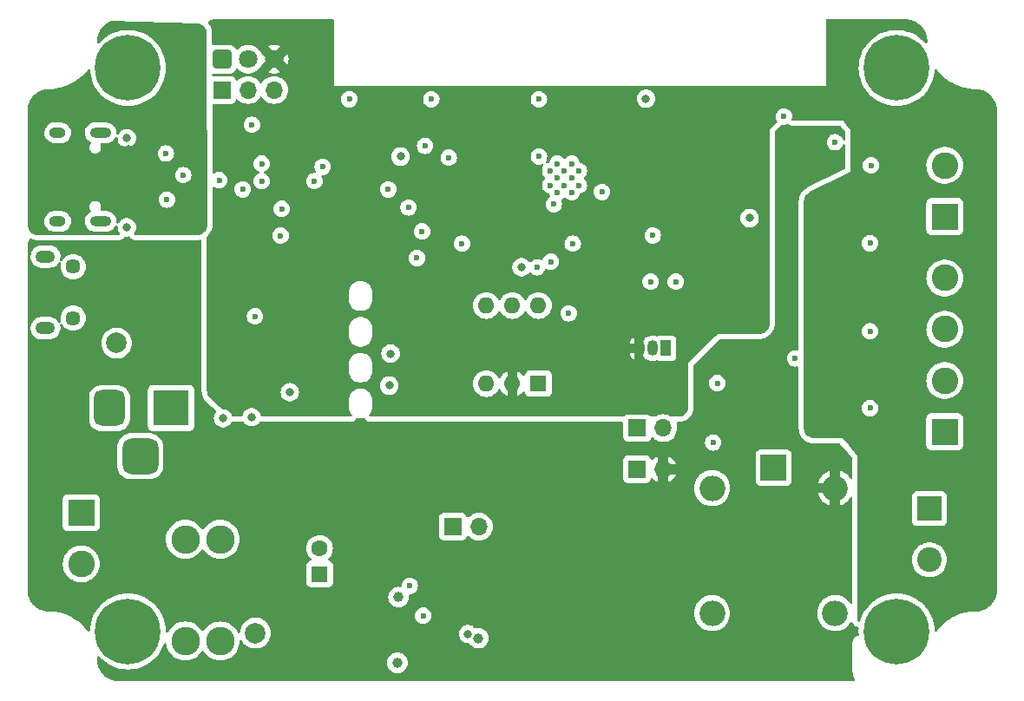
<source format=gbr>
G04 #@! TF.GenerationSoftware,KiCad,Pcbnew,(7.0.0)*
G04 #@! TF.CreationDate,2023-03-27T00:55:10+02:00*
G04 #@! TF.ProjectId,LuminX WLED,4c756d69-6e58-4205-974c-45442e6b6963,1.0*
G04 #@! TF.SameCoordinates,Original*
G04 #@! TF.FileFunction,Copper,L3,Inr*
G04 #@! TF.FilePolarity,Positive*
%FSLAX46Y46*%
G04 Gerber Fmt 4.6, Leading zero omitted, Abs format (unit mm)*
G04 Created by KiCad (PCBNEW (7.0.0)) date 2023-03-27 00:55:10*
%MOMM*%
%LPD*%
G01*
G04 APERTURE LIST*
G04 Aperture macros list*
%AMRoundRect*
0 Rectangle with rounded corners*
0 $1 Rounding radius*
0 $2 $3 $4 $5 $6 $7 $8 $9 X,Y pos of 4 corners*
0 Add a 4 corners polygon primitive as box body*
4,1,4,$2,$3,$4,$5,$6,$7,$8,$9,$2,$3,0*
0 Add four circle primitives for the rounded corners*
1,1,$1+$1,$2,$3*
1,1,$1+$1,$4,$5*
1,1,$1+$1,$6,$7*
1,1,$1+$1,$8,$9*
0 Add four rect primitives between the rounded corners*
20,1,$1+$1,$2,$3,$4,$5,0*
20,1,$1+$1,$4,$5,$6,$7,0*
20,1,$1+$1,$6,$7,$8,$9,0*
20,1,$1+$1,$8,$9,$2,$3,0*%
G04 Aperture macros list end*
G04 #@! TA.AperFunction,ComponentPad*
%ADD10R,2.500000X2.500000*%
G04 #@! TD*
G04 #@! TA.AperFunction,ComponentPad*
%ADD11O,2.500000X2.500000*%
G04 #@! TD*
G04 #@! TA.AperFunction,ComponentPad*
%ADD12R,1.700000X1.700000*%
G04 #@! TD*
G04 #@! TA.AperFunction,ComponentPad*
%ADD13O,1.700000X1.700000*%
G04 #@! TD*
G04 #@! TA.AperFunction,ComponentPad*
%ADD14C,0.800000*%
G04 #@! TD*
G04 #@! TA.AperFunction,ComponentPad*
%ADD15C,6.400000*%
G04 #@! TD*
G04 #@! TA.AperFunction,ComponentPad*
%ADD16R,2.400000X2.400000*%
G04 #@! TD*
G04 #@! TA.AperFunction,ComponentPad*
%ADD17C,2.400000*%
G04 #@! TD*
G04 #@! TA.AperFunction,ComponentPad*
%ADD18O,2.100000X1.000000*%
G04 #@! TD*
G04 #@! TA.AperFunction,ComponentPad*
%ADD19O,1.600000X1.000000*%
G04 #@! TD*
G04 #@! TA.AperFunction,ComponentPad*
%ADD20C,2.780000*%
G04 #@! TD*
G04 #@! TA.AperFunction,ComponentPad*
%ADD21R,2.600000X2.600000*%
G04 #@! TD*
G04 #@! TA.AperFunction,ComponentPad*
%ADD22C,2.600000*%
G04 #@! TD*
G04 #@! TA.AperFunction,ComponentPad*
%ADD23R,3.500000X3.500000*%
G04 #@! TD*
G04 #@! TA.AperFunction,ComponentPad*
%ADD24RoundRect,0.750000X-0.750000X-1.000000X0.750000X-1.000000X0.750000X1.000000X-0.750000X1.000000X0*%
G04 #@! TD*
G04 #@! TA.AperFunction,ComponentPad*
%ADD25RoundRect,0.875000X-0.875000X-0.875000X0.875000X-0.875000X0.875000X0.875000X-0.875000X0.875000X0*%
G04 #@! TD*
G04 #@! TA.AperFunction,ComponentPad*
%ADD26R,1.600000X1.600000*%
G04 #@! TD*
G04 #@! TA.AperFunction,ComponentPad*
%ADD27C,1.600000*%
G04 #@! TD*
G04 #@! TA.AperFunction,ComponentPad*
%ADD28O,1.900000X1.200000*%
G04 #@! TD*
G04 #@! TA.AperFunction,ComponentPad*
%ADD29C,1.450000*%
G04 #@! TD*
G04 #@! TA.AperFunction,HeatsinkPad*
%ADD30C,0.600000*%
G04 #@! TD*
G04 #@! TA.AperFunction,ComponentPad*
%ADD31R,1.050000X1.500000*%
G04 #@! TD*
G04 #@! TA.AperFunction,ComponentPad*
%ADD32O,1.050000X1.500000*%
G04 #@! TD*
G04 #@! TA.AperFunction,ComponentPad*
%ADD33RoundRect,0.250200X-0.649800X-0.649800X0.649800X-0.649800X0.649800X0.649800X-0.649800X0.649800X0*%
G04 #@! TD*
G04 #@! TA.AperFunction,ComponentPad*
%ADD34C,1.800000*%
G04 #@! TD*
G04 #@! TA.AperFunction,ComponentPad*
%ADD35O,1.600000X1.600000*%
G04 #@! TD*
G04 #@! TA.AperFunction,ViaPad*
%ADD36C,0.600000*%
G04 #@! TD*
G04 #@! TA.AperFunction,ViaPad*
%ADD37C,0.800000*%
G04 #@! TD*
G04 #@! TA.AperFunction,ViaPad*
%ADD38C,2.000000*%
G04 #@! TD*
G04 #@! TA.AperFunction,ViaPad*
%ADD39C,1.000000*%
G04 #@! TD*
G04 APERTURE END LIST*
D10*
X165799998Y-114349999D03*
D11*
X159799998Y-116349999D03*
X159799998Y-128549999D03*
X171799998Y-128549999D03*
X171799998Y-116349999D03*
D12*
X111974999Y-77499999D03*
D13*
X114514999Y-77499999D03*
X117054999Y-77499999D03*
D14*
X175399999Y-130350000D03*
X176102943Y-128652944D03*
X176102943Y-132047056D03*
X177799999Y-127950000D03*
D15*
X177799999Y-130350000D03*
D14*
X177799999Y-132750000D03*
X179497055Y-128652944D03*
X179497055Y-132047056D03*
X180199999Y-130350000D03*
D12*
X134499999Y-120099999D03*
D13*
X137039999Y-120099999D03*
D16*
X180999999Y-118349999D03*
D17*
X181000000Y-123350000D03*
D18*
X100129999Y-81679999D03*
D19*
X95949999Y-81679999D03*
D18*
X100129999Y-90319999D03*
D19*
X95949999Y-90319999D03*
D20*
X111799999Y-121350000D03*
X108399999Y-121350000D03*
X111799999Y-131270000D03*
X108399999Y-131270000D03*
D14*
X100399999Y-75350000D03*
X101102943Y-73652944D03*
X101102943Y-77047056D03*
X102799999Y-72950000D03*
D15*
X102799999Y-75350000D03*
D14*
X102799999Y-77750000D03*
X104497055Y-73652944D03*
X104497055Y-77047056D03*
X105199999Y-75350000D03*
D21*
X182499999Y-110849999D03*
D22*
X182500000Y-105850000D03*
X182500000Y-100850000D03*
X182500000Y-95850000D03*
D23*
X106999999Y-108542499D03*
D24*
X101000000Y-108542500D03*
D25*
X104000000Y-113242500D03*
D12*
X152499999Y-110499999D03*
D13*
X155039999Y-110499999D03*
D21*
X98249999Y-118749999D03*
D22*
X98250000Y-123750000D03*
D26*
X121499998Y-124732379D03*
D27*
X121499999Y-122232380D03*
D28*
X94762499Y-93749999D03*
D29*
X97462500Y-94750000D03*
X97462500Y-99750000D03*
D28*
X94762499Y-100749999D03*
D14*
X100399999Y-130350000D03*
X101102943Y-128652944D03*
X101102943Y-132047056D03*
X102799999Y-127950000D03*
D15*
X102799999Y-130350000D03*
D14*
X102799999Y-132750000D03*
X104497055Y-128652944D03*
X104497055Y-132047056D03*
X105199999Y-130350000D03*
D30*
X144000000Y-85400000D03*
X144000000Y-86800000D03*
X144700000Y-84700000D03*
X144700000Y-86100000D03*
X144700000Y-87500000D03*
X145375000Y-85400000D03*
X145375000Y-86800000D03*
X146100000Y-84700000D03*
X146100000Y-86100000D03*
X146100000Y-87500000D03*
X146800000Y-85400000D03*
X146800000Y-86800000D03*
D14*
X175399999Y-75350000D03*
X176102943Y-73652944D03*
X176102943Y-77047056D03*
X177799999Y-72950000D03*
D15*
X177799999Y-75350000D03*
D14*
X177799999Y-77750000D03*
X179497055Y-73652944D03*
X179497055Y-77047056D03*
X180199999Y-75350000D03*
D21*
X182499999Y-89849999D03*
D22*
X182500000Y-84850000D03*
D12*
X152459999Y-114499999D03*
D13*
X154999999Y-114499999D03*
D31*
X155269999Y-102709999D03*
D32*
X153999999Y-102709999D03*
X152729999Y-102709999D03*
D33*
X112000000Y-74500000D03*
D34*
X114540000Y-74500000D03*
X117080000Y-74500000D03*
D26*
X142849998Y-106149999D03*
D35*
X140309998Y-106149999D03*
X137769998Y-106149999D03*
X137769998Y-98529999D03*
X140309998Y-98529999D03*
X142849998Y-98529999D03*
D36*
X131800000Y-82950000D03*
X128200000Y-87200000D03*
X131000000Y-93900000D03*
D37*
X117900000Y-87725000D03*
X116825000Y-80875000D03*
X160500000Y-93500000D03*
X159400000Y-79300000D03*
X145800000Y-103075000D03*
X171800000Y-103700000D03*
X158200000Y-82200000D03*
X126700000Y-81400000D03*
X116150000Y-104737500D03*
X135937500Y-84199502D03*
X119299999Y-101100000D03*
X165300000Y-77800000D03*
X113550000Y-104637500D03*
D38*
X115250000Y-130500000D03*
D37*
X153350000Y-78350000D03*
X112084620Y-109540381D03*
D36*
X167900000Y-103700000D03*
X175199999Y-101050000D03*
X115200000Y-99600000D03*
X160299999Y-106100000D03*
D39*
X129100000Y-133400000D03*
D36*
X175199999Y-108550000D03*
X142900000Y-78400000D03*
D37*
X102700000Y-82200000D03*
D36*
X166800000Y-80100000D03*
D37*
X141200000Y-94800000D03*
D36*
X114000000Y-87200000D03*
X108203266Y-85815266D03*
X106500000Y-83700000D03*
X124400000Y-78400000D03*
X132400000Y-78400000D03*
D37*
X128299999Y-106350000D03*
D36*
X114900000Y-80900000D03*
X117690734Y-91709266D03*
X175199999Y-92450000D03*
X171800000Y-82600000D03*
D37*
X102700000Y-90900000D03*
X163450500Y-90000000D03*
D36*
X145800000Y-99300000D03*
D39*
X129200000Y-127000000D03*
D38*
X101700000Y-102200000D03*
D36*
X106600000Y-88200000D03*
D37*
X128425000Y-103225001D03*
X114871374Y-109427265D03*
D36*
X134100000Y-84099502D03*
D37*
X129400000Y-84000000D03*
X118600000Y-107000000D03*
D36*
X175299999Y-84850000D03*
D39*
X137000000Y-131000000D03*
D38*
X106300000Y-99200000D03*
D37*
X113899999Y-112850000D03*
X171900000Y-84200000D03*
D38*
X156200000Y-123925000D03*
D37*
X161049999Y-109600000D03*
D36*
X117800000Y-89100000D03*
X111700000Y-86300000D03*
X159900000Y-111900000D03*
X146200000Y-92500000D03*
X135400000Y-92500000D03*
X142900000Y-84000000D03*
X154000000Y-91700000D03*
X144050000Y-94250000D03*
X142700000Y-94800000D03*
X115850500Y-86400000D03*
X121000000Y-86400000D03*
X149050000Y-87450000D03*
X115850500Y-84700000D03*
X121800000Y-85000000D03*
X144350000Y-88650000D03*
D39*
X103000000Y-88900000D03*
D36*
X110243626Y-85699999D03*
D37*
X102886043Y-83286043D03*
D36*
X131500000Y-91300000D03*
X130177510Y-88966458D03*
X131600000Y-128800000D03*
X130300000Y-125900000D03*
D37*
X135980633Y-130587937D03*
D36*
X156250000Y-96200000D03*
X153800000Y-96200000D03*
G04 #@! TA.AperFunction,Conductor*
G36*
X167231154Y-80825005D02*
G01*
X167272632Y-80848819D01*
X167291666Y-80865354D01*
X167291673Y-80865359D01*
X167294456Y-80867777D01*
X167393958Y-80935276D01*
X167506587Y-80977367D01*
X167563501Y-80991200D01*
X167682888Y-81005500D01*
X172292120Y-81005500D01*
X172346600Y-81018109D01*
X172390000Y-81053371D01*
X172768379Y-81539858D01*
X172787787Y-81575744D01*
X172794499Y-81615987D01*
X172794499Y-82288594D01*
X172775493Y-82354566D01*
X172724301Y-82400314D01*
X172656615Y-82411814D01*
X172593186Y-82385541D01*
X172553457Y-82329548D01*
X172528087Y-82257045D01*
X172528086Y-82257043D01*
X172525789Y-82250478D01*
X172429816Y-82097738D01*
X172302262Y-81970184D01*
X172149522Y-81874211D01*
X172142959Y-81871914D01*
X172142956Y-81871913D01*
X171985824Y-81816930D01*
X171985819Y-81816928D01*
X171979255Y-81814632D01*
X171972335Y-81813852D01*
X171972334Y-81813852D01*
X171806923Y-81795215D01*
X171800000Y-81794435D01*
X171793077Y-81795215D01*
X171627665Y-81813852D01*
X171627662Y-81813852D01*
X171620745Y-81814632D01*
X171614182Y-81816928D01*
X171614175Y-81816930D01*
X171457043Y-81871913D01*
X171457036Y-81871915D01*
X171450478Y-81874211D01*
X171444590Y-81877910D01*
X171444587Y-81877912D01*
X171303638Y-81966476D01*
X171303633Y-81966479D01*
X171297738Y-81970184D01*
X171292813Y-81975108D01*
X171292809Y-81975112D01*
X171175112Y-82092809D01*
X171175108Y-82092813D01*
X171170184Y-82097738D01*
X171166479Y-82103633D01*
X171166476Y-82103638D01*
X171077912Y-82244587D01*
X171077910Y-82244590D01*
X171074211Y-82250478D01*
X171071915Y-82257036D01*
X171071913Y-82257043D01*
X171016930Y-82414175D01*
X171016928Y-82414182D01*
X171014632Y-82420745D01*
X170994435Y-82600000D01*
X171014632Y-82779255D01*
X171016928Y-82785819D01*
X171016930Y-82785824D01*
X171071913Y-82942956D01*
X171074211Y-82949522D01*
X171170184Y-83102262D01*
X171297738Y-83229816D01*
X171450478Y-83325789D01*
X171620745Y-83385368D01*
X171800000Y-83405565D01*
X171979255Y-83385368D01*
X172149522Y-83325789D01*
X172302262Y-83229816D01*
X172429816Y-83102262D01*
X172525789Y-82949522D01*
X172553457Y-82870450D01*
X172593186Y-82814458D01*
X172656615Y-82788185D01*
X172724300Y-82799685D01*
X172775493Y-82845433D01*
X172794499Y-82911405D01*
X172794500Y-84850000D01*
X172794500Y-85109029D01*
X172775837Y-85174452D01*
X172725465Y-85220181D01*
X169088502Y-87018679D01*
X169088473Y-87018693D01*
X169087793Y-87019030D01*
X169087184Y-87019348D01*
X169087111Y-87019386D01*
X169067702Y-87029550D01*
X169067643Y-87029581D01*
X169067064Y-87029885D01*
X169066452Y-87030223D01*
X169066407Y-87030248D01*
X169057688Y-87035074D01*
X169057639Y-87035101D01*
X169057048Y-87035429D01*
X169056439Y-87035784D01*
X169056421Y-87035795D01*
X169037465Y-87046868D01*
X169037401Y-87046905D01*
X169036823Y-87047244D01*
X169036284Y-87047575D01*
X169036207Y-87047622D01*
X168895183Y-87134449D01*
X168895135Y-87134479D01*
X168893982Y-87135190D01*
X168892835Y-87135970D01*
X168892822Y-87135980D01*
X168856512Y-87160722D01*
X168856477Y-87160746D01*
X168855328Y-87161530D01*
X168854211Y-87162368D01*
X168854171Y-87162398D01*
X168838159Y-87174431D01*
X168838130Y-87174453D01*
X168836996Y-87175306D01*
X168835907Y-87176205D01*
X168835873Y-87176233D01*
X168802010Y-87204227D01*
X168801995Y-87204239D01*
X168800899Y-87205146D01*
X168799868Y-87206081D01*
X168799831Y-87206114D01*
X168682021Y-87313067D01*
X168682009Y-87313077D01*
X168680974Y-87314018D01*
X168679986Y-87315001D01*
X168679983Y-87315005D01*
X168648783Y-87346084D01*
X168648766Y-87346101D01*
X168647797Y-87347067D01*
X168646869Y-87348080D01*
X168646852Y-87348099D01*
X168633288Y-87362925D01*
X168632322Y-87363981D01*
X168631403Y-87365082D01*
X168631395Y-87365093D01*
X168603295Y-87398815D01*
X168603275Y-87398839D01*
X168602371Y-87399925D01*
X168601535Y-87401027D01*
X168601509Y-87401061D01*
X168505419Y-87527879D01*
X168505387Y-87527922D01*
X168504553Y-87529024D01*
X168503749Y-87530193D01*
X168503736Y-87530212D01*
X168478834Y-87566449D01*
X168478810Y-87566484D01*
X168478025Y-87567628D01*
X168477298Y-87568797D01*
X168477269Y-87568843D01*
X168466678Y-87585898D01*
X168466652Y-87585941D01*
X168465928Y-87587108D01*
X168443115Y-87627947D01*
X168442473Y-87629230D01*
X168442459Y-87629259D01*
X168371400Y-87771556D01*
X168371380Y-87771597D01*
X168370759Y-87772842D01*
X168370192Y-87774120D01*
X168370179Y-87774150D01*
X168352390Y-87814325D01*
X168352380Y-87814348D01*
X168351815Y-87815625D01*
X168351315Y-87816910D01*
X168351300Y-87816948D01*
X168344031Y-87835659D01*
X168344018Y-87835693D01*
X168343509Y-87837005D01*
X168343057Y-87838349D01*
X168343045Y-87838383D01*
X168329052Y-87880019D01*
X168329042Y-87880048D01*
X168328593Y-87881387D01*
X168328212Y-87882720D01*
X168328200Y-87882761D01*
X168284561Y-88035737D01*
X168284163Y-88037133D01*
X168283839Y-88038503D01*
X168283829Y-88038545D01*
X168273746Y-88081305D01*
X168273739Y-88081336D01*
X168273419Y-88082695D01*
X168273160Y-88084075D01*
X168273153Y-88084110D01*
X168269459Y-88103822D01*
X168269453Y-88103852D01*
X168269194Y-88105240D01*
X168268999Y-88106633D01*
X168268994Y-88106665D01*
X168262909Y-88150182D01*
X168262905Y-88150212D01*
X168262712Y-88151596D01*
X168262581Y-88152998D01*
X168262579Y-88153022D01*
X168247265Y-88317884D01*
X168247261Y-88317928D01*
X168247199Y-88318600D01*
X168247153Y-88319257D01*
X168247151Y-88319285D01*
X168245621Y-88341259D01*
X168245616Y-88341330D01*
X168245575Y-88341932D01*
X168245546Y-88342551D01*
X168245543Y-88342608D01*
X168245075Y-88352694D01*
X168245072Y-88352762D01*
X168245043Y-88353401D01*
X168245028Y-88354040D01*
X168245026Y-88354103D01*
X168244516Y-88376110D01*
X168244515Y-88376155D01*
X168244500Y-88376824D01*
X168244500Y-88377551D01*
X168244500Y-102797692D01*
X168230688Y-102854566D01*
X168192329Y-102898769D01*
X168137969Y-102920455D01*
X168093160Y-102916099D01*
X168092617Y-102918482D01*
X168085829Y-102916932D01*
X168079255Y-102914632D01*
X168072338Y-102913852D01*
X168072331Y-102913851D01*
X167906923Y-102895215D01*
X167900000Y-102894435D01*
X167893077Y-102895215D01*
X167727665Y-102913852D01*
X167727662Y-102913852D01*
X167720745Y-102914632D01*
X167714182Y-102916928D01*
X167714175Y-102916930D01*
X167557043Y-102971913D01*
X167557036Y-102971915D01*
X167550478Y-102974211D01*
X167544590Y-102977910D01*
X167544587Y-102977912D01*
X167403638Y-103066476D01*
X167403633Y-103066479D01*
X167397738Y-103070184D01*
X167392813Y-103075108D01*
X167392809Y-103075112D01*
X167275112Y-103192809D01*
X167275108Y-103192813D01*
X167270184Y-103197738D01*
X167266479Y-103203633D01*
X167266476Y-103203638D01*
X167177912Y-103344587D01*
X167177910Y-103344590D01*
X167174211Y-103350478D01*
X167171915Y-103357036D01*
X167171913Y-103357043D01*
X167116930Y-103514175D01*
X167116928Y-103514182D01*
X167114632Y-103520745D01*
X167113852Y-103527662D01*
X167113852Y-103527665D01*
X167107900Y-103580492D01*
X167094435Y-103700000D01*
X167114632Y-103879255D01*
X167116928Y-103885819D01*
X167116930Y-103885824D01*
X167171913Y-104042956D01*
X167174211Y-104049522D01*
X167270184Y-104202262D01*
X167397738Y-104329816D01*
X167550478Y-104425789D01*
X167720745Y-104485368D01*
X167900000Y-104505565D01*
X168079255Y-104485368D01*
X168085832Y-104483066D01*
X168092617Y-104481518D01*
X168093160Y-104483900D01*
X168137969Y-104479545D01*
X168192329Y-104501231D01*
X168230688Y-104545434D01*
X168244500Y-104602308D01*
X168244500Y-105849999D01*
X168244500Y-108550000D01*
X168244500Y-110493907D01*
X168244517Y-110494605D01*
X168244518Y-110494658D01*
X168245090Y-110517964D01*
X168245092Y-110518024D01*
X168245109Y-110518707D01*
X168245143Y-110519406D01*
X168245145Y-110519451D01*
X168245667Y-110530082D01*
X168245670Y-110530141D01*
X168245706Y-110530861D01*
X168245760Y-110531599D01*
X168245764Y-110531657D01*
X168247472Y-110554815D01*
X168247475Y-110554857D01*
X168247531Y-110555608D01*
X168247601Y-110556323D01*
X168247607Y-110556388D01*
X168264801Y-110730962D01*
X168264803Y-110730980D01*
X168264952Y-110732488D01*
X168265172Y-110733975D01*
X168265177Y-110734011D01*
X168272002Y-110780026D01*
X168272006Y-110780053D01*
X168272228Y-110781545D01*
X168272523Y-110783032D01*
X168272526Y-110783045D01*
X168274468Y-110792807D01*
X168276967Y-110805373D01*
X168289023Y-110853507D01*
X168289461Y-110854952D01*
X168289463Y-110854958D01*
X168338405Y-111016301D01*
X168338413Y-111016326D01*
X168338841Y-111017736D01*
X168355558Y-111064455D01*
X168364861Y-111086913D01*
X168365502Y-111088268D01*
X168365513Y-111088293D01*
X168382683Y-111124593D01*
X168386067Y-111131747D01*
X168386786Y-111133093D01*
X168386792Y-111133104D01*
X168445972Y-111243823D01*
X168466961Y-111283089D01*
X168492462Y-111325635D01*
X168505967Y-111345847D01*
X168506867Y-111347060D01*
X168506880Y-111347079D01*
X168533583Y-111383084D01*
X168535520Y-111385696D01*
X168536482Y-111386868D01*
X168536492Y-111386881D01*
X168643417Y-111517170D01*
X168643436Y-111517192D01*
X168644388Y-111518352D01*
X168677703Y-111555108D01*
X168694891Y-111572296D01*
X168731647Y-111605611D01*
X168732809Y-111606565D01*
X168732828Y-111606581D01*
X168863117Y-111713506D01*
X168864303Y-111714479D01*
X168865533Y-111715391D01*
X168902919Y-111743118D01*
X168902930Y-111743125D01*
X168904152Y-111744032D01*
X168924364Y-111757537D01*
X168966910Y-111783038D01*
X169118252Y-111863932D01*
X169163086Y-111885138D01*
X169185544Y-111894441D01*
X169232263Y-111911158D01*
X169396486Y-111960974D01*
X169444611Y-111973028D01*
X169468452Y-111977770D01*
X169517516Y-111985048D01*
X169694390Y-112002469D01*
X169719139Y-112004294D01*
X169731293Y-112004891D01*
X169756093Y-112005500D01*
X172210471Y-112005500D01*
X172262285Y-112016844D01*
X172304619Y-112048802D01*
X172387075Y-112145000D01*
X172711549Y-112523553D01*
X173464648Y-113402169D01*
X173486798Y-113439846D01*
X173494500Y-113482867D01*
X173494500Y-115322188D01*
X173477887Y-115384188D01*
X173432500Y-115429575D01*
X173370501Y-115446188D01*
X173308501Y-115429576D01*
X173263114Y-115384189D01*
X173252294Y-115365448D01*
X173247078Y-115357799D01*
X173089329Y-115159987D01*
X173083035Y-115153204D01*
X172897563Y-114981110D01*
X172890339Y-114975349D01*
X172681288Y-114832821D01*
X172673267Y-114828190D01*
X172445317Y-114718415D01*
X172436707Y-114715035D01*
X172313913Y-114677158D01*
X172302619Y-114676418D01*
X172299999Y-114687426D01*
X172299999Y-118012574D01*
X172302619Y-118023581D01*
X172313913Y-118022841D01*
X172436707Y-117984964D01*
X172445317Y-117981584D01*
X172673267Y-117871809D01*
X172681288Y-117867178D01*
X172890339Y-117724650D01*
X172897563Y-117718889D01*
X173083035Y-117546795D01*
X173089329Y-117540012D01*
X173247078Y-117342200D01*
X173252294Y-117334551D01*
X173263114Y-117315811D01*
X173308501Y-117270424D01*
X173370501Y-117253812D01*
X173432500Y-117270425D01*
X173477887Y-117315812D01*
X173494500Y-117377812D01*
X173494500Y-127521189D01*
X173477887Y-127583189D01*
X173432500Y-127628576D01*
X173370499Y-127645189D01*
X173308499Y-127628576D01*
X173263113Y-127583189D01*
X173250385Y-127561143D01*
X173086804Y-127356019D01*
X172894478Y-127177567D01*
X172677703Y-127029772D01*
X172615881Y-127000000D01*
X172445501Y-126917949D01*
X172445495Y-126917946D01*
X172441322Y-126915937D01*
X172436900Y-126914573D01*
X172436890Y-126914569D01*
X172195047Y-126839971D01*
X172195042Y-126839969D01*
X172190614Y-126838604D01*
X172186034Y-126837913D01*
X172186027Y-126837912D01*
X171935764Y-126800190D01*
X171935753Y-126800189D01*
X171931181Y-126799500D01*
X171668817Y-126799500D01*
X171664245Y-126800189D01*
X171664233Y-126800190D01*
X171413970Y-126837912D01*
X171413960Y-126837914D01*
X171409384Y-126838604D01*
X171404958Y-126839968D01*
X171404950Y-126839971D01*
X171163107Y-126914569D01*
X171163092Y-126914574D01*
X171158676Y-126915937D01*
X171154507Y-126917944D01*
X171154496Y-126917949D01*
X170926480Y-127027756D01*
X170926473Y-127027759D01*
X170922295Y-127029772D01*
X170918462Y-127032385D01*
X170918459Y-127032387D01*
X170744799Y-127150787D01*
X170705520Y-127177567D01*
X170702128Y-127180713D01*
X170702122Y-127180719D01*
X170516595Y-127352863D01*
X170513194Y-127356019D01*
X170510305Y-127359641D01*
X170510301Y-127359646D01*
X170381475Y-127521189D01*
X170349613Y-127561143D01*
X170347296Y-127565156D01*
X170347293Y-127565161D01*
X170220752Y-127784335D01*
X170220746Y-127784346D01*
X170218431Y-127788357D01*
X170216738Y-127792670D01*
X170216733Y-127792681D01*
X170124275Y-128028261D01*
X170124272Y-128028268D01*
X170122579Y-128032584D01*
X170121547Y-128037102D01*
X170121546Y-128037108D01*
X170065228Y-128283850D01*
X170065226Y-128283858D01*
X170064197Y-128288370D01*
X170063850Y-128292989D01*
X170063850Y-128292995D01*
X170045255Y-128541134D01*
X170044591Y-128550000D01*
X170044938Y-128554631D01*
X170062806Y-128793077D01*
X170064197Y-128811630D01*
X170065227Y-128816143D01*
X170065228Y-128816149D01*
X170116419Y-129040429D01*
X170122579Y-129067416D01*
X170124274Y-129071734D01*
X170124275Y-129071738D01*
X170216733Y-129307318D01*
X170216736Y-129307324D01*
X170218431Y-129311643D01*
X170220749Y-129315658D01*
X170220752Y-129315664D01*
X170255384Y-129375648D01*
X170349613Y-129538857D01*
X170513194Y-129743981D01*
X170705520Y-129922433D01*
X170922295Y-130070228D01*
X171158676Y-130184063D01*
X171163104Y-130185428D01*
X171163107Y-130185430D01*
X171255814Y-130214026D01*
X171409384Y-130261396D01*
X171668817Y-130300500D01*
X171926546Y-130300500D01*
X171931181Y-130300500D01*
X172190614Y-130261396D01*
X172441322Y-130184063D01*
X172677703Y-130070228D01*
X172894478Y-129922433D01*
X173086804Y-129743981D01*
X173250385Y-129538857D01*
X173300087Y-129452769D01*
X173349914Y-129404940D01*
X173417604Y-129391187D01*
X173482150Y-129415781D01*
X173523524Y-129471091D01*
X173565628Y-129582955D01*
X173569834Y-129589104D01*
X173569836Y-129589107D01*
X173598926Y-129631631D01*
X173633957Y-129682840D01*
X173672823Y-129727158D01*
X173675584Y-129729633D01*
X173757388Y-129802968D01*
X173757391Y-129802970D01*
X173762935Y-129807940D01*
X173869666Y-129864989D01*
X173924604Y-129886353D01*
X174017787Y-129910234D01*
X174067671Y-129936178D01*
X174100969Y-129981486D01*
X174110833Y-130036842D01*
X174097586Y-130289608D01*
X174094421Y-130350000D01*
X174094591Y-130353244D01*
X174110833Y-130663157D01*
X174100969Y-130718512D01*
X174067672Y-130763820D01*
X174017788Y-130789765D01*
X173928209Y-130812723D01*
X173924604Y-130813647D01*
X173921139Y-130814994D01*
X173921131Y-130814997D01*
X173873138Y-130833660D01*
X173873126Y-130833665D01*
X173869666Y-130835011D01*
X173866384Y-130836765D01*
X173866378Y-130836768D01*
X173769505Y-130888547D01*
X173769497Y-130888552D01*
X173762935Y-130892060D01*
X173757396Y-130897025D01*
X173757388Y-130897031D01*
X173675584Y-130970366D01*
X173675576Y-130970373D01*
X173672823Y-130972842D01*
X173670385Y-130975621D01*
X173670376Y-130975631D01*
X173636415Y-131014356D01*
X173636406Y-131014366D01*
X173633957Y-131017160D01*
X173631853Y-131020234D01*
X173631848Y-131020242D01*
X173569836Y-131110892D01*
X173569832Y-131110898D01*
X173565628Y-131117045D01*
X173563003Y-131124018D01*
X173563003Y-131124019D01*
X173524309Y-131226821D01*
X173524304Y-131226836D01*
X173522998Y-131230307D01*
X173522114Y-131233919D01*
X173522112Y-131233926D01*
X173509871Y-131283949D01*
X173509869Y-131283958D01*
X173508987Y-131287564D01*
X173508542Y-131291251D01*
X173508541Y-131291259D01*
X173494946Y-131404013D01*
X173494945Y-131404022D01*
X173494500Y-131407717D01*
X173494500Y-134193907D01*
X173494517Y-134194623D01*
X173494518Y-134194658D01*
X173495090Y-134217964D01*
X173495092Y-134218024D01*
X173495109Y-134218707D01*
X173495143Y-134219406D01*
X173495145Y-134219451D01*
X173495667Y-134230082D01*
X173495670Y-134230141D01*
X173495706Y-134230861D01*
X173495760Y-134231599D01*
X173495764Y-134231657D01*
X173497472Y-134254815D01*
X173497475Y-134254857D01*
X173497531Y-134255608D01*
X173497601Y-134256323D01*
X173497607Y-134256388D01*
X173514801Y-134430962D01*
X173514804Y-134430990D01*
X173514952Y-134432488D01*
X173515172Y-134433975D01*
X173515177Y-134434011D01*
X173522002Y-134480026D01*
X173522006Y-134480053D01*
X173522228Y-134481545D01*
X173522523Y-134483032D01*
X173522526Y-134483045D01*
X173526666Y-134503860D01*
X173526967Y-134505373D01*
X173539023Y-134553507D01*
X173539461Y-134554952D01*
X173539463Y-134554958D01*
X173588400Y-134716284D01*
X173588406Y-134716303D01*
X173588841Y-134717736D01*
X173589357Y-134719178D01*
X173605047Y-134763027D01*
X173605055Y-134763047D01*
X173605560Y-134764459D01*
X173614862Y-134786914D01*
X173615499Y-134788262D01*
X173615512Y-134788290D01*
X173627218Y-134813038D01*
X173636065Y-134831743D01*
X173716960Y-134983088D01*
X173717743Y-134984395D01*
X173718333Y-134985436D01*
X173734156Y-135038191D01*
X173725572Y-135092594D01*
X173694273Y-135137914D01*
X173646435Y-135165208D01*
X173606776Y-135177239D01*
X173582934Y-135181982D01*
X173477045Y-135192411D01*
X173411135Y-135198903D01*
X173398983Y-135199500D01*
X101909046Y-135199500D01*
X101906855Y-135199480D01*
X101904661Y-135199441D01*
X101902381Y-135199400D01*
X101897975Y-135199242D01*
X101888997Y-135198760D01*
X101887537Y-135198673D01*
X101818925Y-135194177D01*
X101818172Y-135194125D01*
X101674766Y-135183851D01*
X101670361Y-135183456D01*
X101606076Y-135176539D01*
X101597323Y-135175280D01*
X101569220Y-135170209D01*
X101567051Y-135169798D01*
X101496336Y-135155734D01*
X101494171Y-135155283D01*
X101380622Y-135130587D01*
X101376316Y-135129570D01*
X101321129Y-135115488D01*
X101311946Y-135112762D01*
X101211875Y-135078798D01*
X101208401Y-135077561D01*
X101096935Y-135035993D01*
X101092815Y-135034372D01*
X101053349Y-135018027D01*
X101045958Y-135014679D01*
X100945478Y-134965134D01*
X100940896Y-134962755D01*
X100838969Y-134907107D01*
X100829595Y-134901989D01*
X100825758Y-134899804D01*
X100802209Y-134885833D01*
X100796594Y-134882295D01*
X100698667Y-134816871D01*
X100693248Y-134813038D01*
X100584064Y-134731317D01*
X100580564Y-134728598D01*
X100572773Y-134722320D01*
X100568825Y-134719001D01*
X100475018Y-134636748D01*
X100469096Y-134631202D01*
X100369121Y-134531244D01*
X100363603Y-134525354D01*
X100283483Y-134434011D01*
X100281317Y-134431541D01*
X100278000Y-134427597D01*
X100275279Y-134424221D01*
X100271690Y-134419769D01*
X100269010Y-134416320D01*
X100187261Y-134307137D01*
X100183427Y-134301720D01*
X100117976Y-134203786D01*
X100114437Y-134198170D01*
X100111452Y-134193140D01*
X100100455Y-134174611D01*
X100098278Y-134170787D01*
X100037493Y-134059493D01*
X100035124Y-134054933D01*
X100023427Y-134031221D01*
X99985554Y-133954443D01*
X99982213Y-133947071D01*
X99965852Y-133907584D01*
X99964239Y-133903486D01*
X99952884Y-133873053D01*
X99922656Y-133792035D01*
X99921424Y-133788577D01*
X99887434Y-133688484D01*
X99884704Y-133679292D01*
X99870614Y-133624114D01*
X99869596Y-133619807D01*
X99844869Y-133506205D01*
X99844418Y-133504039D01*
X99830412Y-133433671D01*
X99830010Y-133431552D01*
X99824876Y-133403116D01*
X99823615Y-133394357D01*
X99823570Y-133393938D01*
X99816682Y-133329945D01*
X99816294Y-133325620D01*
X99805571Y-133175978D01*
X99805567Y-133175929D01*
X99800886Y-133104654D01*
X99800620Y-133096575D01*
X99800592Y-132895074D01*
X99800356Y-132892377D01*
X99799760Y-132885573D01*
X99810177Y-132823930D01*
X99849345Y-132775204D01*
X99907307Y-132751780D01*
X99969332Y-132759612D01*
X100019652Y-132796710D01*
X100044178Y-132826997D01*
X100046218Y-132829516D01*
X100320483Y-133103781D01*
X100621915Y-133347876D01*
X100947210Y-133559125D01*
X101292805Y-133735214D01*
X101654912Y-133874214D01*
X102029566Y-133974602D01*
X102412661Y-134035278D01*
X102799999Y-134055578D01*
X103187337Y-134035278D01*
X103570432Y-133974602D01*
X103945086Y-133874214D01*
X104307193Y-133735214D01*
X104652788Y-133559125D01*
X104897819Y-133400000D01*
X128094659Y-133400000D01*
X128095256Y-133406062D01*
X128113378Y-133590067D01*
X128113379Y-133590073D01*
X128113976Y-133596132D01*
X128115743Y-133601957D01*
X128115744Y-133601962D01*
X128122464Y-133624114D01*
X128171186Y-133784727D01*
X128174055Y-133790095D01*
X128174057Y-133790099D01*
X128261215Y-133953161D01*
X128261219Y-133953167D01*
X128264090Y-133958538D01*
X128267956Y-133963249D01*
X128267957Y-133963250D01*
X128370684Y-134088422D01*
X128389117Y-134110883D01*
X128541462Y-134235910D01*
X128546834Y-134238781D01*
X128546838Y-134238784D01*
X128604579Y-134269647D01*
X128715273Y-134328814D01*
X128903868Y-134386024D01*
X129100000Y-134405341D01*
X129296132Y-134386024D01*
X129484727Y-134328814D01*
X129658538Y-134235910D01*
X129810883Y-134110883D01*
X129935910Y-133958538D01*
X130028814Y-133784727D01*
X130086024Y-133596132D01*
X130105341Y-133400000D01*
X130086024Y-133203868D01*
X130028814Y-133015273D01*
X130014684Y-132988839D01*
X129938784Y-132846838D01*
X129938781Y-132846834D01*
X129935910Y-132841462D01*
X129810883Y-132689117D01*
X129658538Y-132564090D01*
X129653167Y-132561219D01*
X129653161Y-132561215D01*
X129490099Y-132474057D01*
X129490095Y-132474055D01*
X129484727Y-132471186D01*
X129463415Y-132464721D01*
X129301962Y-132415744D01*
X129301957Y-132415743D01*
X129296132Y-132413976D01*
X129290073Y-132413379D01*
X129290067Y-132413378D01*
X129106062Y-132395256D01*
X129100000Y-132394659D01*
X129093938Y-132395256D01*
X128909932Y-132413378D01*
X128909924Y-132413379D01*
X128903868Y-132413976D01*
X128898044Y-132415742D01*
X128898037Y-132415744D01*
X128721100Y-132469418D01*
X128721096Y-132469419D01*
X128715273Y-132471186D01*
X128709907Y-132474053D01*
X128709900Y-132474057D01*
X128546838Y-132561215D01*
X128546827Y-132561222D01*
X128541462Y-132564090D01*
X128536754Y-132567953D01*
X128536749Y-132567957D01*
X128393823Y-132685254D01*
X128393818Y-132685258D01*
X128389117Y-132689117D01*
X128385258Y-132693818D01*
X128385254Y-132693823D01*
X128267957Y-132836749D01*
X128267953Y-132836754D01*
X128264090Y-132841462D01*
X128261222Y-132846827D01*
X128261215Y-132846838D01*
X128174057Y-133009900D01*
X128174053Y-133009907D01*
X128171186Y-133015273D01*
X128169419Y-133021096D01*
X128169418Y-133021100D01*
X128115744Y-133198037D01*
X128115742Y-133198044D01*
X128113976Y-133203868D01*
X128113379Y-133209924D01*
X128113378Y-133209932D01*
X128099618Y-133349647D01*
X128094659Y-133400000D01*
X104897819Y-133400000D01*
X104978083Y-133347876D01*
X105279515Y-133103781D01*
X105553780Y-132829516D01*
X105797875Y-132528084D01*
X106009124Y-132202789D01*
X106185213Y-131857194D01*
X106296792Y-131566518D01*
X106333424Y-131515490D01*
X106390365Y-131488960D01*
X106453001Y-131493739D01*
X106505257Y-131528602D01*
X106533722Y-131584600D01*
X106581444Y-131803976D01*
X106582988Y-131808115D01*
X106582989Y-131808119D01*
X106674399Y-132053199D01*
X106674401Y-132053204D01*
X106675947Y-132057348D01*
X106678067Y-132061230D01*
X106678070Y-132061237D01*
X106755364Y-132202789D01*
X106805547Y-132294692D01*
X106967605Y-132511177D01*
X107158822Y-132702394D01*
X107375307Y-132864452D01*
X107612651Y-132994052D01*
X107866023Y-133088555D01*
X108130266Y-133146037D01*
X108399999Y-133165329D01*
X108669732Y-133146037D01*
X108933975Y-133088555D01*
X109187347Y-132994052D01*
X109424691Y-132864452D01*
X109641176Y-132702394D01*
X109832393Y-132511177D01*
X109994451Y-132294692D01*
X109995953Y-132291940D01*
X110040562Y-132250401D01*
X110099989Y-132235228D01*
X110159418Y-132250392D01*
X110204040Y-132291933D01*
X110205547Y-132294692D01*
X110367605Y-132511177D01*
X110558822Y-132702394D01*
X110775307Y-132864452D01*
X111012651Y-132994052D01*
X111266023Y-133088555D01*
X111530266Y-133146037D01*
X111799999Y-133165329D01*
X112069732Y-133146037D01*
X112333975Y-133088555D01*
X112587347Y-132994052D01*
X112824691Y-132864452D01*
X113041176Y-132702394D01*
X113232393Y-132511177D01*
X113394451Y-132294692D01*
X113524051Y-132057348D01*
X113618554Y-131803976D01*
X113676036Y-131539733D01*
X113695326Y-131270022D01*
X113715714Y-131210271D01*
X113762880Y-131168301D01*
X113824598Y-131154996D01*
X113884867Y-131173804D01*
X113925327Y-131216933D01*
X113925827Y-131216607D01*
X113927676Y-131219438D01*
X113927677Y-131219440D01*
X113928625Y-131220890D01*
X113928628Y-131220895D01*
X113972185Y-131287564D01*
X114061836Y-131424785D01*
X114065310Y-131428559D01*
X114065311Y-131428560D01*
X114226784Y-131603967D01*
X114226787Y-131603970D01*
X114230256Y-131607738D01*
X114426491Y-131760474D01*
X114645190Y-131878828D01*
X114880386Y-131959571D01*
X115125665Y-132000500D01*
X115369201Y-132000500D01*
X115374335Y-132000500D01*
X115619614Y-131959571D01*
X115854810Y-131878828D01*
X116073509Y-131760474D01*
X116269744Y-131607738D01*
X116438164Y-131424785D01*
X116574173Y-131216607D01*
X116674063Y-130988881D01*
X116735108Y-130747821D01*
X116748356Y-130587937D01*
X135075173Y-130587937D01*
X135075852Y-130594397D01*
X135094279Y-130769732D01*
X135094280Y-130769740D01*
X135094959Y-130776193D01*
X135096964Y-130782365D01*
X135096966Y-130782372D01*
X135151446Y-130950042D01*
X135153454Y-130956221D01*
X135156701Y-130961845D01*
X135156702Y-130961847D01*
X135182229Y-131006062D01*
X135248100Y-131120153D01*
X135252444Y-131124978D01*
X135252446Y-131124980D01*
X135347283Y-131230307D01*
X135374762Y-131260825D01*
X135380020Y-131264645D01*
X135380021Y-131264646D01*
X135411565Y-131287564D01*
X135527903Y-131372088D01*
X135700830Y-131449081D01*
X135885987Y-131488437D01*
X135892490Y-131488437D01*
X136052298Y-131488437D01*
X136116048Y-131506080D01*
X136156746Y-131548828D01*
X136157835Y-131548101D01*
X136161216Y-131553161D01*
X136164090Y-131558538D01*
X136289117Y-131710883D01*
X136441462Y-131835910D01*
X136446834Y-131838781D01*
X136446838Y-131838784D01*
X136524869Y-131880492D01*
X136615273Y-131928814D01*
X136803868Y-131986024D01*
X137000000Y-132005341D01*
X137196132Y-131986024D01*
X137384727Y-131928814D01*
X137558538Y-131835910D01*
X137710883Y-131710883D01*
X137835910Y-131558538D01*
X137928814Y-131384727D01*
X137986024Y-131196132D01*
X138005341Y-131000000D01*
X137986024Y-130803868D01*
X137928814Y-130615273D01*
X137876747Y-130517862D01*
X137838784Y-130446838D01*
X137838781Y-130446834D01*
X137835910Y-130441462D01*
X137710883Y-130289117D01*
X137660563Y-130247820D01*
X137563250Y-130167957D01*
X137563249Y-130167956D01*
X137558538Y-130164090D01*
X137553167Y-130161219D01*
X137553161Y-130161215D01*
X137390099Y-130074057D01*
X137390095Y-130074055D01*
X137384727Y-130071186D01*
X137372945Y-130067612D01*
X137201962Y-130015744D01*
X137201957Y-130015743D01*
X137196132Y-130013976D01*
X137190073Y-130013379D01*
X137190067Y-130013378D01*
X137006062Y-129995256D01*
X137000000Y-129994659D01*
X136993938Y-129995256D01*
X136809932Y-130013378D01*
X136809924Y-130013379D01*
X136803868Y-130013976D01*
X136798042Y-130015743D01*
X136798033Y-130015745D01*
X136778512Y-130021667D01*
X136709249Y-130022460D01*
X136650369Y-129985979D01*
X136586504Y-129915049D01*
X136581246Y-129911229D01*
X136581244Y-129911227D01*
X136438621Y-129807606D01*
X136438620Y-129807605D01*
X136433363Y-129803786D01*
X136427425Y-129801142D01*
X136266378Y-129729438D01*
X136266373Y-129729436D01*
X136260436Y-129726793D01*
X136254077Y-129725441D01*
X136254073Y-129725440D01*
X136081641Y-129688789D01*
X136081638Y-129688788D01*
X136075279Y-129687437D01*
X135885987Y-129687437D01*
X135879628Y-129688788D01*
X135879624Y-129688789D01*
X135707192Y-129725440D01*
X135707185Y-129725442D01*
X135700830Y-129726793D01*
X135694895Y-129729435D01*
X135694887Y-129729438D01*
X135533840Y-129801142D01*
X135533835Y-129801144D01*
X135527903Y-129803786D01*
X135522649Y-129807602D01*
X135522644Y-129807606D01*
X135380021Y-129911227D01*
X135380014Y-129911232D01*
X135374762Y-129915049D01*
X135370417Y-129919874D01*
X135370412Y-129919879D01*
X135252446Y-130050893D01*
X135252441Y-130050899D01*
X135248100Y-130055721D01*
X135244855Y-130061341D01*
X135244851Y-130061347D01*
X135156702Y-130214026D01*
X135156699Y-130214031D01*
X135153454Y-130219653D01*
X135151448Y-130225825D01*
X135151446Y-130225831D01*
X135096966Y-130393501D01*
X135096964Y-130393510D01*
X135094959Y-130399681D01*
X135094281Y-130406131D01*
X135094279Y-130406141D01*
X135079790Y-130544010D01*
X135075173Y-130587937D01*
X116748356Y-130587937D01*
X116755643Y-130500000D01*
X116735108Y-130252179D01*
X116674063Y-130011119D01*
X116582759Y-129802968D01*
X116576233Y-129788089D01*
X116576232Y-129788087D01*
X116574173Y-129783393D01*
X116438164Y-129575215D01*
X116400999Y-129534843D01*
X116273215Y-129396032D01*
X116273211Y-129396029D01*
X116269744Y-129392262D01*
X116141291Y-129292283D01*
X116077559Y-129242678D01*
X116077557Y-129242676D01*
X116073509Y-129239526D01*
X116068997Y-129237084D01*
X115859316Y-129123610D01*
X115859310Y-129123607D01*
X115854810Y-129121172D01*
X115849969Y-129119510D01*
X115849962Y-129119507D01*
X115624465Y-129042094D01*
X115624461Y-129042093D01*
X115619614Y-129040429D01*
X115610768Y-129038952D01*
X115379398Y-129000344D01*
X115379387Y-129000343D01*
X115374335Y-128999500D01*
X115125665Y-128999500D01*
X115120613Y-129000343D01*
X115120601Y-129000344D01*
X114885443Y-129039585D01*
X114885441Y-129039585D01*
X114880386Y-129040429D01*
X114875541Y-129042092D01*
X114875534Y-129042094D01*
X114650037Y-129119507D01*
X114650026Y-129119511D01*
X114645190Y-129121172D01*
X114640693Y-129123605D01*
X114640683Y-129123610D01*
X114431002Y-129237084D01*
X114430995Y-129237088D01*
X114426491Y-129239526D01*
X114422448Y-129242672D01*
X114422440Y-129242678D01*
X114234304Y-129389111D01*
X114230256Y-129392262D01*
X114226793Y-129396023D01*
X114226784Y-129396032D01*
X114065311Y-129571439D01*
X114065305Y-129571446D01*
X114061836Y-129575215D01*
X114059031Y-129579506D01*
X114059028Y-129579512D01*
X113928631Y-129779099D01*
X113928624Y-129779111D01*
X113925827Y-129783393D01*
X113923772Y-129788077D01*
X113923766Y-129788089D01*
X113838935Y-129981486D01*
X113825937Y-130011119D01*
X113824679Y-130016084D01*
X113824678Y-130016089D01*
X113766151Y-130247204D01*
X113766149Y-130247213D01*
X113764892Y-130252179D01*
X113764468Y-130257288D01*
X113764467Y-130257298D01*
X113750738Y-130422988D01*
X113729887Y-130482200D01*
X113682708Y-130523611D01*
X113621293Y-130536609D01*
X113561382Y-130517862D01*
X113518330Y-130472175D01*
X113498986Y-130436749D01*
X113394451Y-130245308D01*
X113232393Y-130028823D01*
X113041176Y-129837606D01*
X112824691Y-129675548D01*
X112820796Y-129673421D01*
X112591236Y-129548071D01*
X112591229Y-129548068D01*
X112587347Y-129545948D01*
X112583203Y-129544402D01*
X112583198Y-129544400D01*
X112338118Y-129452990D01*
X112338114Y-129452989D01*
X112333975Y-129451445D01*
X112307514Y-129445688D01*
X112074065Y-129394905D01*
X112074057Y-129394903D01*
X112069732Y-129393963D01*
X112065318Y-129393647D01*
X112065309Y-129393646D01*
X111804417Y-129374987D01*
X111799999Y-129374671D01*
X111795581Y-129374987D01*
X111534688Y-129393646D01*
X111534677Y-129393647D01*
X111530266Y-129393963D01*
X111525942Y-129394903D01*
X111525932Y-129394905D01*
X111270348Y-129450504D01*
X111270345Y-129450504D01*
X111266023Y-129451445D01*
X111261886Y-129452987D01*
X111261879Y-129452990D01*
X111016799Y-129544400D01*
X111016788Y-129544404D01*
X111012651Y-129545948D01*
X111008773Y-129548065D01*
X111008761Y-129548071D01*
X110779201Y-129673421D01*
X110779193Y-129673425D01*
X110775307Y-129675548D01*
X110771757Y-129678205D01*
X110771753Y-129678208D01*
X110562373Y-129834947D01*
X110562366Y-129834952D01*
X110558822Y-129837606D01*
X110555691Y-129840736D01*
X110555684Y-129840743D01*
X110370742Y-130025685D01*
X110370735Y-130025692D01*
X110367605Y-130028823D01*
X110364951Y-130032367D01*
X110364946Y-130032374D01*
X110208198Y-130241766D01*
X110205547Y-130245308D01*
X110204039Y-130248069D01*
X110159416Y-130289608D01*
X110099989Y-130304771D01*
X110040564Y-130289599D01*
X109995954Y-130248061D01*
X109994451Y-130245308D01*
X109832393Y-130028823D01*
X109641176Y-129837606D01*
X109424691Y-129675548D01*
X109420796Y-129673421D01*
X109191236Y-129548071D01*
X109191229Y-129548068D01*
X109187347Y-129545948D01*
X109183203Y-129544402D01*
X109183198Y-129544400D01*
X108938118Y-129452990D01*
X108938114Y-129452989D01*
X108933975Y-129451445D01*
X108907514Y-129445688D01*
X108674065Y-129394905D01*
X108674057Y-129394903D01*
X108669732Y-129393963D01*
X108665318Y-129393647D01*
X108665309Y-129393646D01*
X108404417Y-129374987D01*
X108399999Y-129374671D01*
X108395581Y-129374987D01*
X108134688Y-129393646D01*
X108134677Y-129393647D01*
X108130266Y-129393963D01*
X108125942Y-129394903D01*
X108125932Y-129394905D01*
X107870348Y-129450504D01*
X107870345Y-129450504D01*
X107866023Y-129451445D01*
X107861886Y-129452987D01*
X107861879Y-129452990D01*
X107616799Y-129544400D01*
X107616788Y-129544404D01*
X107612651Y-129545948D01*
X107608773Y-129548065D01*
X107608761Y-129548071D01*
X107379201Y-129673421D01*
X107379193Y-129673425D01*
X107375307Y-129675548D01*
X107371757Y-129678205D01*
X107371753Y-129678208D01*
X107162373Y-129834947D01*
X107162366Y-129834952D01*
X107158822Y-129837606D01*
X107155691Y-129840736D01*
X107155684Y-129840743D01*
X106970742Y-130025685D01*
X106970735Y-130025692D01*
X106967605Y-130028823D01*
X106964951Y-130032367D01*
X106964946Y-130032374D01*
X106808207Y-130241754D01*
X106808204Y-130241758D01*
X106805547Y-130245308D01*
X106803425Y-130249192D01*
X106803423Y-130249197D01*
X106736595Y-130371583D01*
X106692904Y-130417666D01*
X106632129Y-130436078D01*
X106570209Y-130421989D01*
X106523384Y-130379095D01*
X106503933Y-130318647D01*
X106485277Y-129962662D01*
X106424601Y-129579567D01*
X106324213Y-129204913D01*
X106185213Y-128842806D01*
X106163402Y-128800000D01*
X130794435Y-128800000D01*
X130795215Y-128806923D01*
X130806268Y-128905027D01*
X130814632Y-128979255D01*
X130816928Y-128985819D01*
X130816930Y-128985824D01*
X130871913Y-129142956D01*
X130874211Y-129149522D01*
X130877912Y-129155412D01*
X130909015Y-129204913D01*
X130970184Y-129302262D01*
X131097738Y-129429816D01*
X131250478Y-129525789D01*
X131420745Y-129585368D01*
X131600000Y-129605565D01*
X131779255Y-129585368D01*
X131949522Y-129525789D01*
X132102262Y-129429816D01*
X132229816Y-129302262D01*
X132325789Y-129149522D01*
X132385368Y-128979255D01*
X132405565Y-128800000D01*
X132385368Y-128620745D01*
X132360613Y-128550000D01*
X158044591Y-128550000D01*
X158044938Y-128554631D01*
X158062806Y-128793077D01*
X158064197Y-128811630D01*
X158065227Y-128816143D01*
X158065228Y-128816149D01*
X158116419Y-129040429D01*
X158122579Y-129067416D01*
X158124274Y-129071734D01*
X158124275Y-129071738D01*
X158216733Y-129307318D01*
X158216736Y-129307324D01*
X158218431Y-129311643D01*
X158220749Y-129315658D01*
X158220752Y-129315664D01*
X158255384Y-129375648D01*
X158349613Y-129538857D01*
X158513194Y-129743981D01*
X158705520Y-129922433D01*
X158922295Y-130070228D01*
X159158676Y-130184063D01*
X159163104Y-130185428D01*
X159163107Y-130185430D01*
X159255814Y-130214026D01*
X159409384Y-130261396D01*
X159668817Y-130300500D01*
X159926546Y-130300500D01*
X159931181Y-130300500D01*
X160190614Y-130261396D01*
X160441322Y-130184063D01*
X160677703Y-130070228D01*
X160894478Y-129922433D01*
X161086804Y-129743981D01*
X161250385Y-129538857D01*
X161381567Y-129311643D01*
X161477419Y-129067416D01*
X161535801Y-128811630D01*
X161555407Y-128550000D01*
X161554578Y-128538944D01*
X161547949Y-128450478D01*
X161535801Y-128288370D01*
X161477419Y-128032584D01*
X161381567Y-127788357D01*
X161250385Y-127561143D01*
X161086804Y-127356019D01*
X160894478Y-127177567D01*
X160677703Y-127029772D01*
X160615881Y-127000000D01*
X160445501Y-126917949D01*
X160445495Y-126917946D01*
X160441322Y-126915937D01*
X160436900Y-126914573D01*
X160436890Y-126914569D01*
X160195047Y-126839971D01*
X160195042Y-126839969D01*
X160190614Y-126838604D01*
X160186034Y-126837913D01*
X160186027Y-126837912D01*
X159935764Y-126800190D01*
X159935753Y-126800189D01*
X159931181Y-126799500D01*
X159668817Y-126799500D01*
X159664245Y-126800189D01*
X159664233Y-126800190D01*
X159413970Y-126837912D01*
X159413960Y-126837914D01*
X159409384Y-126838604D01*
X159404958Y-126839968D01*
X159404950Y-126839971D01*
X159163107Y-126914569D01*
X159163092Y-126914574D01*
X159158676Y-126915937D01*
X159154507Y-126917944D01*
X159154496Y-126917949D01*
X158926480Y-127027756D01*
X158926473Y-127027759D01*
X158922295Y-127029772D01*
X158918462Y-127032385D01*
X158918459Y-127032387D01*
X158744799Y-127150787D01*
X158705520Y-127177567D01*
X158702128Y-127180713D01*
X158702122Y-127180719D01*
X158516595Y-127352863D01*
X158513194Y-127356019D01*
X158510305Y-127359641D01*
X158510301Y-127359646D01*
X158381475Y-127521189D01*
X158349613Y-127561143D01*
X158347296Y-127565156D01*
X158347293Y-127565161D01*
X158220752Y-127784335D01*
X158220746Y-127784346D01*
X158218431Y-127788357D01*
X158216738Y-127792670D01*
X158216733Y-127792681D01*
X158124275Y-128028261D01*
X158124272Y-128028268D01*
X158122579Y-128032584D01*
X158121547Y-128037102D01*
X158121546Y-128037108D01*
X158065228Y-128283850D01*
X158065226Y-128283858D01*
X158064197Y-128288370D01*
X158063850Y-128292989D01*
X158063850Y-128292995D01*
X158045255Y-128541134D01*
X158044591Y-128550000D01*
X132360613Y-128550000D01*
X132325789Y-128450478D01*
X132229816Y-128297738D01*
X132102262Y-128170184D01*
X131949522Y-128074211D01*
X131942959Y-128071914D01*
X131942956Y-128071913D01*
X131785824Y-128016930D01*
X131785819Y-128016928D01*
X131779255Y-128014632D01*
X131772335Y-128013852D01*
X131772334Y-128013852D01*
X131606923Y-127995215D01*
X131600000Y-127994435D01*
X131593077Y-127995215D01*
X131427665Y-128013852D01*
X131427662Y-128013852D01*
X131420745Y-128014632D01*
X131414182Y-128016928D01*
X131414175Y-128016930D01*
X131257043Y-128071913D01*
X131257036Y-128071915D01*
X131250478Y-128074211D01*
X131244590Y-128077910D01*
X131244587Y-128077912D01*
X131103638Y-128166476D01*
X131103633Y-128166479D01*
X131097738Y-128170184D01*
X131092813Y-128175108D01*
X131092809Y-128175112D01*
X130975112Y-128292809D01*
X130975108Y-128292813D01*
X130970184Y-128297738D01*
X130966479Y-128303633D01*
X130966476Y-128303638D01*
X130877912Y-128444587D01*
X130877910Y-128444590D01*
X130874211Y-128450478D01*
X130871915Y-128457036D01*
X130871913Y-128457043D01*
X130816930Y-128614175D01*
X130816928Y-128614182D01*
X130814632Y-128620745D01*
X130813852Y-128627662D01*
X130813852Y-128627665D01*
X130799513Y-128754933D01*
X130794435Y-128800000D01*
X106163402Y-128800000D01*
X106139311Y-128752719D01*
X106030388Y-128538944D01*
X106009124Y-128497211D01*
X105797875Y-128171916D01*
X105553780Y-127870484D01*
X105279515Y-127596219D01*
X105257363Y-127578281D01*
X105123246Y-127469675D01*
X104978083Y-127352124D01*
X104652788Y-127140875D01*
X104649900Y-127139403D01*
X104649894Y-127139400D01*
X104376306Y-127000000D01*
X128194659Y-127000000D01*
X128195256Y-127006062D01*
X128213378Y-127190067D01*
X128213379Y-127190073D01*
X128213976Y-127196132D01*
X128215743Y-127201957D01*
X128215744Y-127201962D01*
X128257681Y-127340208D01*
X128271186Y-127384727D01*
X128274055Y-127390095D01*
X128274057Y-127390099D01*
X128361215Y-127553161D01*
X128361219Y-127553167D01*
X128364090Y-127558538D01*
X128367956Y-127563249D01*
X128367957Y-127563250D01*
X128467363Y-127684376D01*
X128489117Y-127710883D01*
X128641462Y-127835910D01*
X128646834Y-127838781D01*
X128646838Y-127838784D01*
X128706145Y-127870484D01*
X128815273Y-127928814D01*
X129003868Y-127986024D01*
X129200000Y-128005341D01*
X129396132Y-127986024D01*
X129584727Y-127928814D01*
X129758538Y-127835910D01*
X129910883Y-127710883D01*
X130035910Y-127558538D01*
X130128814Y-127384727D01*
X130186024Y-127196132D01*
X130205341Y-127000000D01*
X130189675Y-126840938D01*
X130201866Y-126773941D01*
X130247598Y-126723484D01*
X130300322Y-126708427D01*
X130300000Y-126705565D01*
X130479255Y-126685368D01*
X130649522Y-126625789D01*
X130802262Y-126529816D01*
X130929816Y-126402262D01*
X131025789Y-126249522D01*
X131085368Y-126079255D01*
X131105565Y-125900000D01*
X131085368Y-125720745D01*
X131025789Y-125550478D01*
X130929816Y-125397738D01*
X130802262Y-125270184D01*
X130649522Y-125174211D01*
X130642959Y-125171914D01*
X130642956Y-125171913D01*
X130485824Y-125116930D01*
X130485819Y-125116928D01*
X130479255Y-125114632D01*
X130472335Y-125113852D01*
X130472334Y-125113852D01*
X130306923Y-125095215D01*
X130300000Y-125094435D01*
X130293077Y-125095215D01*
X130127665Y-125113852D01*
X130127662Y-125113852D01*
X130120745Y-125114632D01*
X130114182Y-125116928D01*
X130114175Y-125116930D01*
X129957043Y-125171913D01*
X129957036Y-125171915D01*
X129950478Y-125174211D01*
X129944590Y-125177910D01*
X129944587Y-125177912D01*
X129803638Y-125266476D01*
X129803633Y-125266479D01*
X129797738Y-125270184D01*
X129792813Y-125275108D01*
X129792809Y-125275112D01*
X129675112Y-125392809D01*
X129675108Y-125392813D01*
X129670184Y-125397738D01*
X129666479Y-125403633D01*
X129666476Y-125403638D01*
X129577912Y-125544587D01*
X129577910Y-125544590D01*
X129574211Y-125550478D01*
X129571915Y-125557036D01*
X129571913Y-125557043D01*
X129516930Y-125714175D01*
X129516928Y-125714182D01*
X129514632Y-125720745D01*
X129513852Y-125727662D01*
X129513852Y-125727665D01*
X129494435Y-125900000D01*
X129491572Y-125899677D01*
X129476516Y-125952402D01*
X129426059Y-125998134D01*
X129359061Y-126010324D01*
X129200000Y-125994659D01*
X129193938Y-125995256D01*
X129009932Y-126013378D01*
X129009924Y-126013379D01*
X129003868Y-126013976D01*
X128998044Y-126015742D01*
X128998037Y-126015744D01*
X128821100Y-126069418D01*
X128821096Y-126069419D01*
X128815273Y-126071186D01*
X128809907Y-126074053D01*
X128809900Y-126074057D01*
X128646838Y-126161215D01*
X128646827Y-126161222D01*
X128641462Y-126164090D01*
X128636754Y-126167953D01*
X128636749Y-126167957D01*
X128493823Y-126285254D01*
X128493818Y-126285258D01*
X128489117Y-126289117D01*
X128485258Y-126293818D01*
X128485254Y-126293823D01*
X128367957Y-126436749D01*
X128367953Y-126436754D01*
X128364090Y-126441462D01*
X128361222Y-126446827D01*
X128361215Y-126446838D01*
X128274057Y-126609900D01*
X128274053Y-126609907D01*
X128271186Y-126615273D01*
X128269419Y-126621096D01*
X128269418Y-126621100D01*
X128215744Y-126798037D01*
X128215742Y-126798044D01*
X128213976Y-126803868D01*
X128213379Y-126809924D01*
X128213378Y-126809932D01*
X128203073Y-126914569D01*
X128194659Y-127000000D01*
X104376306Y-127000000D01*
X104310085Y-126966259D01*
X104310076Y-126966255D01*
X104307193Y-126964786D01*
X104304161Y-126963622D01*
X103948109Y-126826946D01*
X103948101Y-126826943D01*
X103945086Y-126825786D01*
X103941961Y-126824948D01*
X103941956Y-126824947D01*
X103573565Y-126726237D01*
X103573556Y-126726235D01*
X103570432Y-126725398D01*
X103567236Y-126724891D01*
X103567223Y-126724889D01*
X103190542Y-126665229D01*
X103190530Y-126665227D01*
X103187337Y-126664722D01*
X103184102Y-126664552D01*
X103184098Y-126664552D01*
X102803243Y-126644592D01*
X102799999Y-126644422D01*
X102796755Y-126644592D01*
X102415899Y-126664552D01*
X102415893Y-126664552D01*
X102412661Y-126664722D01*
X102409469Y-126665227D01*
X102409455Y-126665229D01*
X102032774Y-126724889D01*
X102032757Y-126724892D01*
X102029566Y-126725398D01*
X102026445Y-126726234D01*
X102026432Y-126726237D01*
X101658041Y-126824947D01*
X101658030Y-126824950D01*
X101654912Y-126825786D01*
X101651901Y-126826941D01*
X101651888Y-126826946D01*
X101295836Y-126963622D01*
X101295827Y-126963625D01*
X101292805Y-126964786D01*
X101289928Y-126966251D01*
X101289912Y-126966259D01*
X100950103Y-127139400D01*
X100950089Y-127139408D01*
X100947210Y-127140875D01*
X100944490Y-127142641D01*
X100944482Y-127142646D01*
X100624643Y-127350352D01*
X100624637Y-127350355D01*
X100621915Y-127352124D01*
X100619395Y-127354164D01*
X100619389Y-127354169D01*
X100323001Y-127594179D01*
X100322990Y-127594188D01*
X100320483Y-127596219D01*
X100318198Y-127598503D01*
X100318188Y-127598513D01*
X100048512Y-127868189D01*
X100048502Y-127868199D01*
X100046218Y-127870484D01*
X100044187Y-127872991D01*
X100044178Y-127873002D01*
X99804168Y-128169390D01*
X99804163Y-128169396D01*
X99802123Y-128171916D01*
X99800354Y-128174638D01*
X99800351Y-128174644D01*
X99592645Y-128494483D01*
X99592640Y-128494491D01*
X99590874Y-128497211D01*
X99589407Y-128500090D01*
X99589399Y-128500104D01*
X99416258Y-128839913D01*
X99416250Y-128839929D01*
X99414785Y-128842806D01*
X99413624Y-128845828D01*
X99413621Y-128845837D01*
X99276945Y-129201889D01*
X99276940Y-129201902D01*
X99275785Y-129204913D01*
X99274949Y-129208031D01*
X99274946Y-129208042D01*
X99176236Y-129576433D01*
X99176233Y-129576446D01*
X99175397Y-129579567D01*
X99174891Y-129582758D01*
X99174888Y-129582775D01*
X99115228Y-129959456D01*
X99115226Y-129959470D01*
X99114721Y-129962662D01*
X99114551Y-129965894D01*
X99114551Y-129965900D01*
X99100583Y-130232411D01*
X99082593Y-130290526D01*
X99039128Y-130333090D01*
X98980650Y-130349860D01*
X98921233Y-130336797D01*
X98875180Y-130297047D01*
X98834168Y-130238480D01*
X98834164Y-130238474D01*
X98832618Y-130236267D01*
X98618825Y-129981486D01*
X98570527Y-129923928D01*
X98570523Y-129923923D01*
X98568788Y-129921856D01*
X98278565Y-129631631D01*
X98247502Y-129605565D01*
X97966218Y-129369530D01*
X97966216Y-129369528D01*
X97964155Y-129367799D01*
X97627951Y-129132368D01*
X97471612Y-129042094D01*
X97274848Y-128928477D01*
X97274832Y-128928469D01*
X97272512Y-128927129D01*
X97270068Y-128925989D01*
X97270062Y-128925986D01*
X96902987Y-128754784D01*
X96902972Y-128754778D01*
X96900539Y-128753643D01*
X96898009Y-128752721D01*
X96898002Y-128752719D01*
X96528961Y-128618363D01*
X96514865Y-128613231D01*
X96512249Y-128612529D01*
X96512234Y-128612525D01*
X96121051Y-128507664D01*
X96121035Y-128507660D01*
X96118422Y-128506960D01*
X96115761Y-128506490D01*
X96115750Y-128506488D01*
X95716878Y-128436106D01*
X95714226Y-128435638D01*
X95711560Y-128435404D01*
X95711542Y-128435402D01*
X95308033Y-128400043D01*
X95308015Y-128400042D01*
X95305354Y-128399809D01*
X95302672Y-128399808D01*
X95302659Y-128399808D01*
X95104191Y-128399779D01*
X95096078Y-128399512D01*
X95013321Y-128394074D01*
X95012617Y-128394026D01*
X94874945Y-128384192D01*
X94870529Y-128383797D01*
X94806058Y-128376868D01*
X94797283Y-128375606D01*
X94775244Y-128371628D01*
X94773063Y-128371214D01*
X94689690Y-128354619D01*
X94687540Y-128354171D01*
X94640747Y-128343985D01*
X94580549Y-128330882D01*
X94576242Y-128329863D01*
X94522616Y-128316168D01*
X94513426Y-128313439D01*
X94407960Y-128277625D01*
X94404487Y-128276387D01*
X94296898Y-128236246D01*
X94292780Y-128234626D01*
X94255041Y-128218990D01*
X94247651Y-128215641D01*
X94142875Y-128163960D01*
X94138293Y-128161580D01*
X94029554Y-128102194D01*
X94025712Y-128100006D01*
X94022323Y-128097995D01*
X94004111Y-128087188D01*
X93998546Y-128083680D01*
X93896778Y-128015673D01*
X93891404Y-128011870D01*
X93783979Y-127931445D01*
X93780560Y-127928788D01*
X93777028Y-127925942D01*
X93775019Y-127924322D01*
X93771085Y-127921013D01*
X93673666Y-127835575D01*
X93667744Y-127830028D01*
X93570423Y-127732703D01*
X93564878Y-127726783D01*
X93479455Y-127629376D01*
X93476131Y-127625423D01*
X93471690Y-127619912D01*
X93468976Y-127616418D01*
X93388606Y-127509060D01*
X93384772Y-127503642D01*
X93350311Y-127452071D01*
X93316791Y-127401907D01*
X93313259Y-127396301D01*
X93300447Y-127374707D01*
X93298260Y-127370868D01*
X93289141Y-127354169D01*
X93238873Y-127262120D01*
X93236532Y-127257614D01*
X93184824Y-127152774D01*
X93181488Y-127145410D01*
X93165849Y-127107663D01*
X93164236Y-127103563D01*
X93124073Y-126995904D01*
X93122836Y-126992431D01*
X93087034Y-126886988D01*
X93084318Y-126877842D01*
X93070607Y-126824144D01*
X93069612Y-126819939D01*
X93046297Y-126712815D01*
X93045891Y-126710864D01*
X93029172Y-126626857D01*
X93028779Y-126624779D01*
X93024872Y-126603137D01*
X93023613Y-126594394D01*
X93016685Y-126530018D01*
X93016291Y-126525618D01*
X93016239Y-126524887D01*
X93007030Y-126396361D01*
X93007016Y-126396155D01*
X93001118Y-126306349D01*
X93001059Y-126305369D01*
X93000900Y-126302404D01*
X93000746Y-126298049D01*
X93000667Y-126293600D01*
X93000647Y-126291399D01*
X93000647Y-123750000D01*
X96444451Y-123750000D01*
X96444798Y-123754631D01*
X96454779Y-123887829D01*
X96464617Y-124019103D01*
X96465647Y-124023616D01*
X96465648Y-124023622D01*
X96497936Y-124165084D01*
X96524666Y-124282195D01*
X96623257Y-124533398D01*
X96758185Y-124767102D01*
X96926439Y-124978085D01*
X97124259Y-125161635D01*
X97347226Y-125313651D01*
X97590359Y-125430738D01*
X97594787Y-125432103D01*
X97594790Y-125432105D01*
X97719293Y-125470509D01*
X97848228Y-125510280D01*
X98115071Y-125550500D01*
X98380292Y-125550500D01*
X98384929Y-125550500D01*
X98651772Y-125510280D01*
X98909641Y-125430738D01*
X99152775Y-125313651D01*
X99375741Y-125161635D01*
X99573561Y-124978085D01*
X99741815Y-124767102D01*
X99876743Y-124533398D01*
X99975334Y-124282195D01*
X100035383Y-124019103D01*
X100055549Y-123750000D01*
X100035383Y-123480897D01*
X99975334Y-123217805D01*
X99876743Y-122966602D01*
X99741815Y-122732898D01*
X99573561Y-122521915D01*
X99456278Y-122413092D01*
X99379146Y-122341524D01*
X99379143Y-122341521D01*
X99375741Y-122338365D01*
X99371912Y-122335754D01*
X99371909Y-122335752D01*
X99156610Y-122188964D01*
X99152775Y-122186349D01*
X99142488Y-122181395D01*
X98913820Y-122071274D01*
X98913814Y-122071271D01*
X98909641Y-122069262D01*
X98905219Y-122067898D01*
X98905209Y-122067894D01*
X98656202Y-121991086D01*
X98656196Y-121991084D01*
X98651772Y-121989720D01*
X98647195Y-121989030D01*
X98647186Y-121989028D01*
X98389514Y-121950191D01*
X98389513Y-121950190D01*
X98384929Y-121949500D01*
X98115071Y-121949500D01*
X98110487Y-121950190D01*
X98110485Y-121950191D01*
X97852813Y-121989028D01*
X97852801Y-121989030D01*
X97848228Y-121989720D01*
X97843806Y-121991083D01*
X97843797Y-121991086D01*
X97594790Y-122067894D01*
X97594775Y-122067899D01*
X97590359Y-122069262D01*
X97586185Y-122071271D01*
X97586180Y-122071274D01*
X97351411Y-122184333D01*
X97351404Y-122184336D01*
X97347226Y-122186349D01*
X97343393Y-122188962D01*
X97343390Y-122188964D01*
X97128090Y-122335752D01*
X97128080Y-122335759D01*
X97124259Y-122338365D01*
X97120863Y-122341516D01*
X97120853Y-122341524D01*
X96929843Y-122518756D01*
X96929839Y-122518759D01*
X96926439Y-122521915D01*
X96923549Y-122525537D01*
X96923546Y-122525542D01*
X96801266Y-122678876D01*
X96758185Y-122732898D01*
X96755866Y-122736913D01*
X96755865Y-122736916D01*
X96625578Y-122962581D01*
X96625575Y-122962586D01*
X96623257Y-122966602D01*
X96621563Y-122970916D01*
X96621561Y-122970922D01*
X96580478Y-123075599D01*
X96524666Y-123217805D01*
X96523633Y-123222326D01*
X96523632Y-123222333D01*
X96465648Y-123476377D01*
X96465646Y-123476385D01*
X96464617Y-123480897D01*
X96464270Y-123485516D01*
X96464270Y-123485522D01*
X96444798Y-123745369D01*
X96444451Y-123750000D01*
X93000647Y-123750000D01*
X93000647Y-121350000D01*
X106504670Y-121350000D01*
X106504986Y-121354418D01*
X106523645Y-121615310D01*
X106523646Y-121615319D01*
X106523962Y-121619733D01*
X106524902Y-121624058D01*
X106524904Y-121624066D01*
X106561244Y-121791116D01*
X106581444Y-121883976D01*
X106582988Y-121888115D01*
X106582989Y-121888119D01*
X106674399Y-122133199D01*
X106674401Y-122133204D01*
X106675947Y-122137348D01*
X106678067Y-122141230D01*
X106678070Y-122141237D01*
X106773077Y-122315228D01*
X106805547Y-122374692D01*
X106967605Y-122591177D01*
X107158822Y-122782394D01*
X107375307Y-122944452D01*
X107612651Y-123074052D01*
X107866023Y-123168555D01*
X108130266Y-123226037D01*
X108399999Y-123245329D01*
X108669732Y-123226037D01*
X108933975Y-123168555D01*
X109187347Y-123074052D01*
X109424691Y-122944452D01*
X109641176Y-122782394D01*
X109832393Y-122591177D01*
X109994451Y-122374692D01*
X109995955Y-122371935D01*
X110040571Y-122330397D01*
X110099999Y-122315228D01*
X110159427Y-122330397D01*
X110204042Y-122371935D01*
X110205547Y-122374692D01*
X110208201Y-122378237D01*
X110208204Y-122378242D01*
X110315756Y-122521915D01*
X110367605Y-122591177D01*
X110558822Y-122782394D01*
X110775307Y-122944452D01*
X111012651Y-123074052D01*
X111266023Y-123168555D01*
X111530266Y-123226037D01*
X111799999Y-123245329D01*
X112069732Y-123226037D01*
X112333975Y-123168555D01*
X112587347Y-123074052D01*
X112824691Y-122944452D01*
X113041176Y-122782394D01*
X113232393Y-122591177D01*
X113394451Y-122374692D01*
X113472159Y-122232380D01*
X120194531Y-122232380D01*
X120195003Y-122237775D01*
X120207292Y-122378245D01*
X120214364Y-122459072D01*
X120215761Y-122464287D01*
X120215763Y-122464296D01*
X120271857Y-122673643D01*
X120271860Y-122673651D01*
X120273260Y-122678876D01*
X120369431Y-122885114D01*
X120372538Y-122889551D01*
X120372539Y-122889553D01*
X120412468Y-122946578D01*
X120499952Y-123071519D01*
X120503780Y-123075347D01*
X120503781Y-123075348D01*
X120657890Y-123229457D01*
X120690219Y-123285936D01*
X120689494Y-123351008D01*
X120655913Y-123406752D01*
X120599170Y-123437573D01*
X120592516Y-123438289D01*
X120585253Y-123440997D01*
X120585248Y-123440999D01*
X120465979Y-123485484D01*
X120465977Y-123485484D01*
X120457668Y-123488584D01*
X120450571Y-123493896D01*
X120450567Y-123493899D01*
X120349549Y-123569521D01*
X120349545Y-123569524D01*
X120342453Y-123574834D01*
X120337143Y-123581926D01*
X120337140Y-123581930D01*
X120261518Y-123682948D01*
X120261515Y-123682952D01*
X120256203Y-123690049D01*
X120253103Y-123698358D01*
X120253103Y-123698360D01*
X120208619Y-123817627D01*
X120208618Y-123817630D01*
X120205908Y-123824897D01*
X120205078Y-123832607D01*
X120205078Y-123832612D01*
X120199854Y-123881199D01*
X120199853Y-123881211D01*
X120199499Y-123884507D01*
X120199499Y-123887828D01*
X120199499Y-123887829D01*
X120199499Y-125576940D01*
X120199499Y-125576958D01*
X120199500Y-125580252D01*
X120199852Y-125583530D01*
X120199853Y-125583541D01*
X120205078Y-125632148D01*
X120205079Y-125632153D01*
X120205908Y-125639863D01*
X120208618Y-125647129D01*
X120208619Y-125647133D01*
X120236075Y-125720745D01*
X120256203Y-125774711D01*
X120342453Y-125889926D01*
X120457668Y-125976176D01*
X120592516Y-126026471D01*
X120652126Y-126032880D01*
X122347871Y-126032879D01*
X122407482Y-126026471D01*
X122542330Y-125976176D01*
X122657545Y-125889926D01*
X122743795Y-125774711D01*
X122794090Y-125639863D01*
X122800499Y-125580253D01*
X122800498Y-123884508D01*
X122794090Y-123824897D01*
X122743795Y-123690049D01*
X122657545Y-123574834D01*
X122542330Y-123488584D01*
X122407482Y-123438289D01*
X122400827Y-123437573D01*
X122344084Y-123406753D01*
X122310504Y-123351009D01*
X122309778Y-123285936D01*
X122342104Y-123229460D01*
X122500046Y-123071519D01*
X122630567Y-122885114D01*
X122726738Y-122678876D01*
X122785634Y-122459072D01*
X122805467Y-122232380D01*
X122785634Y-122005688D01*
X122726738Y-121785884D01*
X122630567Y-121579646D01*
X122500046Y-121393241D01*
X122339138Y-121232333D01*
X122152733Y-121101812D01*
X121969930Y-121016569D01*
X121951404Y-121007930D01*
X121951402Y-121007929D01*
X121946495Y-121005641D01*
X121941270Y-121004241D01*
X121941262Y-121004238D01*
X121905210Y-120994578D01*
X133149500Y-120994578D01*
X133149501Y-120997872D01*
X133149853Y-121001150D01*
X133149854Y-121001161D01*
X133155079Y-121049768D01*
X133155080Y-121049773D01*
X133155909Y-121057483D01*
X133158619Y-121064749D01*
X133158620Y-121064753D01*
X133173602Y-121104920D01*
X133206204Y-121192331D01*
X133211518Y-121199430D01*
X133211519Y-121199431D01*
X133267367Y-121274035D01*
X133292454Y-121307546D01*
X133407669Y-121393796D01*
X133542517Y-121444091D01*
X133602127Y-121450500D01*
X135397872Y-121450499D01*
X135457483Y-121444091D01*
X135592331Y-121393796D01*
X135707546Y-121307546D01*
X135793796Y-121192331D01*
X135842810Y-121060916D01*
X135877789Y-121010537D01*
X135932634Y-120983084D01*
X135993927Y-120985273D01*
X136046673Y-121016569D01*
X136168599Y-121138495D01*
X136173031Y-121141598D01*
X136173033Y-121141600D01*
X136298178Y-121229227D01*
X136362170Y-121274035D01*
X136576337Y-121373903D01*
X136804592Y-121435063D01*
X137040000Y-121455659D01*
X137275408Y-121435063D01*
X137503663Y-121373903D01*
X137717830Y-121274035D01*
X137911401Y-121138495D01*
X138078495Y-120971401D01*
X138214035Y-120777830D01*
X138313903Y-120563663D01*
X138375063Y-120335408D01*
X138395659Y-120100000D01*
X138375063Y-119864592D01*
X138313903Y-119636337D01*
X138214035Y-119422171D01*
X138078495Y-119228599D01*
X137911401Y-119061505D01*
X137906970Y-119058402D01*
X137906966Y-119058399D01*
X137722259Y-118929066D01*
X137722257Y-118929064D01*
X137717830Y-118925965D01*
X137712933Y-118923681D01*
X137712927Y-118923678D01*
X137508572Y-118828386D01*
X137508570Y-118828385D01*
X137503663Y-118826097D01*
X137498438Y-118824697D01*
X137498430Y-118824694D01*
X137280634Y-118766337D01*
X137280630Y-118766336D01*
X137275408Y-118764937D01*
X137270020Y-118764465D01*
X137270017Y-118764465D01*
X137045395Y-118744813D01*
X137040000Y-118744341D01*
X137034605Y-118744813D01*
X136809982Y-118764465D01*
X136809977Y-118764465D01*
X136804592Y-118764937D01*
X136799371Y-118766335D01*
X136799365Y-118766337D01*
X136581569Y-118824694D01*
X136581557Y-118824698D01*
X136576337Y-118826097D01*
X136571432Y-118828383D01*
X136571427Y-118828386D01*
X136367081Y-118923675D01*
X136367077Y-118923677D01*
X136362171Y-118925965D01*
X136357738Y-118929068D01*
X136357731Y-118929073D01*
X136173034Y-119058399D01*
X136173029Y-119058402D01*
X136168599Y-119061505D01*
X136164775Y-119065329D01*
X136046673Y-119183431D01*
X135993926Y-119214726D01*
X135932633Y-119216915D01*
X135877789Y-119189462D01*
X135842810Y-119139082D01*
X135815304Y-119065336D01*
X135793796Y-119007669D01*
X135707546Y-118892454D01*
X135617030Y-118824694D01*
X135599431Y-118811519D01*
X135599430Y-118811518D01*
X135592331Y-118806204D01*
X135485442Y-118766337D01*
X135464752Y-118758620D01*
X135464750Y-118758619D01*
X135457483Y-118755909D01*
X135449770Y-118755079D01*
X135449767Y-118755079D01*
X135401180Y-118749855D01*
X135401169Y-118749854D01*
X135397873Y-118749500D01*
X135394550Y-118749500D01*
X133605439Y-118749500D01*
X133605420Y-118749500D01*
X133602128Y-118749501D01*
X133598850Y-118749853D01*
X133598838Y-118749854D01*
X133550231Y-118755079D01*
X133550225Y-118755080D01*
X133542517Y-118755909D01*
X133535252Y-118758618D01*
X133535246Y-118758620D01*
X133415980Y-118803104D01*
X133415978Y-118803104D01*
X133407669Y-118806204D01*
X133400572Y-118811516D01*
X133400568Y-118811519D01*
X133299550Y-118887141D01*
X133299546Y-118887144D01*
X133292454Y-118892454D01*
X133287144Y-118899546D01*
X133287141Y-118899550D01*
X133211519Y-119000568D01*
X133211516Y-119000572D01*
X133206204Y-119007669D01*
X133203104Y-119015978D01*
X133203104Y-119015980D01*
X133158620Y-119135247D01*
X133158619Y-119135250D01*
X133155909Y-119142517D01*
X133155079Y-119150227D01*
X133155079Y-119150232D01*
X133149855Y-119198819D01*
X133149854Y-119198831D01*
X133149500Y-119202127D01*
X133149500Y-119205448D01*
X133149500Y-119205449D01*
X133149500Y-120994560D01*
X133149500Y-120994578D01*
X121905210Y-120994578D01*
X121731915Y-120948144D01*
X121731906Y-120948142D01*
X121726691Y-120946745D01*
X121721303Y-120946273D01*
X121721300Y-120946273D01*
X121505394Y-120927384D01*
X121499999Y-120926912D01*
X121494604Y-120927384D01*
X121278697Y-120946273D01*
X121278692Y-120946273D01*
X121273307Y-120946745D01*
X121268093Y-120948142D01*
X121268082Y-120948144D01*
X121058735Y-121004238D01*
X121058723Y-121004242D01*
X121053503Y-121005641D01*
X121048598Y-121007927D01*
X121048593Y-121007930D01*
X120852175Y-121099522D01*
X120852171Y-121099524D01*
X120847265Y-121101812D01*
X120842832Y-121104915D01*
X120842825Y-121104920D01*
X120665295Y-121229227D01*
X120665290Y-121229230D01*
X120660860Y-121232333D01*
X120657036Y-121236156D01*
X120657030Y-121236162D01*
X120503781Y-121389411D01*
X120503775Y-121389417D01*
X120499952Y-121393241D01*
X120496849Y-121397671D01*
X120496846Y-121397676D01*
X120372539Y-121575206D01*
X120372534Y-121575213D01*
X120369431Y-121579646D01*
X120367143Y-121584552D01*
X120367141Y-121584556D01*
X120275549Y-121780974D01*
X120275546Y-121780979D01*
X120273260Y-121785884D01*
X120271861Y-121791104D01*
X120271857Y-121791116D01*
X120215763Y-122000463D01*
X120215761Y-122000474D01*
X120214364Y-122005688D01*
X120213892Y-122011073D01*
X120213892Y-122011078D01*
X120198558Y-122186349D01*
X120194531Y-122232380D01*
X113472159Y-122232380D01*
X113524051Y-122137348D01*
X113618554Y-121883976D01*
X113676036Y-121619733D01*
X113695328Y-121350000D01*
X113676036Y-121080267D01*
X113618554Y-120816024D01*
X113524051Y-120562652D01*
X113517415Y-120550500D01*
X113426920Y-120384771D01*
X113394451Y-120325308D01*
X113232393Y-120108823D01*
X113041176Y-119917606D01*
X112824691Y-119755548D01*
X112820796Y-119753421D01*
X112591236Y-119628071D01*
X112591229Y-119628068D01*
X112587347Y-119625948D01*
X112583203Y-119624402D01*
X112583198Y-119624400D01*
X112338118Y-119532990D01*
X112338114Y-119532989D01*
X112333975Y-119531445D01*
X112307514Y-119525688D01*
X112074065Y-119474905D01*
X112074057Y-119474903D01*
X112069732Y-119473963D01*
X112065318Y-119473647D01*
X112065309Y-119473646D01*
X111804417Y-119454987D01*
X111799999Y-119454671D01*
X111795581Y-119454987D01*
X111534688Y-119473646D01*
X111534677Y-119473647D01*
X111530266Y-119473963D01*
X111525942Y-119474903D01*
X111525932Y-119474905D01*
X111270348Y-119530504D01*
X111270345Y-119530504D01*
X111266023Y-119531445D01*
X111261886Y-119532987D01*
X111261879Y-119532990D01*
X111016799Y-119624400D01*
X111016788Y-119624404D01*
X111012651Y-119625948D01*
X111008773Y-119628065D01*
X111008761Y-119628071D01*
X110779201Y-119753421D01*
X110779193Y-119753425D01*
X110775307Y-119755548D01*
X110771757Y-119758205D01*
X110771753Y-119758208D01*
X110562373Y-119914947D01*
X110562366Y-119914952D01*
X110558822Y-119917606D01*
X110555691Y-119920736D01*
X110555684Y-119920743D01*
X110370742Y-120105685D01*
X110370735Y-120105692D01*
X110367605Y-120108823D01*
X110364951Y-120112367D01*
X110364946Y-120112374D01*
X110325737Y-120164752D01*
X110205547Y-120325308D01*
X110204040Y-120328066D01*
X110159425Y-120369604D01*
X110099999Y-120384771D01*
X110040573Y-120369604D01*
X109995957Y-120328066D01*
X109994451Y-120325308D01*
X109832393Y-120108823D01*
X109641176Y-119917606D01*
X109424691Y-119755548D01*
X109420796Y-119753421D01*
X109191236Y-119628071D01*
X109191229Y-119628068D01*
X109187347Y-119625948D01*
X109183203Y-119624402D01*
X109183198Y-119624400D01*
X108938118Y-119532990D01*
X108938114Y-119532989D01*
X108933975Y-119531445D01*
X108907514Y-119525688D01*
X108674065Y-119474905D01*
X108674057Y-119474903D01*
X108669732Y-119473963D01*
X108665318Y-119473647D01*
X108665309Y-119473646D01*
X108404417Y-119454987D01*
X108399999Y-119454671D01*
X108395581Y-119454987D01*
X108134688Y-119473646D01*
X108134677Y-119473647D01*
X108130266Y-119473963D01*
X108125942Y-119474903D01*
X108125932Y-119474905D01*
X107870348Y-119530504D01*
X107870345Y-119530504D01*
X107866023Y-119531445D01*
X107861886Y-119532987D01*
X107861879Y-119532990D01*
X107616799Y-119624400D01*
X107616788Y-119624404D01*
X107612651Y-119625948D01*
X107608773Y-119628065D01*
X107608761Y-119628071D01*
X107379201Y-119753421D01*
X107379193Y-119753425D01*
X107375307Y-119755548D01*
X107371757Y-119758205D01*
X107371753Y-119758208D01*
X107162373Y-119914947D01*
X107162366Y-119914952D01*
X107158822Y-119917606D01*
X107155691Y-119920736D01*
X107155684Y-119920743D01*
X106970742Y-120105685D01*
X106970735Y-120105692D01*
X106967605Y-120108823D01*
X106964951Y-120112367D01*
X106964946Y-120112374D01*
X106925737Y-120164752D01*
X106805547Y-120325308D01*
X106803424Y-120329194D01*
X106803420Y-120329202D01*
X106678070Y-120558762D01*
X106678064Y-120558774D01*
X106675947Y-120562652D01*
X106674403Y-120566789D01*
X106674399Y-120566800D01*
X106582989Y-120811880D01*
X106582986Y-120811887D01*
X106581444Y-120816024D01*
X106580503Y-120820346D01*
X106580503Y-120820349D01*
X106524904Y-121075933D01*
X106524902Y-121075943D01*
X106523962Y-121080267D01*
X106523646Y-121084678D01*
X106523645Y-121084689D01*
X106515439Y-121199431D01*
X106504670Y-121350000D01*
X93000647Y-121350000D01*
X93000647Y-120094578D01*
X96449500Y-120094578D01*
X96449501Y-120097872D01*
X96449853Y-120101150D01*
X96449854Y-120101161D01*
X96455079Y-120149768D01*
X96455080Y-120149773D01*
X96455909Y-120157483D01*
X96458619Y-120164749D01*
X96458620Y-120164753D01*
X96492217Y-120254831D01*
X96506204Y-120292331D01*
X96511518Y-120299430D01*
X96511519Y-120299431D01*
X96575404Y-120384771D01*
X96592454Y-120407546D01*
X96707669Y-120493796D01*
X96842517Y-120544091D01*
X96902127Y-120550500D01*
X99597872Y-120550499D01*
X99657483Y-120544091D01*
X99792331Y-120493796D01*
X99907546Y-120407546D01*
X99993796Y-120292331D01*
X100044091Y-120157483D01*
X100050500Y-120097873D01*
X100050499Y-117402128D01*
X100044091Y-117342517D01*
X99993796Y-117207669D01*
X99907546Y-117092454D01*
X99792331Y-117006204D01*
X99657483Y-116955909D01*
X99649770Y-116955079D01*
X99649767Y-116955079D01*
X99601180Y-116949855D01*
X99601169Y-116949854D01*
X99597873Y-116949500D01*
X99594550Y-116949500D01*
X96905439Y-116949500D01*
X96905420Y-116949500D01*
X96902128Y-116949501D01*
X96898850Y-116949853D01*
X96898838Y-116949854D01*
X96850231Y-116955079D01*
X96850225Y-116955080D01*
X96842517Y-116955909D01*
X96835252Y-116958618D01*
X96835246Y-116958620D01*
X96715980Y-117003104D01*
X96715978Y-117003104D01*
X96707669Y-117006204D01*
X96700572Y-117011516D01*
X96700568Y-117011519D01*
X96599550Y-117087141D01*
X96599546Y-117087144D01*
X96592454Y-117092454D01*
X96587144Y-117099546D01*
X96587141Y-117099550D01*
X96511519Y-117200568D01*
X96511516Y-117200572D01*
X96506204Y-117207669D01*
X96503104Y-117215978D01*
X96503104Y-117215980D01*
X96458620Y-117335247D01*
X96458619Y-117335250D01*
X96455909Y-117342517D01*
X96455079Y-117350227D01*
X96455079Y-117350232D01*
X96449855Y-117398819D01*
X96449854Y-117398831D01*
X96449500Y-117402127D01*
X96449500Y-117405448D01*
X96449500Y-117405449D01*
X96449500Y-120094560D01*
X96449500Y-120094578D01*
X93000647Y-120094578D01*
X93000647Y-116350000D01*
X158044591Y-116350000D01*
X158064197Y-116611630D01*
X158065227Y-116616143D01*
X158065228Y-116616149D01*
X158119391Y-116853450D01*
X158122579Y-116867416D01*
X158124274Y-116871734D01*
X158124275Y-116871738D01*
X158216733Y-117107318D01*
X158216736Y-117107324D01*
X158218431Y-117111643D01*
X158220749Y-117115658D01*
X158220752Y-117115664D01*
X158278670Y-117215980D01*
X158349613Y-117338857D01*
X158513194Y-117543981D01*
X158705520Y-117722433D01*
X158922295Y-117870228D01*
X159158676Y-117984063D01*
X159163104Y-117985428D01*
X159163107Y-117985430D01*
X159266536Y-118017333D01*
X159409384Y-118061396D01*
X159668817Y-118100500D01*
X159926546Y-118100500D01*
X159931181Y-118100500D01*
X160190614Y-118061396D01*
X160441322Y-117984063D01*
X160677703Y-117870228D01*
X160894478Y-117722433D01*
X161086804Y-117543981D01*
X161250385Y-117338857D01*
X161381567Y-117111643D01*
X161477419Y-116867416D01*
X161478337Y-116863393D01*
X170122225Y-116863393D01*
X170124752Y-116871585D01*
X170217184Y-117107101D01*
X170221203Y-117115447D01*
X170347706Y-117334555D01*
X170352919Y-117342200D01*
X170510668Y-117540012D01*
X170516962Y-117546795D01*
X170702428Y-117718883D01*
X170709668Y-117724658D01*
X170918708Y-117867177D01*
X170926730Y-117871808D01*
X171154680Y-117981584D01*
X171163290Y-117984964D01*
X171286084Y-118022841D01*
X171297378Y-118023581D01*
X171299999Y-118012574D01*
X171299999Y-116866326D01*
X171296548Y-116853450D01*
X171283673Y-116850000D01*
X170133089Y-116850000D01*
X170122225Y-116852479D01*
X170122225Y-116863393D01*
X161478337Y-116863393D01*
X161535801Y-116611630D01*
X161555407Y-116350000D01*
X161535801Y-116088370D01*
X161477419Y-115832584D01*
X161403632Y-115644578D01*
X164049499Y-115644578D01*
X164049500Y-115647872D01*
X164049852Y-115651150D01*
X164049853Y-115651161D01*
X164055078Y-115699768D01*
X164055079Y-115699773D01*
X164055908Y-115707483D01*
X164058618Y-115714749D01*
X164058619Y-115714753D01*
X164071690Y-115749798D01*
X164106203Y-115842331D01*
X164111517Y-115849430D01*
X164111518Y-115849431D01*
X164112052Y-115850145D01*
X164192453Y-115957546D01*
X164307668Y-116043796D01*
X164442516Y-116094091D01*
X164502126Y-116100500D01*
X167097871Y-116100499D01*
X167157482Y-116094091D01*
X167292330Y-116043796D01*
X167407545Y-115957546D01*
X167489911Y-115847520D01*
X170122225Y-115847520D01*
X170133089Y-115850000D01*
X171283673Y-115850000D01*
X171296548Y-115846549D01*
X171299999Y-115833674D01*
X171299999Y-114687426D01*
X171297378Y-114676418D01*
X171286084Y-114677158D01*
X171163290Y-114715035D01*
X171154680Y-114718415D01*
X170926730Y-114828191D01*
X170918708Y-114832822D01*
X170709668Y-114975341D01*
X170702428Y-114981116D01*
X170516962Y-115153204D01*
X170510668Y-115159987D01*
X170352919Y-115357799D01*
X170347706Y-115365444D01*
X170221203Y-115584552D01*
X170217184Y-115592898D01*
X170124752Y-115828414D01*
X170122225Y-115836606D01*
X170122225Y-115847520D01*
X167489911Y-115847520D01*
X167493795Y-115842331D01*
X167544090Y-115707483D01*
X167550499Y-115647873D01*
X167550498Y-113052128D01*
X167544090Y-112992517D01*
X167493795Y-112857669D01*
X167407545Y-112742454D01*
X167292330Y-112656204D01*
X167157482Y-112605909D01*
X167149769Y-112605079D01*
X167149766Y-112605079D01*
X167101179Y-112599855D01*
X167101168Y-112599854D01*
X167097872Y-112599500D01*
X167094549Y-112599500D01*
X164505438Y-112599500D01*
X164505419Y-112599500D01*
X164502127Y-112599501D01*
X164498849Y-112599853D01*
X164498837Y-112599854D01*
X164450230Y-112605079D01*
X164450224Y-112605080D01*
X164442516Y-112605909D01*
X164435251Y-112608618D01*
X164435245Y-112608620D01*
X164315979Y-112653104D01*
X164315977Y-112653104D01*
X164307668Y-112656204D01*
X164300571Y-112661516D01*
X164300567Y-112661519D01*
X164199549Y-112737141D01*
X164199545Y-112737144D01*
X164192453Y-112742454D01*
X164187143Y-112749546D01*
X164187140Y-112749550D01*
X164111518Y-112850568D01*
X164111515Y-112850572D01*
X164106203Y-112857669D01*
X164103103Y-112865978D01*
X164103103Y-112865980D01*
X164058619Y-112985247D01*
X164058618Y-112985250D01*
X164055908Y-112992517D01*
X164055078Y-113000227D01*
X164055078Y-113000232D01*
X164049854Y-113048819D01*
X164049853Y-113048831D01*
X164049499Y-113052127D01*
X164049499Y-113055448D01*
X164049499Y-113055449D01*
X164049499Y-115644560D01*
X164049499Y-115644578D01*
X161403632Y-115644578D01*
X161381567Y-115588357D01*
X161379062Y-115584019D01*
X161364855Y-115559411D01*
X161250385Y-115361143D01*
X161086804Y-115156019D01*
X160894478Y-114977567D01*
X160677703Y-114829772D01*
X160673517Y-114827756D01*
X160445501Y-114717949D01*
X160445495Y-114717946D01*
X160441322Y-114715937D01*
X160436900Y-114714573D01*
X160436890Y-114714569D01*
X160195047Y-114639971D01*
X160195042Y-114639969D01*
X160190614Y-114638604D01*
X160186034Y-114637913D01*
X160186027Y-114637912D01*
X159935764Y-114600190D01*
X159935753Y-114600189D01*
X159931181Y-114599500D01*
X159668817Y-114599500D01*
X159664245Y-114600189D01*
X159664233Y-114600190D01*
X159413970Y-114637912D01*
X159413960Y-114637914D01*
X159409384Y-114638604D01*
X159404958Y-114639968D01*
X159404950Y-114639971D01*
X159163107Y-114714569D01*
X159163092Y-114714574D01*
X159158676Y-114715937D01*
X159154507Y-114717944D01*
X159154496Y-114717949D01*
X158926480Y-114827756D01*
X158926473Y-114827759D01*
X158922295Y-114829772D01*
X158918462Y-114832385D01*
X158918459Y-114832387D01*
X158917821Y-114832822D01*
X158705520Y-114977567D01*
X158702128Y-114980713D01*
X158702122Y-114980719D01*
X158516595Y-115152863D01*
X158513194Y-115156019D01*
X158510305Y-115159641D01*
X158510301Y-115159646D01*
X158352505Y-115357516D01*
X158349613Y-115361143D01*
X158347294Y-115365159D01*
X158347293Y-115365161D01*
X158220752Y-115584335D01*
X158220746Y-115584346D01*
X158218431Y-115588357D01*
X158216738Y-115592670D01*
X158216733Y-115592681D01*
X158124275Y-115828261D01*
X158124272Y-115828268D01*
X158122579Y-115832584D01*
X158121547Y-115837102D01*
X158121546Y-115837108D01*
X158065228Y-116083850D01*
X158065226Y-116083858D01*
X158064197Y-116088370D01*
X158063850Y-116092989D01*
X158063850Y-116092995D01*
X158063288Y-116100499D01*
X158044591Y-116350000D01*
X93000647Y-116350000D01*
X93000647Y-114211122D01*
X101749500Y-114211122D01*
X101749586Y-114212747D01*
X101749587Y-114212772D01*
X101752067Y-114259459D01*
X101752067Y-114259466D01*
X101752295Y-114263741D01*
X101753107Y-114267940D01*
X101753108Y-114267947D01*
X101795753Y-114488449D01*
X101795755Y-114488457D01*
X101796755Y-114493626D01*
X101798614Y-114498553D01*
X101798615Y-114498555D01*
X101865737Y-114676418D01*
X101879426Y-114712690D01*
X101882786Y-114718415D01*
X101949921Y-114832821D01*
X101997930Y-114914632D01*
X102001319Y-114918652D01*
X102001323Y-114918657D01*
X102083671Y-115016326D01*
X102148858Y-115093642D01*
X102152886Y-115097038D01*
X102323842Y-115241176D01*
X102323845Y-115241178D01*
X102327868Y-115244570D01*
X102529810Y-115363074D01*
X102748874Y-115445745D01*
X102978759Y-115490205D01*
X103031378Y-115493000D01*
X104966978Y-115493000D01*
X104968622Y-115493000D01*
X105021241Y-115490205D01*
X105251126Y-115445745D01*
X105386710Y-115394578D01*
X151109500Y-115394578D01*
X151109501Y-115397872D01*
X151109853Y-115401150D01*
X151109854Y-115401161D01*
X151115079Y-115449768D01*
X151115080Y-115449773D01*
X151115909Y-115457483D01*
X151118619Y-115464749D01*
X151118620Y-115464753D01*
X151128198Y-115490432D01*
X151166204Y-115592331D01*
X151171518Y-115599430D01*
X151171519Y-115599431D01*
X151246630Y-115699767D01*
X151252454Y-115707546D01*
X151367669Y-115793796D01*
X151502517Y-115844091D01*
X151562127Y-115850500D01*
X153357872Y-115850499D01*
X153417483Y-115844091D01*
X153552331Y-115793796D01*
X153667546Y-115707546D01*
X153753796Y-115592331D01*
X153803003Y-115460398D01*
X153837981Y-115410022D01*
X153892825Y-115382568D01*
X153954119Y-115384757D01*
X154006865Y-115416053D01*
X154125090Y-115534278D01*
X154133356Y-115541215D01*
X154317991Y-115670498D01*
X154327323Y-115675886D01*
X154485827Y-115749798D01*
X154497141Y-115751920D01*
X154500000Y-115740769D01*
X155500000Y-115740769D01*
X155502858Y-115751920D01*
X155514172Y-115749798D01*
X155672676Y-115675886D01*
X155682008Y-115670498D01*
X155866643Y-115541215D01*
X155874909Y-115534278D01*
X156034278Y-115374909D01*
X156041215Y-115366643D01*
X156170498Y-115182008D01*
X156175886Y-115172676D01*
X156249798Y-115014172D01*
X156251920Y-115002858D01*
X156240769Y-115000000D01*
X155516326Y-115000000D01*
X155503450Y-115003450D01*
X155500000Y-115016326D01*
X155500000Y-115740769D01*
X154500000Y-115740769D01*
X154500000Y-113983674D01*
X155500000Y-113983674D01*
X155503450Y-113996549D01*
X155516326Y-114000000D01*
X156240768Y-114000000D01*
X156251919Y-113997141D01*
X156249797Y-113985827D01*
X156175889Y-113827332D01*
X156170491Y-113817982D01*
X156041215Y-113633357D01*
X156034280Y-113625092D01*
X155874909Y-113465721D01*
X155866643Y-113458784D01*
X155682008Y-113329501D01*
X155672676Y-113324113D01*
X155514172Y-113250201D01*
X155502858Y-113248079D01*
X155500000Y-113259231D01*
X155500000Y-113983674D01*
X154500000Y-113983674D01*
X154500000Y-113259232D01*
X154497141Y-113248080D01*
X154485827Y-113250202D01*
X154327332Y-113324110D01*
X154317982Y-113329508D01*
X154133357Y-113458784D01*
X154125098Y-113465714D01*
X154006865Y-113583947D01*
X153954118Y-113615242D01*
X153892825Y-113617431D01*
X153837981Y-113589977D01*
X153803002Y-113539598D01*
X153801379Y-113535247D01*
X153753796Y-113407669D01*
X153667546Y-113292454D01*
X153611103Y-113250201D01*
X153559431Y-113211519D01*
X153559430Y-113211518D01*
X153552331Y-113206204D01*
X153417483Y-113155909D01*
X153409770Y-113155079D01*
X153409767Y-113155079D01*
X153361180Y-113149855D01*
X153361169Y-113149854D01*
X153357873Y-113149500D01*
X153354550Y-113149500D01*
X151565439Y-113149500D01*
X151565420Y-113149500D01*
X151562128Y-113149501D01*
X151558850Y-113149853D01*
X151558838Y-113149854D01*
X151510231Y-113155079D01*
X151510225Y-113155080D01*
X151502517Y-113155909D01*
X151495252Y-113158618D01*
X151495246Y-113158620D01*
X151375980Y-113203104D01*
X151375978Y-113203104D01*
X151367669Y-113206204D01*
X151360572Y-113211516D01*
X151360568Y-113211519D01*
X151259550Y-113287141D01*
X151259546Y-113287144D01*
X151252454Y-113292454D01*
X151247144Y-113299546D01*
X151247141Y-113299550D01*
X151171519Y-113400568D01*
X151171516Y-113400572D01*
X151166204Y-113407669D01*
X151163104Y-113415978D01*
X151163104Y-113415980D01*
X151118620Y-113535247D01*
X151118619Y-113535250D01*
X151115909Y-113542517D01*
X151115079Y-113550227D01*
X151115079Y-113550232D01*
X151109855Y-113598819D01*
X151109854Y-113598831D01*
X151109500Y-113602127D01*
X151109500Y-113605448D01*
X151109500Y-113605449D01*
X151109500Y-115394560D01*
X151109500Y-115394578D01*
X105386710Y-115394578D01*
X105470190Y-115363074D01*
X105672132Y-115244570D01*
X105851142Y-115093642D01*
X106002070Y-114914632D01*
X106120574Y-114712690D01*
X106203245Y-114493626D01*
X106247705Y-114263741D01*
X106250500Y-114211122D01*
X106250500Y-112273878D01*
X106247705Y-112221259D01*
X106203245Y-111991374D01*
X106168762Y-111900000D01*
X159094435Y-111900000D01*
X159095215Y-111906923D01*
X159104017Y-111985048D01*
X159114632Y-112079255D01*
X159116928Y-112085819D01*
X159116930Y-112085824D01*
X159137637Y-112145000D01*
X159174211Y-112249522D01*
X159270184Y-112402262D01*
X159397738Y-112529816D01*
X159550478Y-112625789D01*
X159720745Y-112685368D01*
X159900000Y-112705565D01*
X160079255Y-112685368D01*
X160249522Y-112625789D01*
X160402262Y-112529816D01*
X160529816Y-112402262D01*
X160625789Y-112249522D01*
X160685368Y-112079255D01*
X160705565Y-111900000D01*
X160685368Y-111720745D01*
X160625789Y-111550478D01*
X160529816Y-111397738D01*
X160402262Y-111270184D01*
X160249522Y-111174211D01*
X160242959Y-111171914D01*
X160242956Y-111171913D01*
X160085824Y-111116930D01*
X160085819Y-111116928D01*
X160079255Y-111114632D01*
X160072335Y-111113852D01*
X160072334Y-111113852D01*
X159906923Y-111095215D01*
X159900000Y-111094435D01*
X159893077Y-111095215D01*
X159727665Y-111113852D01*
X159727662Y-111113852D01*
X159720745Y-111114632D01*
X159714182Y-111116928D01*
X159714175Y-111116930D01*
X159557043Y-111171913D01*
X159557036Y-111171915D01*
X159550478Y-111174211D01*
X159544590Y-111177910D01*
X159544587Y-111177912D01*
X159403638Y-111266476D01*
X159403633Y-111266479D01*
X159397738Y-111270184D01*
X159392813Y-111275108D01*
X159392809Y-111275112D01*
X159275112Y-111392809D01*
X159275108Y-111392813D01*
X159270184Y-111397738D01*
X159266479Y-111403633D01*
X159266476Y-111403638D01*
X159177912Y-111544587D01*
X159177910Y-111544590D01*
X159174211Y-111550478D01*
X159171915Y-111557036D01*
X159171913Y-111557043D01*
X159116930Y-111714175D01*
X159116928Y-111714182D01*
X159114632Y-111720745D01*
X159113852Y-111727662D01*
X159113852Y-111727665D01*
X159096043Y-111885725D01*
X159094435Y-111900000D01*
X106168762Y-111900000D01*
X106120574Y-111772310D01*
X106002070Y-111570368D01*
X105990835Y-111557043D01*
X105854538Y-111395386D01*
X105851142Y-111391358D01*
X105843925Y-111385273D01*
X105676157Y-111243823D01*
X105676152Y-111243819D01*
X105672132Y-111240430D01*
X105667596Y-111237768D01*
X105667593Y-111237766D01*
X105565456Y-111177830D01*
X105470190Y-111121926D01*
X105465264Y-111120067D01*
X105465262Y-111120066D01*
X105256055Y-111041115D01*
X105256053Y-111041114D01*
X105251126Y-111039255D01*
X105245950Y-111038253D01*
X105240889Y-111036821D01*
X105241293Y-111035393D01*
X105193763Y-111013179D01*
X105157626Y-110964833D01*
X105148595Y-110905153D01*
X105168811Y-110848280D01*
X105213484Y-110807690D01*
X105272024Y-110792999D01*
X108797872Y-110792999D01*
X108857483Y-110786591D01*
X108992331Y-110736296D01*
X109107546Y-110650046D01*
X109193796Y-110534831D01*
X109244091Y-110399983D01*
X109250500Y-110340373D01*
X109250499Y-106744628D01*
X109244091Y-106685017D01*
X109193796Y-106550169D01*
X109107546Y-106434954D01*
X109007030Y-106359708D01*
X108999431Y-106354019D01*
X108999430Y-106354018D01*
X108992331Y-106348704D01*
X108921965Y-106322459D01*
X108864752Y-106301120D01*
X108864750Y-106301119D01*
X108857483Y-106298409D01*
X108849770Y-106297579D01*
X108849767Y-106297579D01*
X108801180Y-106292355D01*
X108801169Y-106292354D01*
X108797873Y-106292000D01*
X108794550Y-106292000D01*
X105205439Y-106292000D01*
X105205420Y-106292000D01*
X105202128Y-106292001D01*
X105198850Y-106292353D01*
X105198838Y-106292354D01*
X105150231Y-106297579D01*
X105150225Y-106297580D01*
X105142517Y-106298409D01*
X105135252Y-106301118D01*
X105135246Y-106301120D01*
X105015980Y-106345604D01*
X105015978Y-106345604D01*
X105007669Y-106348704D01*
X105000572Y-106354016D01*
X105000568Y-106354019D01*
X104899550Y-106429641D01*
X104899546Y-106429644D01*
X104892454Y-106434954D01*
X104887144Y-106442046D01*
X104887141Y-106442050D01*
X104811519Y-106543068D01*
X104811516Y-106543072D01*
X104806204Y-106550169D01*
X104803104Y-106558478D01*
X104803104Y-106558480D01*
X104758620Y-106677747D01*
X104758619Y-106677750D01*
X104755909Y-106685017D01*
X104755079Y-106692727D01*
X104755079Y-106692732D01*
X104749855Y-106741319D01*
X104749854Y-106741331D01*
X104749500Y-106744627D01*
X104749500Y-106747948D01*
X104749500Y-106747949D01*
X104749500Y-110337060D01*
X104749500Y-110337078D01*
X104749501Y-110340372D01*
X104749853Y-110343650D01*
X104749854Y-110343661D01*
X104755079Y-110392268D01*
X104755080Y-110392273D01*
X104755909Y-110399983D01*
X104758619Y-110407249D01*
X104758620Y-110407253D01*
X104770658Y-110439528D01*
X104806204Y-110534831D01*
X104811518Y-110541930D01*
X104811519Y-110541931D01*
X104822341Y-110556388D01*
X104892454Y-110650046D01*
X105007669Y-110736296D01*
X105015981Y-110739396D01*
X105054938Y-110753926D01*
X105110599Y-110795432D01*
X105135222Y-110860353D01*
X105121086Y-110928332D01*
X105072625Y-110978056D01*
X105005032Y-110993934D01*
X104970242Y-110992086D01*
X104970240Y-110992085D01*
X104968622Y-110992000D01*
X103031378Y-110992000D01*
X103029753Y-110992086D01*
X103029727Y-110992087D01*
X102983040Y-110994567D01*
X102983031Y-110994568D01*
X102978759Y-110994795D01*
X102974561Y-110995606D01*
X102974552Y-110995608D01*
X102754050Y-111038253D01*
X102754039Y-111038256D01*
X102748874Y-111039255D01*
X102743949Y-111041113D01*
X102743944Y-111041115D01*
X102534737Y-111120066D01*
X102534730Y-111120069D01*
X102529810Y-111121926D01*
X102525265Y-111124592D01*
X102525265Y-111124593D01*
X102332406Y-111237766D01*
X102332397Y-111237771D01*
X102327868Y-111240430D01*
X102323852Y-111243815D01*
X102323842Y-111243823D01*
X102152886Y-111387961D01*
X102152880Y-111387966D01*
X102148858Y-111391358D01*
X102145466Y-111395380D01*
X102145461Y-111395386D01*
X102001323Y-111566342D01*
X102001315Y-111566352D01*
X101997930Y-111570368D01*
X101995271Y-111574897D01*
X101995266Y-111574906D01*
X101888095Y-111757537D01*
X101879426Y-111772310D01*
X101877569Y-111777230D01*
X101877566Y-111777237D01*
X101799227Y-111984823D01*
X101796755Y-111991374D01*
X101795756Y-111996539D01*
X101795753Y-111996550D01*
X101753108Y-112217052D01*
X101753106Y-112217061D01*
X101752295Y-112221259D01*
X101752068Y-112225531D01*
X101752067Y-112225540D01*
X101749587Y-112272227D01*
X101749586Y-112272253D01*
X101749500Y-112273878D01*
X101749500Y-114211122D01*
X93000647Y-114211122D01*
X93000647Y-109604295D01*
X98999500Y-109604295D01*
X98999501Y-109606716D01*
X98999691Y-109609135D01*
X98999692Y-109609151D01*
X99009095Y-109728637D01*
X99009904Y-109738912D01*
X99011179Y-109743973D01*
X99011180Y-109743977D01*
X99063542Y-109951778D01*
X99064904Y-109957183D01*
X99157993Y-110162126D01*
X99161165Y-110166705D01*
X99161166Y-110166706D01*
X99283005Y-110342571D01*
X99283010Y-110342577D01*
X99286181Y-110347154D01*
X99445346Y-110506319D01*
X99449923Y-110509490D01*
X99449928Y-110509494D01*
X99516490Y-110555608D01*
X99630374Y-110634507D01*
X99835317Y-110727596D01*
X100053588Y-110782596D01*
X100185783Y-110793000D01*
X101814216Y-110792999D01*
X101946412Y-110782596D01*
X102164683Y-110727596D01*
X102369626Y-110634507D01*
X102554654Y-110506319D01*
X102713819Y-110347154D01*
X102842007Y-110162126D01*
X102935096Y-109957183D01*
X102990096Y-109738912D01*
X103000500Y-109606717D01*
X103000499Y-107478284D01*
X102990096Y-107346088D01*
X102935096Y-107127817D01*
X102842007Y-106922874D01*
X102788755Y-106846010D01*
X102716994Y-106742428D01*
X102716990Y-106742423D01*
X102713819Y-106737846D01*
X102554654Y-106578681D01*
X102550077Y-106575510D01*
X102550071Y-106575505D01*
X102374206Y-106453666D01*
X102374205Y-106453665D01*
X102369626Y-106450493D01*
X102288077Y-106413452D01*
X102169756Y-106359708D01*
X102169753Y-106359707D01*
X102164683Y-106357404D01*
X102159278Y-106356042D01*
X101951479Y-106303680D01*
X101951470Y-106303678D01*
X101946412Y-106302404D01*
X101941211Y-106301994D01*
X101941207Y-106301994D01*
X101816651Y-106292191D01*
X101816636Y-106292190D01*
X101814217Y-106292000D01*
X101811771Y-106292000D01*
X100188229Y-106292000D01*
X100188203Y-106292000D01*
X100185784Y-106292001D01*
X100183365Y-106292191D01*
X100183348Y-106292192D01*
X100058791Y-106301994D01*
X100058784Y-106301995D01*
X100053588Y-106302404D01*
X100048528Y-106303679D01*
X100048522Y-106303680D01*
X99840721Y-106356042D01*
X99840717Y-106356043D01*
X99835317Y-106357404D01*
X99830249Y-106359705D01*
X99830243Y-106359708D01*
X99635448Y-106448188D01*
X99635445Y-106448189D01*
X99630374Y-106450493D01*
X99625798Y-106453662D01*
X99625793Y-106453666D01*
X99449928Y-106575505D01*
X99449916Y-106575514D01*
X99445346Y-106578681D01*
X99441409Y-106582617D01*
X99441403Y-106582623D01*
X99290123Y-106733903D01*
X99290117Y-106733909D01*
X99286181Y-106737846D01*
X99283014Y-106742416D01*
X99283005Y-106742428D01*
X99161166Y-106918293D01*
X99161162Y-106918298D01*
X99157993Y-106922874D01*
X99155689Y-106927945D01*
X99155688Y-106927948D01*
X99067208Y-107122743D01*
X99067205Y-107122749D01*
X99064904Y-107127817D01*
X99063543Y-107133217D01*
X99063542Y-107133221D01*
X99011180Y-107341020D01*
X99011178Y-107341031D01*
X99009904Y-107346088D01*
X99009494Y-107351286D01*
X99009494Y-107351292D01*
X98999691Y-107475848D01*
X98999690Y-107475864D01*
X98999500Y-107478283D01*
X98999500Y-107480727D01*
X98999500Y-107480728D01*
X98999500Y-109604270D01*
X98999500Y-109604295D01*
X93000647Y-109604295D01*
X93000647Y-102200000D01*
X100194357Y-102200000D01*
X100194781Y-102205117D01*
X100214467Y-102442701D01*
X100214468Y-102442709D01*
X100214892Y-102447821D01*
X100216149Y-102452788D01*
X100216151Y-102452795D01*
X100274678Y-102683910D01*
X100275937Y-102688881D01*
X100277997Y-102693577D01*
X100373766Y-102911910D01*
X100373769Y-102911916D01*
X100375827Y-102916607D01*
X100378627Y-102920893D01*
X100378631Y-102920900D01*
X100479383Y-103075112D01*
X100511836Y-103124785D01*
X100515310Y-103128559D01*
X100515311Y-103128560D01*
X100676784Y-103303967D01*
X100676787Y-103303970D01*
X100680256Y-103307738D01*
X100876491Y-103460474D01*
X101095190Y-103578828D01*
X101330386Y-103659571D01*
X101575665Y-103700500D01*
X101819201Y-103700500D01*
X101824335Y-103700500D01*
X102069614Y-103659571D01*
X102304810Y-103578828D01*
X102523509Y-103460474D01*
X102719744Y-103307738D01*
X102888164Y-103124785D01*
X103024173Y-102916607D01*
X103124063Y-102688881D01*
X103185108Y-102447821D01*
X103205643Y-102200000D01*
X103185108Y-101952179D01*
X103124063Y-101711119D01*
X103024173Y-101483393D01*
X103020669Y-101478030D01*
X102941073Y-101356198D01*
X102888164Y-101275215D01*
X102832147Y-101214364D01*
X102723215Y-101096032D01*
X102723211Y-101096029D01*
X102719744Y-101092262D01*
X102592328Y-100993090D01*
X102527559Y-100942678D01*
X102527557Y-100942676D01*
X102523509Y-100939526D01*
X102518997Y-100937084D01*
X102309316Y-100823610D01*
X102309310Y-100823607D01*
X102304810Y-100821172D01*
X102299969Y-100819510D01*
X102299962Y-100819507D01*
X102074465Y-100742094D01*
X102074461Y-100742093D01*
X102069614Y-100740429D01*
X102060768Y-100738952D01*
X101829398Y-100700344D01*
X101829387Y-100700343D01*
X101824335Y-100699500D01*
X101575665Y-100699500D01*
X101570613Y-100700343D01*
X101570601Y-100700344D01*
X101335443Y-100739585D01*
X101335441Y-100739585D01*
X101330386Y-100740429D01*
X101325541Y-100742092D01*
X101325534Y-100742094D01*
X101100037Y-100819507D01*
X101100026Y-100819511D01*
X101095190Y-100821172D01*
X101090693Y-100823605D01*
X101090683Y-100823610D01*
X100881002Y-100937084D01*
X100880995Y-100937088D01*
X100876491Y-100939526D01*
X100872448Y-100942672D01*
X100872440Y-100942678D01*
X100734554Y-101050000D01*
X100680256Y-101092262D01*
X100676793Y-101096023D01*
X100676784Y-101096032D01*
X100515311Y-101271439D01*
X100515305Y-101271446D01*
X100511836Y-101275215D01*
X100509031Y-101279506D01*
X100509028Y-101279512D01*
X100378631Y-101479099D01*
X100378624Y-101479111D01*
X100375827Y-101483393D01*
X100373772Y-101488077D01*
X100373766Y-101488089D01*
X100283025Y-101694960D01*
X100275937Y-101711119D01*
X100274679Y-101716084D01*
X100274678Y-101716089D01*
X100216151Y-101947204D01*
X100216149Y-101947213D01*
X100214892Y-101952179D01*
X100214468Y-101957288D01*
X100214467Y-101957298D01*
X100198914Y-102145000D01*
X100194357Y-102200000D01*
X93000647Y-102200000D01*
X93000647Y-100697398D01*
X93308246Y-100697398D01*
X93308526Y-100703282D01*
X93308526Y-100703289D01*
X93314142Y-100821172D01*
X93318246Y-100907330D01*
X93319635Y-100913058D01*
X93319637Y-100913067D01*
X93360558Y-101081741D01*
X93367796Y-101111576D01*
X93455104Y-101302753D01*
X93458531Y-101307566D01*
X93458532Y-101307567D01*
X93527614Y-101404580D01*
X93577014Y-101473952D01*
X93591841Y-101488089D01*
X93691420Y-101583038D01*
X93729122Y-101618986D01*
X93905928Y-101732613D01*
X93911411Y-101734808D01*
X93911413Y-101734809D01*
X94095560Y-101808530D01*
X94101043Y-101810725D01*
X94307415Y-101850500D01*
X95161971Y-101850500D01*
X95164925Y-101850500D01*
X95321718Y-101835528D01*
X95523375Y-101776316D01*
X95710182Y-101680011D01*
X95875386Y-101550092D01*
X96013019Y-101391256D01*
X96118104Y-101209244D01*
X96186844Y-101010633D01*
X96216754Y-100802602D01*
X96206754Y-100592670D01*
X96203456Y-100579076D01*
X96176335Y-100467281D01*
X96178969Y-100399541D01*
X96216832Y-100343310D01*
X96278607Y-100315394D01*
X96345832Y-100324135D01*
X96398414Y-100366922D01*
X96517021Y-100536310D01*
X96517024Y-100536314D01*
X96520127Y-100540745D01*
X96671755Y-100692373D01*
X96676187Y-100695476D01*
X96676189Y-100695478D01*
X96811037Y-100789900D01*
X96847409Y-100815368D01*
X96852309Y-100817653D01*
X96852311Y-100817654D01*
X96997794Y-100885494D01*
X97041753Y-100905992D01*
X97196095Y-100947348D01*
X97243648Y-100960090D01*
X97243650Y-100960090D01*
X97248881Y-100961492D01*
X97462500Y-100980181D01*
X97676119Y-100961492D01*
X97883247Y-100905992D01*
X98077591Y-100815368D01*
X98253245Y-100692373D01*
X98404873Y-100540745D01*
X98527868Y-100365091D01*
X98618492Y-100170747D01*
X98673992Y-99963619D01*
X98692681Y-99750000D01*
X98673992Y-99536381D01*
X98618492Y-99329253D01*
X98527868Y-99134910D01*
X98404873Y-98959255D01*
X98253245Y-98807627D01*
X98248814Y-98804524D01*
X98248810Y-98804521D01*
X98082020Y-98687733D01*
X98082018Y-98687731D01*
X98077591Y-98684632D01*
X98072694Y-98682348D01*
X98072688Y-98682345D01*
X97888153Y-98596295D01*
X97888146Y-98596292D01*
X97883247Y-98594008D01*
X97878020Y-98592607D01*
X97878019Y-98592607D01*
X97681351Y-98539909D01*
X97681341Y-98539907D01*
X97676119Y-98538508D01*
X97670727Y-98538036D01*
X97670720Y-98538035D01*
X97467895Y-98520291D01*
X97462500Y-98519819D01*
X97457105Y-98520291D01*
X97254279Y-98538035D01*
X97254270Y-98538036D01*
X97248881Y-98538508D01*
X97243660Y-98539906D01*
X97243648Y-98539909D01*
X97046980Y-98592607D01*
X97046975Y-98592608D01*
X97041753Y-98594008D01*
X97036857Y-98596290D01*
X97036846Y-98596295D01*
X96852320Y-98682342D01*
X96852316Y-98682344D01*
X96847410Y-98684632D01*
X96842977Y-98687735D01*
X96842970Y-98687740D01*
X96676190Y-98804521D01*
X96676185Y-98804524D01*
X96671755Y-98807627D01*
X96667931Y-98811450D01*
X96667925Y-98811456D01*
X96523956Y-98955425D01*
X96523950Y-98955431D01*
X96520127Y-98959255D01*
X96517024Y-98963685D01*
X96517021Y-98963690D01*
X96400240Y-99130470D01*
X96400235Y-99130477D01*
X96397132Y-99134910D01*
X96394844Y-99139816D01*
X96394842Y-99139820D01*
X96308795Y-99324346D01*
X96308790Y-99324357D01*
X96306508Y-99329253D01*
X96305108Y-99334475D01*
X96305107Y-99334480D01*
X96252409Y-99531148D01*
X96252406Y-99531160D01*
X96251008Y-99536381D01*
X96250536Y-99541770D01*
X96250535Y-99541779D01*
X96237440Y-99691469D01*
X96232319Y-99750000D01*
X96232791Y-99755395D01*
X96250535Y-99958220D01*
X96250536Y-99958227D01*
X96251008Y-99963619D01*
X96252408Y-99968846D01*
X96252410Y-99968854D01*
X96282754Y-100082100D01*
X96281618Y-100150259D01*
X96244626Y-100207519D01*
X96182959Y-100236573D01*
X96115253Y-100228641D01*
X96061974Y-100186122D01*
X95947986Y-100026048D01*
X95795878Y-99881014D01*
X95696710Y-99817282D01*
X95624044Y-99770582D01*
X95624041Y-99770580D01*
X95619072Y-99767387D01*
X95613592Y-99765193D01*
X95613586Y-99765190D01*
X95429439Y-99691469D01*
X95429432Y-99691467D01*
X95423957Y-99689275D01*
X95418162Y-99688158D01*
X95418155Y-99688156D01*
X95223382Y-99650617D01*
X95223379Y-99650616D01*
X95217585Y-99649500D01*
X94360075Y-99649500D01*
X94357146Y-99649779D01*
X94357139Y-99649780D01*
X94209162Y-99663910D01*
X94209156Y-99663911D01*
X94203282Y-99664472D01*
X94197612Y-99666136D01*
X94197611Y-99666137D01*
X94007287Y-99722021D01*
X94007282Y-99722022D01*
X94001625Y-99723684D01*
X93996384Y-99726385D01*
X93996381Y-99726387D01*
X93820068Y-99817282D01*
X93820064Y-99817284D01*
X93814818Y-99819989D01*
X93810176Y-99823638D01*
X93810172Y-99823642D01*
X93654259Y-99946254D01*
X93654252Y-99946260D01*
X93649614Y-99949908D01*
X93645750Y-99954367D01*
X93645745Y-99954372D01*
X93535068Y-100082100D01*
X93511981Y-100108744D01*
X93509030Y-100113854D01*
X93509028Y-100113858D01*
X93409852Y-100285635D01*
X93409849Y-100285640D01*
X93406896Y-100290756D01*
X93404965Y-100296335D01*
X93404961Y-100296344D01*
X93340087Y-100483785D01*
X93340084Y-100483794D01*
X93338156Y-100489367D01*
X93337316Y-100495203D01*
X93337315Y-100495211D01*
X93309085Y-100691558D01*
X93309084Y-100691564D01*
X93308246Y-100697398D01*
X93000647Y-100697398D01*
X93000647Y-93697398D01*
X93308246Y-93697398D01*
X93308526Y-93703282D01*
X93308526Y-93703289D01*
X93313535Y-93808441D01*
X93318246Y-93907330D01*
X93319635Y-93913058D01*
X93319637Y-93913067D01*
X93341889Y-94004788D01*
X93367796Y-94111576D01*
X93455104Y-94302753D01*
X93458531Y-94307566D01*
X93458532Y-94307567D01*
X93518126Y-94391256D01*
X93577014Y-94473952D01*
X93729122Y-94618986D01*
X93905928Y-94732613D01*
X93911411Y-94734808D01*
X93911413Y-94734809D01*
X94074253Y-94800000D01*
X94101043Y-94810725D01*
X94307415Y-94850500D01*
X95161971Y-94850500D01*
X95164925Y-94850500D01*
X95321718Y-94835528D01*
X95523375Y-94776316D01*
X95710182Y-94680011D01*
X95875386Y-94550092D01*
X96013019Y-94391256D01*
X96058738Y-94312067D01*
X96099500Y-94269488D01*
X96155317Y-94250540D01*
X96213578Y-94259507D01*
X96261114Y-94294362D01*
X96287186Y-94347229D01*
X96285900Y-94406161D01*
X96252410Y-94531145D01*
X96252408Y-94531155D01*
X96251008Y-94536381D01*
X96250536Y-94541770D01*
X96250535Y-94541779D01*
X96241843Y-94641137D01*
X96232319Y-94750000D01*
X96232791Y-94755395D01*
X96250535Y-94958220D01*
X96250536Y-94958227D01*
X96251008Y-94963619D01*
X96252407Y-94968841D01*
X96252409Y-94968851D01*
X96292495Y-95118451D01*
X96306508Y-95170747D01*
X96308792Y-95175646D01*
X96308795Y-95175653D01*
X96394845Y-95360188D01*
X96394848Y-95360194D01*
X96397132Y-95365091D01*
X96400231Y-95369518D01*
X96400233Y-95369520D01*
X96517021Y-95536310D01*
X96517024Y-95536314D01*
X96520127Y-95540745D01*
X96671755Y-95692373D01*
X96847409Y-95815368D01*
X96852309Y-95817653D01*
X96852311Y-95817654D01*
X96921677Y-95850000D01*
X97041753Y-95905992D01*
X97196095Y-95947348D01*
X97243648Y-95960090D01*
X97243650Y-95960090D01*
X97248881Y-95961492D01*
X97462500Y-95980181D01*
X97676119Y-95961492D01*
X97883247Y-95905992D01*
X98077591Y-95815368D01*
X98253245Y-95692373D01*
X98404873Y-95540745D01*
X98527868Y-95365091D01*
X98618492Y-95170747D01*
X98673992Y-94963619D01*
X98692681Y-94750000D01*
X98673992Y-94536381D01*
X98618492Y-94329253D01*
X98610478Y-94312068D01*
X98581787Y-94250540D01*
X98527868Y-94134910D01*
X98404873Y-93959255D01*
X98253245Y-93807627D01*
X98248814Y-93804524D01*
X98248810Y-93804521D01*
X98082020Y-93687733D01*
X98082018Y-93687731D01*
X98077591Y-93684632D01*
X98072694Y-93682348D01*
X98072688Y-93682345D01*
X97888153Y-93596295D01*
X97888146Y-93596292D01*
X97883247Y-93594008D01*
X97878020Y-93592607D01*
X97878019Y-93592607D01*
X97681351Y-93539909D01*
X97681341Y-93539907D01*
X97676119Y-93538508D01*
X97670727Y-93538036D01*
X97670720Y-93538035D01*
X97467895Y-93520291D01*
X97462500Y-93519819D01*
X97457105Y-93520291D01*
X97254279Y-93538035D01*
X97254270Y-93538036D01*
X97248881Y-93538508D01*
X97243660Y-93539906D01*
X97243648Y-93539909D01*
X97046980Y-93592607D01*
X97046975Y-93592608D01*
X97041753Y-93594008D01*
X97036857Y-93596290D01*
X97036846Y-93596295D01*
X96852320Y-93682342D01*
X96852316Y-93682344D01*
X96847410Y-93684632D01*
X96842977Y-93687735D01*
X96842970Y-93687740D01*
X96676190Y-93804521D01*
X96676185Y-93804524D01*
X96671755Y-93807627D01*
X96667931Y-93811450D01*
X96667925Y-93811456D01*
X96523956Y-93955425D01*
X96523950Y-93955431D01*
X96520127Y-93959255D01*
X96517025Y-93963684D01*
X96517025Y-93963685D01*
X96405252Y-94123313D01*
X96361209Y-94162034D01*
X96304299Y-94176187D01*
X96247250Y-94162606D01*
X96202822Y-94124329D01*
X96180951Y-94069916D01*
X96185488Y-94022430D01*
X96183520Y-94021953D01*
X96184911Y-94016215D01*
X96186844Y-94010633D01*
X96216754Y-93802602D01*
X96206754Y-93592670D01*
X96157204Y-93388424D01*
X96069896Y-93197247D01*
X95947986Y-93026048D01*
X95795878Y-92881014D01*
X95696710Y-92817282D01*
X95624044Y-92770582D01*
X95624041Y-92770580D01*
X95619072Y-92767387D01*
X95613592Y-92765193D01*
X95613586Y-92765190D01*
X95429439Y-92691469D01*
X95429432Y-92691467D01*
X95423957Y-92689275D01*
X95418162Y-92688158D01*
X95418155Y-92688156D01*
X95223382Y-92650617D01*
X95223379Y-92650616D01*
X95217585Y-92649500D01*
X94360075Y-92649500D01*
X94357146Y-92649779D01*
X94357139Y-92649780D01*
X94209162Y-92663910D01*
X94209156Y-92663911D01*
X94203282Y-92664472D01*
X94197612Y-92666136D01*
X94197611Y-92666137D01*
X94007287Y-92722021D01*
X94007282Y-92722022D01*
X94001625Y-92723684D01*
X93996384Y-92726385D01*
X93996381Y-92726387D01*
X93820068Y-92817282D01*
X93820064Y-92817284D01*
X93814818Y-92819989D01*
X93810176Y-92823638D01*
X93810172Y-92823642D01*
X93654259Y-92946254D01*
X93654252Y-92946260D01*
X93649614Y-92949908D01*
X93645750Y-92954367D01*
X93645745Y-92954372D01*
X93515847Y-93104282D01*
X93511981Y-93108744D01*
X93509030Y-93113854D01*
X93509028Y-93113858D01*
X93409852Y-93285635D01*
X93409849Y-93285640D01*
X93406896Y-93290756D01*
X93404965Y-93296335D01*
X93404961Y-93296344D01*
X93340087Y-93483785D01*
X93340084Y-93483794D01*
X93338156Y-93489367D01*
X93337316Y-93495203D01*
X93337315Y-93495211D01*
X93309085Y-93691558D01*
X93309084Y-93691564D01*
X93308246Y-93697398D01*
X93000647Y-93697398D01*
X93000647Y-92651027D01*
X93001244Y-92638873D01*
X93002549Y-92625616D01*
X93018166Y-92467056D01*
X93022905Y-92443232D01*
X93072725Y-92278994D01*
X93082021Y-92256553D01*
X93162923Y-92105195D01*
X93176424Y-92084992D01*
X93196400Y-92060651D01*
X93210936Y-92042937D01*
X93255612Y-92008655D01*
X93310846Y-91997668D01*
X93365240Y-92012243D01*
X93368400Y-92013932D01*
X93413234Y-92035138D01*
X93435692Y-92044441D01*
X93482411Y-92061158D01*
X93646634Y-92110974D01*
X93694759Y-92123028D01*
X93696260Y-92123326D01*
X93696262Y-92123327D01*
X93708052Y-92125672D01*
X93718600Y-92127770D01*
X93767664Y-92135048D01*
X93944538Y-92152469D01*
X93969287Y-92154294D01*
X93981441Y-92154891D01*
X94006241Y-92155500D01*
X101881484Y-92155500D01*
X101885052Y-92155500D01*
X102000485Y-92142144D01*
X102055620Y-92129212D01*
X102164950Y-92089850D01*
X102262404Y-92026563D01*
X102306038Y-91990466D01*
X102386466Y-91906597D01*
X102421293Y-91847706D01*
X102455838Y-91810008D01*
X102502665Y-91789452D01*
X102553800Y-91789541D01*
X102605354Y-91800500D01*
X102788143Y-91800500D01*
X102794646Y-91800500D01*
X102846199Y-91789541D01*
X102897333Y-91789452D01*
X102944160Y-91810007D01*
X102978708Y-91847710D01*
X103013534Y-91906597D01*
X103093962Y-91990466D01*
X103137596Y-92026563D01*
X103235050Y-92089850D01*
X103344380Y-92129212D01*
X103399515Y-92142144D01*
X103514948Y-92155500D01*
X109540712Y-92155500D01*
X109541475Y-92155500D01*
X109566319Y-92154889D01*
X109578492Y-92154290D01*
X109603274Y-92152459D01*
X109780417Y-92134984D01*
X109829564Y-92127682D01*
X109846268Y-92124354D01*
X109900600Y-92125672D01*
X109949149Y-92150097D01*
X109982590Y-92192937D01*
X109994500Y-92245963D01*
X109994500Y-92500000D01*
X109994500Y-93900000D01*
X109994500Y-94800000D01*
X109994500Y-96199999D01*
X109994500Y-97929820D01*
X109994500Y-99600000D01*
X109994500Y-101429820D01*
X109994500Y-103225001D01*
X109994500Y-104929820D01*
X109994500Y-106350000D01*
X109994500Y-106845209D01*
X109995200Y-106871802D01*
X109995240Y-106872574D01*
X109995243Y-106872633D01*
X109995840Y-106883960D01*
X109995886Y-106884824D01*
X109995948Y-106885613D01*
X109995953Y-106885682D01*
X109997466Y-106904785D01*
X109997989Y-106911387D01*
X109998070Y-106912157D01*
X109998072Y-106912174D01*
X110007358Y-106999999D01*
X110007359Y-107000000D01*
X110012980Y-107053156D01*
X110012980Y-107053159D01*
X110018041Y-107101018D01*
X110018294Y-107102606D01*
X110018297Y-107102628D01*
X110020440Y-107116071D01*
X110026419Y-107153588D01*
X110031871Y-107179078D01*
X110032292Y-107180641D01*
X110032298Y-107180664D01*
X110045304Y-107228898D01*
X110045727Y-107230465D01*
X110046229Y-107232001D01*
X110046232Y-107232010D01*
X110102429Y-107403862D01*
X110102436Y-107403883D01*
X110102945Y-107405438D01*
X110103533Y-107406960D01*
X110103542Y-107406985D01*
X110121019Y-107452217D01*
X110122124Y-107455076D01*
X110122787Y-107456555D01*
X110122794Y-107456572D01*
X110131434Y-107475848D01*
X110132787Y-107478866D01*
X110133528Y-107480310D01*
X110133538Y-107480331D01*
X110156345Y-107524781D01*
X110157095Y-107526242D01*
X110157921Y-107527662D01*
X110248821Y-107683966D01*
X110248829Y-107683980D01*
X110249645Y-107685382D01*
X110250539Y-107686748D01*
X110277895Y-107728556D01*
X110277910Y-107728578D01*
X110278793Y-107729927D01*
X110294201Y-107750966D01*
X110327866Y-107792191D01*
X110456067Y-107933315D01*
X110456608Y-107933880D01*
X110456623Y-107933896D01*
X110473939Y-107951978D01*
X110473967Y-107952006D01*
X110474477Y-107952539D01*
X110483747Y-107961722D01*
X110503155Y-107979960D01*
X111394695Y-108774593D01*
X111429990Y-108828446D01*
X111433523Y-108892738D01*
X111404339Y-108950133D01*
X111356434Y-109003337D01*
X111352087Y-109008165D01*
X111348842Y-109013785D01*
X111348838Y-109013791D01*
X111260689Y-109166470D01*
X111260686Y-109166475D01*
X111257441Y-109172097D01*
X111255435Y-109178269D01*
X111255433Y-109178275D01*
X111200953Y-109345945D01*
X111200951Y-109345954D01*
X111198946Y-109352125D01*
X111198268Y-109358575D01*
X111198266Y-109358585D01*
X111186371Y-109471769D01*
X111179160Y-109540381D01*
X111179839Y-109546841D01*
X111198266Y-109722176D01*
X111198267Y-109722184D01*
X111198946Y-109728637D01*
X111200951Y-109734809D01*
X111200953Y-109734816D01*
X111249406Y-109883936D01*
X111257441Y-109908665D01*
X111260688Y-109914289D01*
X111260689Y-109914291D01*
X111287250Y-109960297D01*
X111352087Y-110072597D01*
X111356431Y-110077422D01*
X111356433Y-110077424D01*
X111436823Y-110166706D01*
X111478749Y-110213269D01*
X111631890Y-110324532D01*
X111804817Y-110401525D01*
X111989974Y-110440881D01*
X112172763Y-110440881D01*
X112179266Y-110440881D01*
X112364423Y-110401525D01*
X112537350Y-110324532D01*
X112690491Y-110213269D01*
X112817153Y-110072597D01*
X112911799Y-109908665D01*
X112912994Y-109909355D01*
X112937054Y-109876071D01*
X112981107Y-109850251D01*
X113031825Y-109844372D01*
X113128287Y-109853270D01*
X113151197Y-109854860D01*
X113162447Y-109855384D01*
X113185402Y-109855931D01*
X113861555Y-109856687D01*
X113983800Y-109841806D01*
X114031656Y-109845333D01*
X114074589Y-109866767D01*
X114106170Y-109902895D01*
X114135592Y-109953854D01*
X114138841Y-109959481D01*
X114143185Y-109964306D01*
X114143187Y-109964308D01*
X114229715Y-110060407D01*
X114265503Y-110100153D01*
X114418644Y-110211416D01*
X114591571Y-110288409D01*
X114776728Y-110327765D01*
X114959517Y-110327765D01*
X114966020Y-110327765D01*
X115151177Y-110288409D01*
X115324104Y-110211416D01*
X115477245Y-110100153D01*
X115603907Y-109959481D01*
X115635420Y-109904896D01*
X115667068Y-109868715D01*
X115710101Y-109847288D01*
X115758044Y-109843837D01*
X115880021Y-109858944D01*
X124535891Y-109868627D01*
X124674314Y-109849466D01*
X124739642Y-109830948D01*
X124867536Y-109774616D01*
X124975119Y-109685419D01*
X125020899Y-109635270D01*
X125069101Y-109564996D01*
X125102902Y-109531747D01*
X125146719Y-109513614D01*
X125194136Y-109513253D01*
X125393389Y-109550500D01*
X125600880Y-109550500D01*
X125606609Y-109550500D01*
X125803144Y-109513761D01*
X125850611Y-109514132D01*
X125894463Y-109532312D01*
X125928269Y-109565637D01*
X125976936Y-109636779D01*
X126022601Y-109686942D01*
X126129936Y-109776212D01*
X126257596Y-109832719D01*
X126298400Y-109844372D01*
X126316236Y-109849466D01*
X126322823Y-109851347D01*
X126461072Y-109870780D01*
X151025640Y-109898257D01*
X151087580Y-109914916D01*
X151132910Y-109960297D01*
X151149500Y-110022257D01*
X151149500Y-111394560D01*
X151149500Y-111394578D01*
X151149501Y-111397872D01*
X151149853Y-111401150D01*
X151149854Y-111401161D01*
X151155079Y-111449768D01*
X151155080Y-111449773D01*
X151155909Y-111457483D01*
X151158619Y-111464749D01*
X151158620Y-111464753D01*
X151179035Y-111519488D01*
X151206204Y-111592331D01*
X151211518Y-111599430D01*
X151211519Y-111599431D01*
X151267367Y-111674035D01*
X151292454Y-111707546D01*
X151407669Y-111793796D01*
X151542517Y-111844091D01*
X151602127Y-111850500D01*
X153397872Y-111850499D01*
X153457483Y-111844091D01*
X153592331Y-111793796D01*
X153707546Y-111707546D01*
X153793796Y-111592331D01*
X153842810Y-111460916D01*
X153877789Y-111410537D01*
X153932634Y-111383084D01*
X153993927Y-111385273D01*
X154046673Y-111416568D01*
X154168599Y-111538495D01*
X154173031Y-111541598D01*
X154173033Y-111541600D01*
X154262978Y-111604580D01*
X154362170Y-111674035D01*
X154576337Y-111773903D01*
X154581567Y-111775304D01*
X154581569Y-111775305D01*
X154607500Y-111782253D01*
X154804592Y-111835063D01*
X155040000Y-111855659D01*
X155275408Y-111835063D01*
X155503663Y-111773903D01*
X155717830Y-111674035D01*
X155911401Y-111538495D01*
X156078495Y-111371401D01*
X156214035Y-111177830D01*
X156313903Y-110963663D01*
X156375063Y-110735408D01*
X156395659Y-110500000D01*
X156375063Y-110264592D01*
X156320351Y-110060405D01*
X156318517Y-110004088D01*
X156341794Y-109952772D01*
X156385378Y-109917055D01*
X156440264Y-109904314D01*
X156492216Y-109904373D01*
X156517023Y-109903791D01*
X156529187Y-109903207D01*
X156553967Y-109901406D01*
X156730989Y-109884158D01*
X156780113Y-109876922D01*
X156803976Y-109872199D01*
X156852131Y-109860184D01*
X157016510Y-109810483D01*
X157063267Y-109793799D01*
X157085748Y-109784509D01*
X157130638Y-109763322D01*
X157282149Y-109682488D01*
X157324737Y-109657005D01*
X157344973Y-109643505D01*
X157384879Y-109613951D01*
X157517700Y-109505087D01*
X157554504Y-109471769D01*
X157571714Y-109454578D01*
X157605068Y-109417816D01*
X157714078Y-109285120D01*
X157743674Y-109245252D01*
X157757197Y-109225031D01*
X157782730Y-109182467D01*
X157863735Y-109031044D01*
X157884975Y-108986172D01*
X157894290Y-108963701D01*
X157911025Y-108916967D01*
X157960910Y-108752642D01*
X157972980Y-108704491D01*
X157977729Y-108680634D01*
X157985018Y-108631530D01*
X158002464Y-108454533D01*
X158004292Y-108429771D01*
X158004890Y-108417608D01*
X158005500Y-108392785D01*
X158005500Y-106100000D01*
X159494434Y-106100000D01*
X159514631Y-106279255D01*
X159516927Y-106285819D01*
X159516929Y-106285824D01*
X159567253Y-106429641D01*
X159574210Y-106449522D01*
X159577911Y-106455412D01*
X159657167Y-106581548D01*
X159670183Y-106602262D01*
X159797737Y-106729816D01*
X159950477Y-106825789D01*
X160120744Y-106885368D01*
X160299999Y-106905565D01*
X160479254Y-106885368D01*
X160649521Y-106825789D01*
X160802261Y-106729816D01*
X160929815Y-106602262D01*
X161025788Y-106449522D01*
X161085367Y-106279255D01*
X161105564Y-106100000D01*
X161085367Y-105920745D01*
X161025788Y-105750478D01*
X160929815Y-105597738D01*
X160802261Y-105470184D01*
X160649521Y-105374211D01*
X160642958Y-105371914D01*
X160642955Y-105371913D01*
X160485823Y-105316930D01*
X160485818Y-105316928D01*
X160479254Y-105314632D01*
X160472334Y-105313852D01*
X160472333Y-105313852D01*
X160306922Y-105295215D01*
X160299999Y-105294435D01*
X160293076Y-105295215D01*
X160127664Y-105313852D01*
X160127661Y-105313852D01*
X160120744Y-105314632D01*
X160114181Y-105316928D01*
X160114174Y-105316930D01*
X159957042Y-105371913D01*
X159957035Y-105371915D01*
X159950477Y-105374211D01*
X159944589Y-105377910D01*
X159944586Y-105377912D01*
X159803637Y-105466476D01*
X159803632Y-105466479D01*
X159797737Y-105470184D01*
X159792812Y-105475108D01*
X159792808Y-105475112D01*
X159675111Y-105592809D01*
X159675107Y-105592813D01*
X159670183Y-105597738D01*
X159666478Y-105603633D01*
X159666475Y-105603638D01*
X159577911Y-105744587D01*
X159577909Y-105744590D01*
X159574210Y-105750478D01*
X159571914Y-105757036D01*
X159571912Y-105757043D01*
X159516929Y-105914175D01*
X159516927Y-105914182D01*
X159514631Y-105920745D01*
X159494434Y-106100000D01*
X158005500Y-106100000D01*
X158005500Y-104367241D01*
X158015360Y-104318785D01*
X158043370Y-104278035D01*
X159010155Y-103344587D01*
X160568173Y-101840293D01*
X160607856Y-101814527D01*
X160654302Y-101805500D01*
X164393140Y-101805500D01*
X164393907Y-101805500D01*
X164418707Y-101804891D01*
X164430861Y-101804294D01*
X164455610Y-101802469D01*
X164632483Y-101785048D01*
X164681547Y-101777770D01*
X164705388Y-101773028D01*
X164753513Y-101760974D01*
X164917736Y-101711158D01*
X164964455Y-101694441D01*
X164986913Y-101685138D01*
X165031747Y-101663932D01*
X165183089Y-101583038D01*
X165225635Y-101557537D01*
X165245847Y-101544032D01*
X165285696Y-101514479D01*
X165418352Y-101405611D01*
X165455108Y-101372296D01*
X165472296Y-101355108D01*
X165505611Y-101318352D01*
X165614479Y-101185696D01*
X165644032Y-101145847D01*
X165657537Y-101125635D01*
X165683038Y-101083089D01*
X165763932Y-100931747D01*
X165785138Y-100886913D01*
X165794441Y-100864455D01*
X165811158Y-100817736D01*
X165860974Y-100653513D01*
X165873028Y-100605388D01*
X165877770Y-100581547D01*
X165885048Y-100532483D01*
X165902469Y-100355610D01*
X165904294Y-100330861D01*
X165904891Y-100318707D01*
X165905500Y-100293907D01*
X165905500Y-81582686D01*
X165916382Y-81531889D01*
X165947119Y-81490007D01*
X166438334Y-81053371D01*
X166464080Y-81030486D01*
X166519464Y-80972791D01*
X166523210Y-80968213D01*
X166536825Y-80946547D01*
X166588017Y-80900804D01*
X166655697Y-80889306D01*
X166800000Y-80905565D01*
X166979255Y-80885368D01*
X167149522Y-80825789D01*
X167150098Y-80827435D01*
X167183750Y-80818660D01*
X167231154Y-80825005D01*
G37*
G04 #@! TD.AperFunction*
G04 #@! TA.AperFunction,Conductor*
G36*
X122838000Y-70617113D02*
G01*
X122883387Y-70662500D01*
X122900000Y-70724500D01*
X122900000Y-77080000D01*
X170883674Y-77080000D01*
X170900000Y-77080000D01*
X170900000Y-70724500D01*
X170916613Y-70662500D01*
X170962000Y-70617113D01*
X171024000Y-70600500D01*
X178691464Y-70600500D01*
X178693578Y-70600518D01*
X178697962Y-70600596D01*
X178702304Y-70600751D01*
X178710812Y-70601206D01*
X178712058Y-70601280D01*
X178785885Y-70606120D01*
X178786209Y-70606143D01*
X178925367Y-70616075D01*
X178929745Y-70616466D01*
X178994224Y-70623391D01*
X179002983Y-70624651D01*
X179026393Y-70628874D01*
X179028457Y-70629264D01*
X179109347Y-70645354D01*
X179111138Y-70645728D01*
X179219699Y-70669344D01*
X179223995Y-70670359D01*
X179277986Y-70684138D01*
X179287145Y-70686857D01*
X179391554Y-70722298D01*
X179394869Y-70723479D01*
X179503374Y-70763947D01*
X179507478Y-70765562D01*
X179545611Y-70781356D01*
X179552939Y-70784675D01*
X179656923Y-70835951D01*
X179661392Y-70838273D01*
X179770696Y-70897954D01*
X179774538Y-70900142D01*
X179796549Y-70913200D01*
X179802156Y-70916731D01*
X179826953Y-70933299D01*
X179903066Y-70984152D01*
X179908484Y-70987986D01*
X180016227Y-71068633D01*
X180019717Y-71071344D01*
X180025717Y-71076178D01*
X180029676Y-71079506D01*
X180126327Y-71164258D01*
X180132249Y-71169804D01*
X180230128Y-71267672D01*
X180235675Y-71273593D01*
X180320450Y-71370248D01*
X180323766Y-71374192D01*
X180328590Y-71380177D01*
X180331294Y-71383657D01*
X180411976Y-71491420D01*
X180415798Y-71496820D01*
X180483228Y-71597718D01*
X180486768Y-71603335D01*
X180499833Y-71625351D01*
X180502023Y-71629197D01*
X180561686Y-71738439D01*
X180564066Y-71743020D01*
X180615299Y-71846885D01*
X180618649Y-71854278D01*
X180634448Y-71892411D01*
X180636069Y-71896528D01*
X180676507Y-72004914D01*
X180677744Y-72008388D01*
X180713166Y-72112700D01*
X180715895Y-72121890D01*
X180729682Y-72175878D01*
X180730693Y-72180155D01*
X180741765Y-72231020D01*
X180754282Y-72288532D01*
X180754732Y-72290695D01*
X180770826Y-72371550D01*
X180771239Y-72373726D01*
X180775419Y-72396879D01*
X180776680Y-72405638D01*
X180783609Y-72470002D01*
X180784004Y-72474412D01*
X180793563Y-72607823D01*
X180793613Y-72608558D01*
X180799412Y-72696852D01*
X180799679Y-72704961D01*
X180799696Y-72823982D01*
X180784984Y-72882584D01*
X180744325Y-72927277D01*
X180687372Y-72947449D01*
X180627647Y-72938312D01*
X180579330Y-72902035D01*
X180553780Y-72870484D01*
X180279515Y-72596219D01*
X180261453Y-72581593D01*
X179980608Y-72354169D01*
X179978083Y-72352124D01*
X179652788Y-72140875D01*
X179649900Y-72139403D01*
X179649894Y-72139400D01*
X179310085Y-71966259D01*
X179310076Y-71966255D01*
X179307193Y-71964786D01*
X179283289Y-71955610D01*
X178948109Y-71826946D01*
X178948101Y-71826943D01*
X178945086Y-71825786D01*
X178941961Y-71824948D01*
X178941956Y-71824947D01*
X178573565Y-71726237D01*
X178573556Y-71726235D01*
X178570432Y-71725398D01*
X178567236Y-71724891D01*
X178567223Y-71724889D01*
X178190542Y-71665229D01*
X178190530Y-71665227D01*
X178187337Y-71664722D01*
X178184102Y-71664552D01*
X178184098Y-71664552D01*
X177803243Y-71644592D01*
X177799999Y-71644422D01*
X177796755Y-71644592D01*
X177415899Y-71664552D01*
X177415893Y-71664552D01*
X177412661Y-71664722D01*
X177409469Y-71665227D01*
X177409455Y-71665229D01*
X177032774Y-71724889D01*
X177032757Y-71724892D01*
X177029566Y-71725398D01*
X177026445Y-71726234D01*
X177026432Y-71726237D01*
X176658041Y-71824947D01*
X176658030Y-71824950D01*
X176654912Y-71825786D01*
X176651901Y-71826941D01*
X176651888Y-71826946D01*
X176295836Y-71963622D01*
X176295827Y-71963625D01*
X176292805Y-71964786D01*
X176289928Y-71966251D01*
X176289912Y-71966259D01*
X175950103Y-72139400D01*
X175950089Y-72139408D01*
X175947210Y-72140875D01*
X175944490Y-72142641D01*
X175944482Y-72142646D01*
X175624643Y-72350352D01*
X175624637Y-72350355D01*
X175621915Y-72352124D01*
X175619395Y-72354164D01*
X175619389Y-72354169D01*
X175323001Y-72594179D01*
X175322990Y-72594188D01*
X175320483Y-72596219D01*
X175318198Y-72598503D01*
X175318188Y-72598513D01*
X175048512Y-72868189D01*
X175048502Y-72868199D01*
X175046218Y-72870484D01*
X175044187Y-72872991D01*
X175044178Y-72873002D01*
X174804168Y-73169390D01*
X174804163Y-73169396D01*
X174802123Y-73171916D01*
X174800354Y-73174638D01*
X174800351Y-73174644D01*
X174592645Y-73494483D01*
X174592640Y-73494491D01*
X174590874Y-73497211D01*
X174589407Y-73500090D01*
X174589399Y-73500104D01*
X174416258Y-73839913D01*
X174416250Y-73839929D01*
X174414785Y-73842806D01*
X174413624Y-73845828D01*
X174413621Y-73845837D01*
X174276945Y-74201889D01*
X174276940Y-74201902D01*
X174275785Y-74204913D01*
X174274949Y-74208031D01*
X174274946Y-74208042D01*
X174176236Y-74576433D01*
X174176233Y-74576446D01*
X174175397Y-74579567D01*
X174174891Y-74582758D01*
X174174888Y-74582775D01*
X174115228Y-74959456D01*
X174115226Y-74959470D01*
X174114721Y-74962662D01*
X174114551Y-74965894D01*
X174114551Y-74965900D01*
X174104161Y-75164150D01*
X174094421Y-75350000D01*
X174094591Y-75353244D01*
X174113827Y-75720293D01*
X174114721Y-75737338D01*
X174115226Y-75740531D01*
X174115228Y-75740543D01*
X174174888Y-76117224D01*
X174174890Y-76117237D01*
X174175397Y-76120433D01*
X174176234Y-76123557D01*
X174176236Y-76123566D01*
X174267813Y-76465336D01*
X174275785Y-76495087D01*
X174276942Y-76498102D01*
X174276945Y-76498110D01*
X174401341Y-76822171D01*
X174414785Y-76857194D01*
X174416254Y-76860077D01*
X174416258Y-76860086D01*
X174584292Y-77189871D01*
X174590874Y-77202789D01*
X174802123Y-77528084D01*
X174831022Y-77563771D01*
X175036717Y-77817784D01*
X175046218Y-77829516D01*
X175320483Y-78103781D01*
X175621915Y-78347876D01*
X175947210Y-78559125D01*
X176292805Y-78735214D01*
X176654912Y-78874214D01*
X177029566Y-78974602D01*
X177412661Y-79035278D01*
X177799999Y-79055578D01*
X178187337Y-79035278D01*
X178570432Y-78974602D01*
X178945086Y-78874214D01*
X179307193Y-78735214D01*
X179652788Y-78559125D01*
X179978083Y-78347876D01*
X180279515Y-78103781D01*
X180553780Y-77829516D01*
X180797875Y-77528084D01*
X181009124Y-77202789D01*
X181185213Y-76857194D01*
X181324213Y-76495087D01*
X181424601Y-76120433D01*
X181485277Y-75737338D01*
X181494559Y-75560222D01*
X181512548Y-75502110D01*
X181556013Y-75459545D01*
X181614492Y-75442775D01*
X181673908Y-75455837D01*
X181719962Y-75495587D01*
X181766137Y-75561528D01*
X181766144Y-75561537D01*
X181767681Y-75563732D01*
X182031510Y-75878143D01*
X182321734Y-76168368D01*
X182636143Y-76432200D01*
X182972346Y-76667631D01*
X183327786Y-76872870D01*
X183330229Y-76874009D01*
X183330234Y-76874012D01*
X183429264Y-76920198D01*
X183699758Y-77046355D01*
X184085432Y-77186768D01*
X184481875Y-77293040D01*
X184886070Y-77364361D01*
X185294942Y-77400191D01*
X185496120Y-77400220D01*
X185504203Y-77400486D01*
X185587296Y-77405946D01*
X185725405Y-77415815D01*
X185729741Y-77416203D01*
X185794255Y-77423137D01*
X185802996Y-77424394D01*
X185825370Y-77428433D01*
X185827412Y-77428820D01*
X185910421Y-77445343D01*
X185912371Y-77445749D01*
X186019753Y-77469123D01*
X186024017Y-77470131D01*
X186077760Y-77483855D01*
X186086916Y-77486575D01*
X186192219Y-77522333D01*
X186195612Y-77523542D01*
X186303436Y-77563771D01*
X186307482Y-77565363D01*
X186345331Y-77581045D01*
X186352713Y-77584390D01*
X186373077Y-77594435D01*
X186457323Y-77635989D01*
X186461905Y-77638369D01*
X186570760Y-77697819D01*
X186574558Y-77699982D01*
X186596253Y-77712856D01*
X186601859Y-77716389D01*
X186676810Y-77766476D01*
X186703415Y-77784255D01*
X186708829Y-77788086D01*
X186816301Y-77868546D01*
X186819720Y-77871202D01*
X186825388Y-77875770D01*
X186829293Y-77879055D01*
X186925765Y-77963663D01*
X186926576Y-77964374D01*
X186932498Y-77969921D01*
X187029931Y-78067358D01*
X187035466Y-78073268D01*
X187105016Y-78152574D01*
X187120773Y-78170542D01*
X187124093Y-78174491D01*
X187128598Y-78180081D01*
X187131315Y-78183578D01*
X187211740Y-78291009D01*
X187215575Y-78296428D01*
X187283457Y-78398016D01*
X187286995Y-78403631D01*
X187299834Y-78425268D01*
X187302021Y-78429108D01*
X187361466Y-78537962D01*
X187363833Y-78542522D01*
X187415433Y-78647143D01*
X187418782Y-78654532D01*
X187434445Y-78692339D01*
X187436066Y-78696458D01*
X187476273Y-78804236D01*
X187477510Y-78807709D01*
X187513235Y-78912924D01*
X187515964Y-78922114D01*
X187529677Y-78975818D01*
X187530696Y-78980126D01*
X187554026Y-79087322D01*
X187554477Y-79089489D01*
X187571058Y-79172804D01*
X187571470Y-79174973D01*
X187575422Y-79196860D01*
X187576683Y-79205625D01*
X187583609Y-79269978D01*
X187584004Y-79274386D01*
X187593304Y-79404196D01*
X187593354Y-79404931D01*
X187599134Y-79492941D01*
X187599222Y-79494402D01*
X187599390Y-79497523D01*
X187599549Y-79501969D01*
X187599628Y-79506382D01*
X187599648Y-79508601D01*
X187599648Y-126291053D01*
X187599628Y-126293295D01*
X187599547Y-126297774D01*
X187599389Y-126302181D01*
X187598906Y-126311176D01*
X187598818Y-126312637D01*
X187594332Y-126381079D01*
X187594281Y-126381833D01*
X187583993Y-126525381D01*
X187583598Y-126529785D01*
X187576680Y-126594070D01*
X187575421Y-126602825D01*
X187570341Y-126630973D01*
X187569930Y-126633138D01*
X187555881Y-126703776D01*
X187555430Y-126705943D01*
X187530724Y-126819529D01*
X187529706Y-126823837D01*
X187515626Y-126879007D01*
X187512898Y-126888199D01*
X187478917Y-126988314D01*
X187477680Y-126991787D01*
X187436126Y-127103213D01*
X187434505Y-127107334D01*
X187418169Y-127146776D01*
X187414821Y-127154165D01*
X187365264Y-127254670D01*
X187362884Y-127259254D01*
X187302138Y-127370514D01*
X187299946Y-127374363D01*
X187285952Y-127397950D01*
X187282416Y-127403563D01*
X187217018Y-127501452D01*
X187213184Y-127506871D01*
X187131452Y-127616069D01*
X187128731Y-127619571D01*
X187122460Y-127627353D01*
X187119142Y-127631301D01*
X187036871Y-127725126D01*
X187031326Y-127731047D01*
X186931398Y-127830992D01*
X186925476Y-127836539D01*
X186831662Y-127918827D01*
X186827715Y-127922147D01*
X186819923Y-127928428D01*
X186816422Y-127931147D01*
X186707280Y-128012865D01*
X186701863Y-128016700D01*
X186603931Y-128082151D01*
X186598313Y-128085692D01*
X186574763Y-128099668D01*
X186570917Y-128101858D01*
X186459635Y-128162638D01*
X186455053Y-128165018D01*
X186354589Y-128214575D01*
X186347204Y-128217922D01*
X186307747Y-128234273D01*
X186303623Y-128235897D01*
X186192163Y-128277484D01*
X186188689Y-128278721D01*
X186088629Y-128312701D01*
X186079438Y-128315431D01*
X186024280Y-128329517D01*
X186019973Y-128330535D01*
X185906373Y-128355264D01*
X185904205Y-128355716D01*
X185833785Y-128369733D01*
X185831616Y-128370145D01*
X185803261Y-128375266D01*
X185794497Y-128376527D01*
X185730159Y-128383454D01*
X185725750Y-128383850D01*
X185576445Y-128394552D01*
X185575710Y-128394602D01*
X185504815Y-128399260D01*
X185496702Y-128399527D01*
X185297916Y-128399553D01*
X185297901Y-128399553D01*
X185295221Y-128399554D01*
X185292539Y-128399788D01*
X185292538Y-128399789D01*
X184889030Y-128435141D01*
X184889010Y-128435143D01*
X184886346Y-128435377D01*
X184883698Y-128435844D01*
X184883692Y-128435845D01*
X184484808Y-128506223D01*
X184484789Y-128506227D01*
X184482149Y-128506693D01*
X184479547Y-128507390D01*
X184479540Y-128507392D01*
X184088319Y-128612258D01*
X184088296Y-128612264D01*
X184085704Y-128612960D01*
X184083176Y-128613880D01*
X184083158Y-128613886D01*
X183702558Y-128752446D01*
X183702553Y-128752447D01*
X183700026Y-128753368D01*
X183697594Y-128754501D01*
X183697580Y-128754508D01*
X183330504Y-128925705D01*
X183330486Y-128925714D01*
X183328051Y-128926850D01*
X183325724Y-128928193D01*
X183325706Y-128928203D01*
X182974949Y-129130735D01*
X182974934Y-129130744D01*
X182972609Y-129132087D01*
X182970422Y-129133618D01*
X182970396Y-129133635D01*
X182638631Y-129365954D01*
X182636402Y-129367515D01*
X182634332Y-129369251D01*
X182634315Y-129369265D01*
X182324062Y-129629606D01*
X182324044Y-129629621D01*
X182321990Y-129631346D01*
X182320093Y-129633242D01*
X182320082Y-129633253D01*
X182033683Y-129919650D01*
X182033671Y-129919662D01*
X182031764Y-129921570D01*
X182030028Y-129923637D01*
X182030014Y-129923654D01*
X181769677Y-130233901D01*
X181767932Y-130235981D01*
X181766387Y-130238186D01*
X181766378Y-130238199D01*
X181724839Y-130297518D01*
X181678786Y-130337266D01*
X181619369Y-130350328D01*
X181560891Y-130333558D01*
X181517427Y-130290993D01*
X181499438Y-130232880D01*
X181485277Y-129962662D01*
X181424601Y-129579567D01*
X181324213Y-129204913D01*
X181185213Y-128842806D01*
X181009124Y-128497211D01*
X180797875Y-128171916D01*
X180553780Y-127870484D01*
X180279515Y-127596219D01*
X179978083Y-127352124D01*
X179652788Y-127140875D01*
X179649900Y-127139403D01*
X179649894Y-127139400D01*
X179310085Y-126966259D01*
X179310076Y-126966255D01*
X179307193Y-126964786D01*
X179304161Y-126963622D01*
X178948109Y-126826946D01*
X178948101Y-126826943D01*
X178945086Y-126825786D01*
X178941961Y-126824948D01*
X178941956Y-126824947D01*
X178573565Y-126726237D01*
X178573556Y-126726235D01*
X178570432Y-126725398D01*
X178567236Y-126724891D01*
X178567223Y-126724889D01*
X178190542Y-126665229D01*
X178190530Y-126665227D01*
X178187337Y-126664722D01*
X178184102Y-126664552D01*
X178184098Y-126664552D01*
X177803243Y-126644592D01*
X177799999Y-126644422D01*
X177796755Y-126644592D01*
X177415899Y-126664552D01*
X177415893Y-126664552D01*
X177412661Y-126664722D01*
X177409469Y-126665227D01*
X177409455Y-126665229D01*
X177032774Y-126724889D01*
X177032757Y-126724892D01*
X177029566Y-126725398D01*
X177026445Y-126726234D01*
X177026432Y-126726237D01*
X176658041Y-126824947D01*
X176658030Y-126824950D01*
X176654912Y-126825786D01*
X176651901Y-126826941D01*
X176651888Y-126826946D01*
X176295836Y-126963622D01*
X176295827Y-126963625D01*
X176292805Y-126964786D01*
X176289928Y-126966251D01*
X176289912Y-126966259D01*
X175950103Y-127139400D01*
X175950089Y-127139408D01*
X175947210Y-127140875D01*
X175944490Y-127142641D01*
X175944482Y-127142646D01*
X175624643Y-127350352D01*
X175624637Y-127350355D01*
X175621915Y-127352124D01*
X175619395Y-127354164D01*
X175619389Y-127354169D01*
X175323001Y-127594179D01*
X175322990Y-127594188D01*
X175320483Y-127596219D01*
X175318198Y-127598503D01*
X175318188Y-127598513D01*
X175048512Y-127868189D01*
X175048502Y-127868199D01*
X175046218Y-127870484D01*
X175044187Y-127872991D01*
X175044178Y-127873002D01*
X174804168Y-128169390D01*
X174804163Y-128169396D01*
X174802123Y-128171916D01*
X174800354Y-128174638D01*
X174800351Y-128174644D01*
X174592645Y-128494483D01*
X174592640Y-128494491D01*
X174590874Y-128497211D01*
X174589407Y-128500090D01*
X174589399Y-128500104D01*
X174416258Y-128839913D01*
X174416250Y-128839929D01*
X174414785Y-128842806D01*
X174413624Y-128845828D01*
X174413621Y-128845837D01*
X174276945Y-129201889D01*
X174276940Y-129201902D01*
X174275785Y-129204913D01*
X174249701Y-129302262D01*
X174243775Y-129324377D01*
X174215422Y-129376056D01*
X174166411Y-129408805D01*
X174107815Y-129415222D01*
X174052877Y-129393858D01*
X174014011Y-129349540D01*
X174000000Y-129292283D01*
X174000000Y-123350000D01*
X179294732Y-123350000D01*
X179295079Y-123354630D01*
X179311580Y-123574834D01*
X179313778Y-123604157D01*
X179314808Y-123608670D01*
X179314809Y-123608676D01*
X179369458Y-123848108D01*
X179370492Y-123852637D01*
X179372188Y-123856960D01*
X179372189Y-123856961D01*
X179383000Y-123884508D01*
X179463607Y-124089888D01*
X179591041Y-124310612D01*
X179749950Y-124509877D01*
X179936783Y-124683232D01*
X180147366Y-124826805D01*
X180376996Y-124937389D01*
X180381424Y-124938754D01*
X180381427Y-124938756D01*
X180481576Y-124969647D01*
X180620542Y-125012513D01*
X180872565Y-125050500D01*
X181122800Y-125050500D01*
X181127435Y-125050500D01*
X181379458Y-125012513D01*
X181623004Y-124937389D01*
X181852634Y-124826805D01*
X182063217Y-124683232D01*
X182250050Y-124509877D01*
X182408959Y-124310612D01*
X182536393Y-124089888D01*
X182629508Y-123852637D01*
X182686222Y-123604157D01*
X182705268Y-123350000D01*
X182686222Y-123095843D01*
X182629508Y-122847363D01*
X182536393Y-122610112D01*
X182408959Y-122389388D01*
X182250050Y-122190123D01*
X182063217Y-122016768D01*
X181852634Y-121873195D01*
X181848448Y-121871179D01*
X181627183Y-121764623D01*
X181627177Y-121764620D01*
X181623004Y-121762611D01*
X181618582Y-121761247D01*
X181618572Y-121761243D01*
X181383891Y-121688854D01*
X181383886Y-121688852D01*
X181379458Y-121687487D01*
X181374878Y-121686796D01*
X181374871Y-121686795D01*
X181132018Y-121650190D01*
X181132007Y-121650189D01*
X181127435Y-121649500D01*
X180872565Y-121649500D01*
X180867993Y-121650189D01*
X180867981Y-121650190D01*
X180625128Y-121686795D01*
X180625118Y-121686797D01*
X180620542Y-121687487D01*
X180616116Y-121688851D01*
X180616108Y-121688854D01*
X180381427Y-121761243D01*
X180381412Y-121761248D01*
X180376996Y-121762611D01*
X180372827Y-121764618D01*
X180372816Y-121764623D01*
X180151551Y-121871179D01*
X180151544Y-121871182D01*
X180147366Y-121873195D01*
X179936783Y-122016768D01*
X179933391Y-122019914D01*
X179933385Y-122019920D01*
X179806828Y-122137348D01*
X179749950Y-122190123D01*
X179747060Y-122193745D01*
X179747057Y-122193750D01*
X179593933Y-122385761D01*
X179591041Y-122389388D01*
X179588722Y-122393403D01*
X179588721Y-122393406D01*
X179465928Y-122606091D01*
X179465925Y-122606096D01*
X179463607Y-122610112D01*
X179461913Y-122614426D01*
X179461911Y-122614432D01*
X179372189Y-122843038D01*
X179370492Y-122847363D01*
X179369459Y-122851884D01*
X179369458Y-122851891D01*
X179314809Y-123091323D01*
X179314807Y-123091331D01*
X179313778Y-123095843D01*
X179313431Y-123100462D01*
X179313431Y-123100468D01*
X179303543Y-123232427D01*
X179294732Y-123350000D01*
X174000000Y-123350000D01*
X174000000Y-119594578D01*
X179299500Y-119594578D01*
X179299501Y-119597872D01*
X179299853Y-119601150D01*
X179299854Y-119601161D01*
X179305079Y-119649768D01*
X179305080Y-119649773D01*
X179305909Y-119657483D01*
X179308619Y-119664749D01*
X179308620Y-119664753D01*
X179342217Y-119754831D01*
X179356204Y-119792331D01*
X179361518Y-119799430D01*
X179361519Y-119799431D01*
X179410298Y-119864592D01*
X179442454Y-119907546D01*
X179557669Y-119993796D01*
X179692517Y-120044091D01*
X179752127Y-120050500D01*
X182247872Y-120050499D01*
X182307483Y-120044091D01*
X182442331Y-119993796D01*
X182557546Y-119907546D01*
X182643796Y-119792331D01*
X182694091Y-119657483D01*
X182700500Y-119597873D01*
X182700499Y-117102128D01*
X182694091Y-117042517D01*
X182643796Y-116907669D01*
X182557546Y-116792454D01*
X182442331Y-116706204D01*
X182307483Y-116655909D01*
X182299770Y-116655079D01*
X182299767Y-116655079D01*
X182251180Y-116649855D01*
X182251169Y-116649854D01*
X182247873Y-116649500D01*
X182244550Y-116649500D01*
X179755439Y-116649500D01*
X179755420Y-116649500D01*
X179752128Y-116649501D01*
X179748850Y-116649853D01*
X179748838Y-116649854D01*
X179700231Y-116655079D01*
X179700225Y-116655080D01*
X179692517Y-116655909D01*
X179685252Y-116658618D01*
X179685246Y-116658620D01*
X179565980Y-116703104D01*
X179565978Y-116703104D01*
X179557669Y-116706204D01*
X179550572Y-116711516D01*
X179550568Y-116711519D01*
X179449550Y-116787141D01*
X179449546Y-116787144D01*
X179442454Y-116792454D01*
X179437144Y-116799546D01*
X179437141Y-116799550D01*
X179361519Y-116900568D01*
X179361516Y-116900572D01*
X179356204Y-116907669D01*
X179353104Y-116915978D01*
X179353104Y-116915980D01*
X179308620Y-117035247D01*
X179308619Y-117035250D01*
X179305909Y-117042517D01*
X179305079Y-117050227D01*
X179305079Y-117050232D01*
X179299855Y-117098819D01*
X179299854Y-117098831D01*
X179299500Y-117102127D01*
X179299500Y-117105448D01*
X179299500Y-117105449D01*
X179299500Y-119594560D01*
X179299500Y-119594578D01*
X174000000Y-119594578D01*
X174000000Y-113622659D01*
X174000000Y-113619924D01*
X174000000Y-113250000D01*
X173095353Y-112194578D01*
X180699500Y-112194578D01*
X180699501Y-112197872D01*
X180699853Y-112201150D01*
X180699854Y-112201161D01*
X180705079Y-112249768D01*
X180705080Y-112249773D01*
X180705909Y-112257483D01*
X180708619Y-112264749D01*
X180708620Y-112264753D01*
X180728400Y-112317784D01*
X180756204Y-112392331D01*
X180761518Y-112399430D01*
X180761519Y-112399431D01*
X180823117Y-112481716D01*
X180842454Y-112507546D01*
X180957669Y-112593796D01*
X181092517Y-112644091D01*
X181152127Y-112650500D01*
X183847872Y-112650499D01*
X183907483Y-112644091D01*
X184042331Y-112593796D01*
X184157546Y-112507546D01*
X184243796Y-112392331D01*
X184294091Y-112257483D01*
X184300500Y-112197873D01*
X184300499Y-109502128D01*
X184294091Y-109442517D01*
X184243796Y-109307669D01*
X184157546Y-109192454D01*
X184138605Y-109178275D01*
X184049431Y-109111519D01*
X184049430Y-109111518D01*
X184042331Y-109106204D01*
X183932284Y-109065159D01*
X183914752Y-109058620D01*
X183914750Y-109058619D01*
X183907483Y-109055909D01*
X183899770Y-109055079D01*
X183899767Y-109055079D01*
X183851180Y-109049855D01*
X183851169Y-109049854D01*
X183847873Y-109049500D01*
X183844550Y-109049500D01*
X181155439Y-109049500D01*
X181155420Y-109049500D01*
X181152128Y-109049501D01*
X181148850Y-109049853D01*
X181148838Y-109049854D01*
X181100231Y-109055079D01*
X181100225Y-109055080D01*
X181092517Y-109055909D01*
X181085252Y-109058618D01*
X181085246Y-109058620D01*
X180965980Y-109103104D01*
X180965978Y-109103104D01*
X180957669Y-109106204D01*
X180950572Y-109111516D01*
X180950568Y-109111519D01*
X180849550Y-109187141D01*
X180849546Y-109187144D01*
X180842454Y-109192454D01*
X180837144Y-109199546D01*
X180837141Y-109199550D01*
X180761519Y-109300568D01*
X180761516Y-109300572D01*
X180756204Y-109307669D01*
X180753104Y-109315978D01*
X180753104Y-109315980D01*
X180708620Y-109435247D01*
X180708619Y-109435250D01*
X180705909Y-109442517D01*
X180705079Y-109450227D01*
X180705079Y-109450232D01*
X180699855Y-109498819D01*
X180699854Y-109498831D01*
X180699500Y-109502127D01*
X180699500Y-109505448D01*
X180699500Y-109505449D01*
X180699500Y-112194560D01*
X180699500Y-112194578D01*
X173095353Y-112194578D01*
X172500000Y-111500000D01*
X172040065Y-111500000D01*
X172036729Y-111500000D01*
X169756093Y-111500000D01*
X169743939Y-111499403D01*
X169567065Y-111481982D01*
X169543224Y-111477240D01*
X169379001Y-111427424D01*
X169356543Y-111418121D01*
X169205201Y-111337227D01*
X169184989Y-111323722D01*
X169052333Y-111214854D01*
X169035145Y-111197666D01*
X168926277Y-111065010D01*
X168912772Y-111044798D01*
X168831878Y-110893456D01*
X168822575Y-110870998D01*
X168772757Y-110706769D01*
X168768018Y-110682941D01*
X168750597Y-110506061D01*
X168750000Y-110493907D01*
X168750000Y-108550000D01*
X174394434Y-108550000D01*
X174395214Y-108556923D01*
X174401019Y-108608449D01*
X174414631Y-108729255D01*
X174416927Y-108735819D01*
X174416929Y-108735824D01*
X174470955Y-108890221D01*
X174474210Y-108899522D01*
X174477911Y-108905412D01*
X174542531Y-109008255D01*
X174570183Y-109052262D01*
X174697737Y-109179816D01*
X174850477Y-109275789D01*
X175020744Y-109335368D01*
X175199999Y-109355565D01*
X175379254Y-109335368D01*
X175549521Y-109275789D01*
X175702261Y-109179816D01*
X175829815Y-109052262D01*
X175925788Y-108899522D01*
X175985367Y-108729255D01*
X176005564Y-108550000D01*
X175985367Y-108370745D01*
X175925788Y-108200478D01*
X175829815Y-108047738D01*
X175702261Y-107920184D01*
X175608299Y-107861144D01*
X175555411Y-107827912D01*
X175549521Y-107824211D01*
X175542958Y-107821914D01*
X175542955Y-107821913D01*
X175385823Y-107766930D01*
X175385818Y-107766928D01*
X175379254Y-107764632D01*
X175372334Y-107763852D01*
X175372333Y-107763852D01*
X175206922Y-107745215D01*
X175199999Y-107744435D01*
X175193076Y-107745215D01*
X175027664Y-107763852D01*
X175027661Y-107763852D01*
X175020744Y-107764632D01*
X175014181Y-107766928D01*
X175014174Y-107766930D01*
X174857042Y-107821913D01*
X174857035Y-107821915D01*
X174850477Y-107824211D01*
X174844589Y-107827910D01*
X174844586Y-107827912D01*
X174703637Y-107916476D01*
X174703632Y-107916479D01*
X174697737Y-107920184D01*
X174692812Y-107925108D01*
X174692808Y-107925112D01*
X174575111Y-108042809D01*
X174575107Y-108042813D01*
X174570183Y-108047738D01*
X174566478Y-108053633D01*
X174566475Y-108053638D01*
X174477911Y-108194587D01*
X174477909Y-108194590D01*
X174474210Y-108200478D01*
X174471914Y-108207036D01*
X174471912Y-108207043D01*
X174416929Y-108364175D01*
X174416927Y-108364182D01*
X174414631Y-108370745D01*
X174413851Y-108377662D01*
X174413851Y-108377665D01*
X174411461Y-108398881D01*
X174394434Y-108550000D01*
X168750000Y-108550000D01*
X168750000Y-105850000D01*
X180694451Y-105850000D01*
X180694798Y-105854631D01*
X180704321Y-105981716D01*
X180714617Y-106119103D01*
X180715647Y-106123616D01*
X180715648Y-106123622D01*
X180773410Y-106376692D01*
X180774666Y-106382195D01*
X180776362Y-106386518D01*
X180776363Y-106386519D01*
X180860700Y-106601405D01*
X180873257Y-106633398D01*
X181008185Y-106867102D01*
X181176439Y-107078085D01*
X181249451Y-107145830D01*
X181319842Y-107211144D01*
X181374259Y-107261635D01*
X181597226Y-107413651D01*
X181840359Y-107530738D01*
X181844787Y-107532103D01*
X181844790Y-107532105D01*
X181860799Y-107537043D01*
X182098228Y-107610280D01*
X182365071Y-107650500D01*
X182630292Y-107650500D01*
X182634929Y-107650500D01*
X182901772Y-107610280D01*
X183159641Y-107530738D01*
X183402775Y-107413651D01*
X183625741Y-107261635D01*
X183823561Y-107078085D01*
X183991815Y-106867102D01*
X184126743Y-106633398D01*
X184225334Y-106382195D01*
X184285383Y-106119103D01*
X184305549Y-105850000D01*
X184285383Y-105580897D01*
X184225334Y-105317805D01*
X184126743Y-105066602D01*
X183991815Y-104832898D01*
X183823561Y-104621915D01*
X183718602Y-104524527D01*
X183629146Y-104441524D01*
X183629143Y-104441521D01*
X183625741Y-104438365D01*
X183621912Y-104435754D01*
X183621909Y-104435752D01*
X183406610Y-104288964D01*
X183402775Y-104286349D01*
X183326627Y-104249678D01*
X183163820Y-104171274D01*
X183163814Y-104171271D01*
X183159641Y-104169262D01*
X183155219Y-104167898D01*
X183155209Y-104167894D01*
X182906202Y-104091086D01*
X182906196Y-104091084D01*
X182901772Y-104089720D01*
X182897195Y-104089030D01*
X182897186Y-104089028D01*
X182639514Y-104050191D01*
X182639513Y-104050190D01*
X182634929Y-104049500D01*
X182365071Y-104049500D01*
X182360487Y-104050190D01*
X182360485Y-104050191D01*
X182102813Y-104089028D01*
X182102801Y-104089030D01*
X182098228Y-104089720D01*
X182093806Y-104091083D01*
X182093797Y-104091086D01*
X181844790Y-104167894D01*
X181844775Y-104167899D01*
X181840359Y-104169262D01*
X181836185Y-104171271D01*
X181836180Y-104171274D01*
X181601411Y-104284333D01*
X181601404Y-104284336D01*
X181597226Y-104286349D01*
X181593393Y-104288962D01*
X181593390Y-104288964D01*
X181378090Y-104435752D01*
X181378080Y-104435759D01*
X181374259Y-104438365D01*
X181370863Y-104441516D01*
X181370853Y-104441524D01*
X181179843Y-104618756D01*
X181179839Y-104618759D01*
X181176439Y-104621915D01*
X181173549Y-104625537D01*
X181173546Y-104625542D01*
X181011077Y-104829271D01*
X181008185Y-104832898D01*
X181005866Y-104836913D01*
X181005865Y-104836916D01*
X180875578Y-105062581D01*
X180875575Y-105062586D01*
X180873257Y-105066602D01*
X180871563Y-105070916D01*
X180871561Y-105070922D01*
X180777391Y-105310861D01*
X180774666Y-105317805D01*
X180773633Y-105322326D01*
X180773632Y-105322333D01*
X180715648Y-105576377D01*
X180715646Y-105576385D01*
X180714617Y-105580897D01*
X180714270Y-105585516D01*
X180714270Y-105585522D01*
X180705797Y-105698594D01*
X180694451Y-105850000D01*
X168750000Y-105850000D01*
X168750000Y-101050000D01*
X174394434Y-101050000D01*
X174395214Y-101056923D01*
X174413376Y-101218121D01*
X174414631Y-101229255D01*
X174416927Y-101235819D01*
X174416929Y-101235824D01*
X174466562Y-101377666D01*
X174474210Y-101399522D01*
X174477911Y-101405412D01*
X174557025Y-101531322D01*
X174570183Y-101552262D01*
X174697737Y-101679816D01*
X174850477Y-101775789D01*
X175020744Y-101835368D01*
X175199999Y-101855565D01*
X175379254Y-101835368D01*
X175549521Y-101775789D01*
X175702261Y-101679816D01*
X175829815Y-101552262D01*
X175925788Y-101399522D01*
X175985367Y-101229255D01*
X176005564Y-101050000D01*
X175985367Y-100870745D01*
X175978108Y-100850000D01*
X180694451Y-100850000D01*
X180694798Y-100854631D01*
X180709438Y-101050000D01*
X180714617Y-101119103D01*
X180715647Y-101123616D01*
X180715648Y-101123622D01*
X180773632Y-101377666D01*
X180774666Y-101382195D01*
X180776362Y-101386518D01*
X180776363Y-101386519D01*
X180826044Y-101513104D01*
X180873257Y-101633398D01*
X181008185Y-101867102D01*
X181176439Y-102078085D01*
X181288718Y-102182265D01*
X181315793Y-102207387D01*
X181374259Y-102261635D01*
X181597226Y-102413651D01*
X181840359Y-102530738D01*
X181844787Y-102532103D01*
X181844790Y-102532105D01*
X181969293Y-102570508D01*
X182098228Y-102610280D01*
X182365071Y-102650500D01*
X182630292Y-102650500D01*
X182634929Y-102650500D01*
X182901772Y-102610280D01*
X183159641Y-102530738D01*
X183402775Y-102413651D01*
X183625741Y-102261635D01*
X183823561Y-102078085D01*
X183991815Y-101867102D01*
X184126743Y-101633398D01*
X184225334Y-101382195D01*
X184285383Y-101119103D01*
X184305549Y-100850000D01*
X184285383Y-100580897D01*
X184225334Y-100317805D01*
X184126743Y-100066602D01*
X183991815Y-99832898D01*
X183823561Y-99621915D01*
X183625741Y-99438365D01*
X183621912Y-99435754D01*
X183621909Y-99435752D01*
X183406610Y-99288964D01*
X183402775Y-99286349D01*
X183398589Y-99284333D01*
X183163820Y-99171274D01*
X183163814Y-99171271D01*
X183159641Y-99169262D01*
X183155219Y-99167898D01*
X183155209Y-99167894D01*
X182906202Y-99091086D01*
X182906196Y-99091084D01*
X182901772Y-99089720D01*
X182897195Y-99089030D01*
X182897186Y-99089028D01*
X182639514Y-99050191D01*
X182639513Y-99050190D01*
X182634929Y-99049500D01*
X182365071Y-99049500D01*
X182360487Y-99050190D01*
X182360485Y-99050191D01*
X182102813Y-99089028D01*
X182102801Y-99089030D01*
X182098228Y-99089720D01*
X182093806Y-99091083D01*
X182093797Y-99091086D01*
X181844790Y-99167894D01*
X181844775Y-99167899D01*
X181840359Y-99169262D01*
X181836185Y-99171271D01*
X181836180Y-99171274D01*
X181601411Y-99284333D01*
X181601404Y-99284336D01*
X181597226Y-99286349D01*
X181593393Y-99288962D01*
X181593390Y-99288964D01*
X181378090Y-99435752D01*
X181378080Y-99435759D01*
X181374259Y-99438365D01*
X181370863Y-99441516D01*
X181370853Y-99441524D01*
X181179843Y-99618756D01*
X181179839Y-99618759D01*
X181176439Y-99621915D01*
X181173549Y-99625537D01*
X181173546Y-99625542D01*
X181021576Y-99816106D01*
X181008185Y-99832898D01*
X181005866Y-99836913D01*
X181005865Y-99836916D01*
X180875578Y-100062581D01*
X180875575Y-100062586D01*
X180873257Y-100066602D01*
X180871563Y-100070916D01*
X180871561Y-100070922D01*
X180795841Y-100263852D01*
X180774666Y-100317805D01*
X180773633Y-100322326D01*
X180773632Y-100322333D01*
X180715648Y-100576377D01*
X180715646Y-100576385D01*
X180714617Y-100580897D01*
X180714270Y-100585516D01*
X180714270Y-100585522D01*
X180702184Y-100746806D01*
X180694451Y-100850000D01*
X175978108Y-100850000D01*
X175925788Y-100700478D01*
X175829815Y-100547738D01*
X175702261Y-100420184D01*
X175648091Y-100386147D01*
X175555411Y-100327912D01*
X175549521Y-100324211D01*
X175542958Y-100321914D01*
X175542955Y-100321913D01*
X175385823Y-100266930D01*
X175385818Y-100266928D01*
X175379254Y-100264632D01*
X175372334Y-100263852D01*
X175372333Y-100263852D01*
X175206922Y-100245215D01*
X175199999Y-100244435D01*
X175193076Y-100245215D01*
X175027664Y-100263852D01*
X175027661Y-100263852D01*
X175020744Y-100264632D01*
X175014181Y-100266928D01*
X175014174Y-100266930D01*
X174857042Y-100321913D01*
X174857035Y-100321915D01*
X174850477Y-100324211D01*
X174844589Y-100327910D01*
X174844586Y-100327912D01*
X174703637Y-100416476D01*
X174703632Y-100416479D01*
X174697737Y-100420184D01*
X174692812Y-100425108D01*
X174692808Y-100425112D01*
X174575111Y-100542809D01*
X174575107Y-100542813D01*
X174570183Y-100547738D01*
X174566478Y-100553633D01*
X174566475Y-100553638D01*
X174477911Y-100694587D01*
X174477909Y-100694590D01*
X174474210Y-100700478D01*
X174471914Y-100707036D01*
X174471912Y-100707043D01*
X174416929Y-100864175D01*
X174416927Y-100864182D01*
X174414631Y-100870745D01*
X174413851Y-100877662D01*
X174413851Y-100877665D01*
X174398394Y-101014854D01*
X174394434Y-101050000D01*
X168750000Y-101050000D01*
X168750000Y-95850000D01*
X180694451Y-95850000D01*
X180714617Y-96119103D01*
X180715647Y-96123616D01*
X180715648Y-96123622D01*
X180773632Y-96377666D01*
X180774666Y-96382195D01*
X180873257Y-96633398D01*
X181008185Y-96867102D01*
X181176439Y-97078085D01*
X181186791Y-97087690D01*
X181355193Y-97243945D01*
X181374259Y-97261635D01*
X181597226Y-97413651D01*
X181840359Y-97530738D01*
X181844787Y-97532103D01*
X181844790Y-97532105D01*
X181850227Y-97533782D01*
X182098228Y-97610280D01*
X182365071Y-97650500D01*
X182630292Y-97650500D01*
X182634929Y-97650500D01*
X182901772Y-97610280D01*
X183159641Y-97530738D01*
X183402775Y-97413651D01*
X183625741Y-97261635D01*
X183823561Y-97078085D01*
X183991815Y-96867102D01*
X184126743Y-96633398D01*
X184225334Y-96382195D01*
X184285383Y-96119103D01*
X184305549Y-95850000D01*
X184285383Y-95580897D01*
X184225334Y-95317805D01*
X184126743Y-95066602D01*
X183991815Y-94832898D01*
X183823561Y-94621915D01*
X183625741Y-94438365D01*
X183621912Y-94435754D01*
X183621909Y-94435752D01*
X183507435Y-94357705D01*
X183402775Y-94286349D01*
X183375907Y-94273410D01*
X183163820Y-94171274D01*
X183163814Y-94171271D01*
X183159641Y-94169262D01*
X183155219Y-94167898D01*
X183155209Y-94167894D01*
X182906202Y-94091086D01*
X182906196Y-94091084D01*
X182901772Y-94089720D01*
X182897195Y-94089030D01*
X182897186Y-94089028D01*
X182639514Y-94050191D01*
X182639513Y-94050190D01*
X182634929Y-94049500D01*
X182365071Y-94049500D01*
X182360487Y-94050190D01*
X182360485Y-94050191D01*
X182102813Y-94089028D01*
X182102801Y-94089030D01*
X182098228Y-94089720D01*
X182093806Y-94091083D01*
X182093797Y-94091086D01*
X181844790Y-94167894D01*
X181844775Y-94167899D01*
X181840359Y-94169262D01*
X181836185Y-94171271D01*
X181836180Y-94171274D01*
X181601411Y-94284333D01*
X181601404Y-94284336D01*
X181597226Y-94286349D01*
X181593393Y-94288962D01*
X181593390Y-94288964D01*
X181378090Y-94435752D01*
X181378080Y-94435759D01*
X181374259Y-94438365D01*
X181370863Y-94441516D01*
X181370853Y-94441524D01*
X181179843Y-94618756D01*
X181179839Y-94618759D01*
X181176439Y-94621915D01*
X181173549Y-94625537D01*
X181173546Y-94625542D01*
X181011077Y-94829271D01*
X181008185Y-94832898D01*
X181005866Y-94836913D01*
X181005865Y-94836916D01*
X180875578Y-95062581D01*
X180875575Y-95062586D01*
X180873257Y-95066602D01*
X180871563Y-95070916D01*
X180871561Y-95070922D01*
X180778832Y-95307190D01*
X180774666Y-95317805D01*
X180773633Y-95322326D01*
X180773632Y-95322333D01*
X180715648Y-95576377D01*
X180715646Y-95576385D01*
X180714617Y-95580897D01*
X180714270Y-95585516D01*
X180714270Y-95585522D01*
X180705654Y-95700500D01*
X180694451Y-95850000D01*
X168750000Y-95850000D01*
X168750000Y-92450000D01*
X174394434Y-92450000D01*
X174414631Y-92629255D01*
X174416927Y-92635819D01*
X174416929Y-92635824D01*
X174434425Y-92685824D01*
X174474210Y-92799522D01*
X174570183Y-92952262D01*
X174697737Y-93079816D01*
X174850477Y-93175789D01*
X175020744Y-93235368D01*
X175199999Y-93255565D01*
X175379254Y-93235368D01*
X175549521Y-93175789D01*
X175702261Y-93079816D01*
X175829815Y-92952262D01*
X175925788Y-92799522D01*
X175985367Y-92629255D01*
X176005564Y-92450000D01*
X175985367Y-92270745D01*
X175925788Y-92100478D01*
X175829815Y-91947738D01*
X175702261Y-91820184D01*
X175673738Y-91802262D01*
X175555411Y-91727912D01*
X175549521Y-91724211D01*
X175542958Y-91721914D01*
X175542955Y-91721913D01*
X175385823Y-91666930D01*
X175385818Y-91666928D01*
X175379254Y-91664632D01*
X175372334Y-91663852D01*
X175372333Y-91663852D01*
X175206922Y-91645215D01*
X175199999Y-91644435D01*
X175193076Y-91645215D01*
X175027664Y-91663852D01*
X175027661Y-91663852D01*
X175020744Y-91664632D01*
X175014181Y-91666928D01*
X175014174Y-91666930D01*
X174857042Y-91721913D01*
X174857035Y-91721915D01*
X174850477Y-91724211D01*
X174844589Y-91727910D01*
X174844586Y-91727912D01*
X174703637Y-91816476D01*
X174703632Y-91816479D01*
X174697737Y-91820184D01*
X174692812Y-91825108D01*
X174692808Y-91825112D01*
X174575111Y-91942809D01*
X174575107Y-91942813D01*
X174570183Y-91947738D01*
X174566478Y-91953633D01*
X174566475Y-91953638D01*
X174477911Y-92094587D01*
X174477909Y-92094590D01*
X174474210Y-92100478D01*
X174471914Y-92107036D01*
X174471912Y-92107043D01*
X174416929Y-92264175D01*
X174416927Y-92264182D01*
X174414631Y-92270745D01*
X174413851Y-92277662D01*
X174413851Y-92277665D01*
X174397579Y-92422087D01*
X174394434Y-92450000D01*
X168750000Y-92450000D01*
X168750000Y-91194578D01*
X180699500Y-91194578D01*
X180699501Y-91197872D01*
X180699853Y-91201150D01*
X180699854Y-91201161D01*
X180705079Y-91249768D01*
X180705080Y-91249773D01*
X180705909Y-91257483D01*
X180708619Y-91264749D01*
X180708620Y-91264753D01*
X180724349Y-91306923D01*
X180756204Y-91392331D01*
X180761518Y-91399430D01*
X180761519Y-91399431D01*
X180833209Y-91495197D01*
X180842454Y-91507546D01*
X180957669Y-91593796D01*
X181092517Y-91644091D01*
X181152127Y-91650500D01*
X183847872Y-91650499D01*
X183907483Y-91644091D01*
X184042331Y-91593796D01*
X184157546Y-91507546D01*
X184243796Y-91392331D01*
X184294091Y-91257483D01*
X184300500Y-91197873D01*
X184300499Y-88502128D01*
X184294091Y-88442517D01*
X184243796Y-88307669D01*
X184157546Y-88192454D01*
X184145435Y-88183388D01*
X184049431Y-88111519D01*
X184049430Y-88111518D01*
X184042331Y-88106204D01*
X183907483Y-88055909D01*
X183899770Y-88055079D01*
X183899767Y-88055079D01*
X183851180Y-88049855D01*
X183851169Y-88049854D01*
X183847873Y-88049500D01*
X183844550Y-88049500D01*
X181155439Y-88049500D01*
X181155420Y-88049500D01*
X181152128Y-88049501D01*
X181148850Y-88049853D01*
X181148838Y-88049854D01*
X181100231Y-88055079D01*
X181100225Y-88055080D01*
X181092517Y-88055909D01*
X181085252Y-88058618D01*
X181085246Y-88058620D01*
X180965980Y-88103104D01*
X180965978Y-88103104D01*
X180957669Y-88106204D01*
X180950572Y-88111516D01*
X180950568Y-88111519D01*
X180849550Y-88187141D01*
X180849546Y-88187144D01*
X180842454Y-88192454D01*
X180837144Y-88199546D01*
X180837141Y-88199550D01*
X180761519Y-88300568D01*
X180761516Y-88300572D01*
X180756204Y-88307669D01*
X180753104Y-88315978D01*
X180753104Y-88315980D01*
X180708620Y-88435247D01*
X180708619Y-88435250D01*
X180705909Y-88442517D01*
X180705079Y-88450227D01*
X180705079Y-88450232D01*
X180699855Y-88498819D01*
X180699854Y-88498831D01*
X180699500Y-88502127D01*
X180699500Y-88505448D01*
X180699500Y-88505449D01*
X180699500Y-91194560D01*
X180699500Y-91194578D01*
X168750000Y-91194578D01*
X168750000Y-88376824D01*
X168750532Y-88365355D01*
X168755949Y-88307043D01*
X168766045Y-88198351D01*
X168770270Y-88175806D01*
X168771040Y-88173109D01*
X168814700Y-88020060D01*
X168823006Y-87998680D01*
X168895362Y-87853785D01*
X168907459Y-87834305D01*
X169005277Y-87705206D01*
X169020752Y-87688292D01*
X169140677Y-87579420D01*
X169159009Y-87565644D01*
X169220011Y-87528086D01*
X169301850Y-87477698D01*
X169311866Y-87472154D01*
X172743269Y-85775307D01*
X172743272Y-85775304D01*
X173300000Y-85500000D01*
X173300000Y-84850000D01*
X174494434Y-84850000D01*
X174495214Y-84856923D01*
X174500638Y-84905067D01*
X174514631Y-85029255D01*
X174516927Y-85035819D01*
X174516929Y-85035824D01*
X174571912Y-85192956D01*
X174574210Y-85199522D01*
X174577911Y-85205412D01*
X174664335Y-85342956D01*
X174670183Y-85352262D01*
X174797737Y-85479816D01*
X174950477Y-85575789D01*
X175120744Y-85635368D01*
X175299999Y-85655565D01*
X175479254Y-85635368D01*
X175649521Y-85575789D01*
X175802261Y-85479816D01*
X175929815Y-85352262D01*
X176025788Y-85199522D01*
X176085367Y-85029255D01*
X176105564Y-84850000D01*
X180694451Y-84850000D01*
X180694798Y-84854631D01*
X180710273Y-85061144D01*
X180714617Y-85119103D01*
X180715647Y-85123616D01*
X180715648Y-85123622D01*
X180773632Y-85377666D01*
X180774666Y-85382195D01*
X180776362Y-85386518D01*
X180776363Y-85386519D01*
X180853542Y-85583167D01*
X180873257Y-85633398D01*
X181008185Y-85867102D01*
X181176439Y-86078085D01*
X181374259Y-86261635D01*
X181597226Y-86413651D01*
X181840359Y-86530738D01*
X181844787Y-86532103D01*
X181844790Y-86532105D01*
X181956219Y-86566476D01*
X182098228Y-86610280D01*
X182365071Y-86650500D01*
X182630292Y-86650500D01*
X182634929Y-86650500D01*
X182901772Y-86610280D01*
X183159641Y-86530738D01*
X183402775Y-86413651D01*
X183625741Y-86261635D01*
X183823561Y-86078085D01*
X183991815Y-85867102D01*
X184126743Y-85633398D01*
X184225334Y-85382195D01*
X184285383Y-85119103D01*
X184305549Y-84850000D01*
X184285383Y-84580897D01*
X184225334Y-84317805D01*
X184126743Y-84066602D01*
X183991815Y-83832898D01*
X183823561Y-83621915D01*
X183721388Y-83527112D01*
X183629146Y-83441524D01*
X183629143Y-83441521D01*
X183625741Y-83438365D01*
X183621912Y-83435754D01*
X183621909Y-83435752D01*
X183469647Y-83331942D01*
X183402775Y-83286349D01*
X183398589Y-83284333D01*
X183163820Y-83171274D01*
X183163814Y-83171271D01*
X183159641Y-83169262D01*
X183155219Y-83167898D01*
X183155209Y-83167894D01*
X182906202Y-83091086D01*
X182906196Y-83091084D01*
X182901772Y-83089720D01*
X182897195Y-83089030D01*
X182897186Y-83089028D01*
X182639514Y-83050191D01*
X182639513Y-83050190D01*
X182634929Y-83049500D01*
X182365071Y-83049500D01*
X182360487Y-83050190D01*
X182360485Y-83050191D01*
X182102813Y-83089028D01*
X182102801Y-83089030D01*
X182098228Y-83089720D01*
X182093806Y-83091083D01*
X182093797Y-83091086D01*
X181844790Y-83167894D01*
X181844775Y-83167899D01*
X181840359Y-83169262D01*
X181836185Y-83171271D01*
X181836180Y-83171274D01*
X181601411Y-83284333D01*
X181601404Y-83284336D01*
X181597226Y-83286349D01*
X181593393Y-83288962D01*
X181593390Y-83288964D01*
X181378090Y-83435752D01*
X181378080Y-83435759D01*
X181374259Y-83438365D01*
X181370863Y-83441516D01*
X181370853Y-83441524D01*
X181179843Y-83618756D01*
X181179839Y-83618759D01*
X181176439Y-83621915D01*
X181173549Y-83625537D01*
X181173546Y-83625542D01*
X181012358Y-83827665D01*
X181008185Y-83832898D01*
X181005866Y-83836913D01*
X181005865Y-83836916D01*
X180875578Y-84062581D01*
X180875575Y-84062586D01*
X180873257Y-84066602D01*
X180871563Y-84070916D01*
X180871561Y-84070922D01*
X180790323Y-84277912D01*
X180774666Y-84317805D01*
X180773633Y-84322326D01*
X180773632Y-84322333D01*
X180715648Y-84576377D01*
X180715646Y-84576385D01*
X180714617Y-84580897D01*
X180714270Y-84585516D01*
X180714270Y-84585522D01*
X180696125Y-84827665D01*
X180694451Y-84850000D01*
X176105564Y-84850000D01*
X176085367Y-84670745D01*
X176025788Y-84500478D01*
X175929815Y-84347738D01*
X175802261Y-84220184D01*
X175789769Y-84212335D01*
X175655411Y-84127912D01*
X175649521Y-84124211D01*
X175642958Y-84121914D01*
X175642955Y-84121913D01*
X175485823Y-84066930D01*
X175485818Y-84066928D01*
X175479254Y-84064632D01*
X175472334Y-84063852D01*
X175472333Y-84063852D01*
X175306922Y-84045215D01*
X175299999Y-84044435D01*
X175293076Y-84045215D01*
X175127664Y-84063852D01*
X175127661Y-84063852D01*
X175120744Y-84064632D01*
X175114181Y-84066928D01*
X175114174Y-84066930D01*
X174957042Y-84121913D01*
X174957035Y-84121915D01*
X174950477Y-84124211D01*
X174944589Y-84127910D01*
X174944586Y-84127912D01*
X174803637Y-84216476D01*
X174803632Y-84216479D01*
X174797737Y-84220184D01*
X174792812Y-84225108D01*
X174792808Y-84225112D01*
X174675111Y-84342809D01*
X174675107Y-84342813D01*
X174670183Y-84347738D01*
X174666478Y-84353633D01*
X174666475Y-84353638D01*
X174577911Y-84494587D01*
X174577909Y-84494590D01*
X174574210Y-84500478D01*
X174571914Y-84507036D01*
X174571912Y-84507043D01*
X174516929Y-84664175D01*
X174516927Y-84664182D01*
X174514631Y-84670745D01*
X174513851Y-84677662D01*
X174513851Y-84677665D01*
X174495214Y-84843077D01*
X174494434Y-84850000D01*
X173300000Y-84850000D01*
X173299999Y-81400000D01*
X173089354Y-81129170D01*
X173089352Y-81129167D01*
X172900268Y-80886060D01*
X172600000Y-80500000D01*
X172110916Y-80500000D01*
X172108086Y-80500000D01*
X167682888Y-80500000D01*
X167625974Y-80486167D01*
X167581758Y-80447755D01*
X167560105Y-80393334D01*
X167565847Y-80335045D01*
X167583067Y-80285832D01*
X167583069Y-80285824D01*
X167585368Y-80279255D01*
X167605565Y-80100000D01*
X167585368Y-79920745D01*
X167525789Y-79750478D01*
X167429816Y-79597738D01*
X167302262Y-79470184D01*
X167149522Y-79374211D01*
X167142959Y-79371914D01*
X167142956Y-79371913D01*
X166985824Y-79316930D01*
X166985819Y-79316928D01*
X166979255Y-79314632D01*
X166972335Y-79313852D01*
X166972334Y-79313852D01*
X166806923Y-79295215D01*
X166800000Y-79294435D01*
X166793077Y-79295215D01*
X166627665Y-79313852D01*
X166627662Y-79313852D01*
X166620745Y-79314632D01*
X166614182Y-79316928D01*
X166614175Y-79316930D01*
X166457043Y-79371913D01*
X166457036Y-79371915D01*
X166450478Y-79374211D01*
X166444590Y-79377910D01*
X166444587Y-79377912D01*
X166303638Y-79466476D01*
X166303633Y-79466479D01*
X166297738Y-79470184D01*
X166292813Y-79475108D01*
X166292809Y-79475112D01*
X166175112Y-79592809D01*
X166175108Y-79592813D01*
X166170184Y-79597738D01*
X166166479Y-79603633D01*
X166166476Y-79603638D01*
X166077912Y-79744587D01*
X166077910Y-79744590D01*
X166074211Y-79750478D01*
X166071915Y-79757036D01*
X166071913Y-79757043D01*
X166016930Y-79914175D01*
X166016928Y-79914182D01*
X166014632Y-79920745D01*
X165994435Y-80100000D01*
X165995215Y-80106923D01*
X166002537Y-80171913D01*
X166014632Y-80279255D01*
X166016928Y-80285819D01*
X166016930Y-80285824D01*
X166058155Y-80403638D01*
X166074211Y-80449522D01*
X166077910Y-80455409D01*
X166077912Y-80455413D01*
X166124601Y-80529718D01*
X166143366Y-80587965D01*
X166131990Y-80648093D01*
X166128244Y-80652671D01*
X166013757Y-80754437D01*
X166013735Y-80754456D01*
X165738076Y-80999487D01*
X165738065Y-80999496D01*
X165400000Y-81300000D01*
X165400000Y-81749066D01*
X165400000Y-81752334D01*
X165400000Y-100293907D01*
X165399403Y-100306061D01*
X165381982Y-100482934D01*
X165377240Y-100506775D01*
X165327424Y-100670998D01*
X165318121Y-100693456D01*
X165237227Y-100844798D01*
X165223722Y-100865010D01*
X165114854Y-100997666D01*
X165097666Y-101014854D01*
X164965010Y-101123722D01*
X164944798Y-101137227D01*
X164793456Y-101218121D01*
X164770998Y-101227424D01*
X164606775Y-101277240D01*
X164582934Y-101281982D01*
X164406061Y-101299403D01*
X164393907Y-101300000D01*
X160400000Y-101300000D01*
X160107252Y-101582653D01*
X160107242Y-101582662D01*
X157807642Y-103802965D01*
X157807628Y-103802979D01*
X157500000Y-104100000D01*
X157500000Y-104524527D01*
X157500000Y-104527641D01*
X157500000Y-108392785D01*
X157499402Y-108404948D01*
X157481956Y-108581945D01*
X157477207Y-108605802D01*
X157427322Y-108770127D01*
X157418007Y-108792598D01*
X157337002Y-108944021D01*
X157323479Y-108964242D01*
X157214469Y-109096938D01*
X157197259Y-109114129D01*
X157064438Y-109222993D01*
X157044202Y-109236493D01*
X156892691Y-109317327D01*
X156870210Y-109326617D01*
X156705831Y-109376318D01*
X156681968Y-109381041D01*
X156504946Y-109398289D01*
X156492782Y-109398873D01*
X155859899Y-109398164D01*
X155822684Y-109392404D01*
X155788915Y-109375739D01*
X155722269Y-109329073D01*
X155722267Y-109329071D01*
X155717830Y-109325965D01*
X155634572Y-109287141D01*
X155508572Y-109228386D01*
X155508570Y-109228385D01*
X155503663Y-109226097D01*
X155498438Y-109224697D01*
X155498430Y-109224694D01*
X155280634Y-109166337D01*
X155280630Y-109166336D01*
X155275408Y-109164937D01*
X155270020Y-109164465D01*
X155270017Y-109164465D01*
X155045395Y-109144813D01*
X155040000Y-109144341D01*
X155034605Y-109144813D01*
X154809982Y-109164465D01*
X154809977Y-109164465D01*
X154804592Y-109164937D01*
X154799371Y-109166335D01*
X154799365Y-109166337D01*
X154581569Y-109224694D01*
X154581557Y-109224698D01*
X154576337Y-109226097D01*
X154571432Y-109228383D01*
X154571427Y-109228386D01*
X154367081Y-109323675D01*
X154367077Y-109323677D01*
X154362171Y-109325965D01*
X154357738Y-109329068D01*
X154357731Y-109329073D01*
X154293700Y-109373908D01*
X154259798Y-109390615D01*
X154222438Y-109396333D01*
X153846926Y-109395913D01*
X153791499Y-109382766D01*
X153747798Y-109346224D01*
X153740254Y-109336147D01*
X153707546Y-109292454D01*
X153685284Y-109275789D01*
X153599431Y-109211519D01*
X153599430Y-109211518D01*
X153592331Y-109206204D01*
X153485442Y-109166337D01*
X153464752Y-109158620D01*
X153464750Y-109158619D01*
X153457483Y-109155909D01*
X153449770Y-109155079D01*
X153449767Y-109155079D01*
X153401180Y-109149855D01*
X153401169Y-109149854D01*
X153397873Y-109149500D01*
X153394550Y-109149500D01*
X151605439Y-109149500D01*
X151605420Y-109149500D01*
X151602128Y-109149501D01*
X151598850Y-109149853D01*
X151598838Y-109149854D01*
X151550231Y-109155079D01*
X151550225Y-109155080D01*
X151542517Y-109155909D01*
X151535252Y-109158618D01*
X151535246Y-109158620D01*
X151415980Y-109203104D01*
X151415978Y-109203104D01*
X151407669Y-109206204D01*
X151400572Y-109211516D01*
X151400568Y-109211519D01*
X151299550Y-109287141D01*
X151299546Y-109287144D01*
X151292454Y-109292454D01*
X151287144Y-109299546D01*
X151287140Y-109299551D01*
X151254454Y-109343214D01*
X151210630Y-109379817D01*
X151155049Y-109392902D01*
X126461637Y-109365280D01*
X126396410Y-109346652D01*
X126350745Y-109296489D01*
X126338308Y-109229803D01*
X126362821Y-109166555D01*
X126482365Y-109008255D01*
X126577404Y-108817389D01*
X126635755Y-108612310D01*
X126650499Y-108453194D01*
X126650499Y-107746806D01*
X126635755Y-107587690D01*
X126621344Y-107537043D01*
X126578974Y-107388129D01*
X126577404Y-107382611D01*
X126482365Y-107191745D01*
X126373706Y-107047859D01*
X126357323Y-107026164D01*
X126357322Y-107026163D01*
X126353871Y-107021593D01*
X126327852Y-106997873D01*
X126200530Y-106881803D01*
X126200528Y-106881801D01*
X126196301Y-106877948D01*
X126191437Y-106874936D01*
X126191434Y-106874934D01*
X126019889Y-106768718D01*
X126019888Y-106768717D01*
X126015018Y-106765702D01*
X126009680Y-106763634D01*
X126009676Y-106763632D01*
X125821544Y-106690750D01*
X125821539Y-106690748D01*
X125816197Y-106688679D01*
X125810559Y-106687625D01*
X125612238Y-106650552D01*
X125612235Y-106650551D01*
X125606609Y-106649500D01*
X125393389Y-106649500D01*
X125387763Y-106650551D01*
X125387759Y-106650552D01*
X125189438Y-106687625D01*
X125189435Y-106687625D01*
X125183801Y-106688679D01*
X125178460Y-106690747D01*
X125178453Y-106690750D01*
X124990321Y-106763632D01*
X124990312Y-106763636D01*
X124984980Y-106765702D01*
X124980113Y-106768715D01*
X124980108Y-106768718D01*
X124808563Y-106874934D01*
X124808554Y-106874940D01*
X124803697Y-106877948D01*
X124799474Y-106881797D01*
X124799467Y-106881803D01*
X124650359Y-107017734D01*
X124650353Y-107017739D01*
X124646127Y-107021593D01*
X124642680Y-107026156D01*
X124642674Y-107026164D01*
X124521085Y-107187173D01*
X124521082Y-107187177D01*
X124517633Y-107191745D01*
X124515081Y-107196870D01*
X124515078Y-107196875D01*
X124425152Y-107377473D01*
X124422594Y-107382611D01*
X124421026Y-107388119D01*
X124421023Y-107388129D01*
X124365813Y-107582168D01*
X124365810Y-107582179D01*
X124364243Y-107587690D01*
X124363713Y-107593400D01*
X124363713Y-107593405D01*
X124358487Y-107649808D01*
X124349499Y-107746806D01*
X124349499Y-108453194D01*
X124349763Y-108456053D01*
X124349764Y-108456054D01*
X124359837Y-108564768D01*
X124364243Y-108612310D01*
X124365811Y-108617821D01*
X124365813Y-108617831D01*
X124421023Y-108811870D01*
X124421025Y-108811876D01*
X124422594Y-108817389D01*
X124517633Y-109008255D01*
X124521085Y-109012826D01*
X124635549Y-109164400D01*
X124660069Y-109227720D01*
X124647564Y-109294460D01*
X124601784Y-109344609D01*
X124536456Y-109363127D01*
X115880586Y-109353444D01*
X115822419Y-109338881D01*
X115777886Y-109298727D01*
X115760712Y-109251482D01*
X115759079Y-109251830D01*
X115757727Y-109245469D01*
X115757048Y-109239009D01*
X115698553Y-109058981D01*
X115603907Y-108895049D01*
X115583444Y-108872323D01*
X115481594Y-108759207D01*
X115481593Y-108759206D01*
X115477245Y-108754377D01*
X115471987Y-108750557D01*
X115471985Y-108750555D01*
X115329362Y-108646934D01*
X115329361Y-108646933D01*
X115324104Y-108643114D01*
X115316843Y-108639881D01*
X115157119Y-108568766D01*
X115157114Y-108568764D01*
X115151177Y-108566121D01*
X115144818Y-108564769D01*
X115144814Y-108564768D01*
X114972382Y-108528117D01*
X114972379Y-108528116D01*
X114966020Y-108526765D01*
X114776728Y-108526765D01*
X114770369Y-108528116D01*
X114770365Y-108528117D01*
X114597933Y-108564768D01*
X114597926Y-108564770D01*
X114591571Y-108566121D01*
X114585636Y-108568763D01*
X114585628Y-108568766D01*
X114424581Y-108640470D01*
X114424576Y-108640472D01*
X114418644Y-108643114D01*
X114413390Y-108646930D01*
X114413385Y-108646934D01*
X114270762Y-108750555D01*
X114270755Y-108750560D01*
X114265503Y-108754377D01*
X114261158Y-108759202D01*
X114261153Y-108759207D01*
X114143187Y-108890221D01*
X114143182Y-108890227D01*
X114138841Y-108895049D01*
X114135596Y-108900669D01*
X114135592Y-108900675D01*
X114047443Y-109053354D01*
X114047440Y-109053359D01*
X114044195Y-109058981D01*
X114042189Y-109065153D01*
X114042187Y-109065159D01*
X113987708Y-109232828D01*
X113985700Y-109239009D01*
X113985021Y-109245469D01*
X113983669Y-109251830D01*
X113981497Y-109251368D01*
X113965027Y-109296576D01*
X113920386Y-109336719D01*
X113862120Y-109351187D01*
X113185967Y-109350431D01*
X113174717Y-109349907D01*
X113044544Y-109337900D01*
X112998651Y-109324400D01*
X112961283Y-109294532D01*
X112938002Y-109252742D01*
X112933540Y-109239009D01*
X112911799Y-109172097D01*
X112817153Y-109008165D01*
X112777604Y-108964242D01*
X112694840Y-108872323D01*
X112694839Y-108872322D01*
X112690491Y-108867493D01*
X112685233Y-108863673D01*
X112685231Y-108863671D01*
X112542608Y-108760050D01*
X112542607Y-108760049D01*
X112537350Y-108756230D01*
X112498328Y-108738856D01*
X112370365Y-108681882D01*
X112370360Y-108681880D01*
X112364423Y-108679237D01*
X112358064Y-108677885D01*
X112358060Y-108677884D01*
X112185628Y-108641233D01*
X112185625Y-108641232D01*
X112179266Y-108639881D01*
X112050522Y-108639881D01*
X112006377Y-108631757D01*
X111968016Y-108608449D01*
X111877887Y-108528117D01*
X111732891Y-108398881D01*
X110839500Y-107602598D01*
X110830230Y-107593415D01*
X110702029Y-107452291D01*
X110686621Y-107431252D01*
X110677557Y-107415666D01*
X110594071Y-107272112D01*
X110583408Y-107248322D01*
X110570385Y-107208498D01*
X110526190Y-107073349D01*
X110520738Y-107047859D01*
X110515677Y-107000000D01*
X117694540Y-107000000D01*
X117695219Y-107006460D01*
X117713646Y-107181795D01*
X117713647Y-107181803D01*
X117714326Y-107188256D01*
X117716331Y-107194428D01*
X117716333Y-107194435D01*
X117762201Y-107335600D01*
X117772821Y-107368284D01*
X117776068Y-107373908D01*
X117776069Y-107373910D01*
X117823156Y-107455468D01*
X117867467Y-107532216D01*
X117871811Y-107537041D01*
X117871813Y-107537043D01*
X117973971Y-107650500D01*
X117994129Y-107672888D01*
X118147270Y-107784151D01*
X118320197Y-107861144D01*
X118505354Y-107900500D01*
X118688143Y-107900500D01*
X118694646Y-107900500D01*
X118879803Y-107861144D01*
X119052730Y-107784151D01*
X119205871Y-107672888D01*
X119332533Y-107532216D01*
X119427179Y-107368284D01*
X119485674Y-107188256D01*
X119505460Y-107000000D01*
X119485674Y-106811744D01*
X119427179Y-106631716D01*
X119332533Y-106467784D01*
X119259361Y-106386519D01*
X119226479Y-106350000D01*
X127394539Y-106350000D01*
X127395218Y-106356460D01*
X127413645Y-106531795D01*
X127413646Y-106531803D01*
X127414325Y-106538256D01*
X127416330Y-106544428D01*
X127416332Y-106544435D01*
X127464266Y-106691958D01*
X127472820Y-106718284D01*
X127476067Y-106723908D01*
X127476068Y-106723910D01*
X127563261Y-106874934D01*
X127567466Y-106882216D01*
X127571810Y-106887041D01*
X127571812Y-106887043D01*
X127642661Y-106965728D01*
X127694128Y-107022888D01*
X127847269Y-107134151D01*
X128020196Y-107211144D01*
X128205353Y-107250500D01*
X128388142Y-107250500D01*
X128394645Y-107250500D01*
X128579802Y-107211144D01*
X128752729Y-107134151D01*
X128905870Y-107022888D01*
X129032532Y-106882216D01*
X129127178Y-106718284D01*
X129185673Y-106538256D01*
X129205459Y-106350000D01*
X129185673Y-106161744D01*
X129181857Y-106150000D01*
X136464531Y-106150000D01*
X136465003Y-106155395D01*
X136482028Y-106350000D01*
X136484364Y-106376692D01*
X136485761Y-106381907D01*
X136485763Y-106381916D01*
X136541857Y-106591263D01*
X136541860Y-106591271D01*
X136543260Y-106596496D01*
X136545548Y-106601403D01*
X136545549Y-106601405D01*
X136558453Y-106629077D01*
X136639431Y-106802734D01*
X136642538Y-106807171D01*
X136642539Y-106807173D01*
X136691144Y-106876589D01*
X136769952Y-106989139D01*
X136930860Y-107150047D01*
X137117265Y-107280568D01*
X137323503Y-107376739D01*
X137328733Y-107378140D01*
X137328735Y-107378141D01*
X137451498Y-107411035D01*
X137543307Y-107435635D01*
X137769999Y-107455468D01*
X137996691Y-107435635D01*
X138216495Y-107376739D01*
X138422733Y-107280568D01*
X138609138Y-107150047D01*
X138770046Y-106989139D01*
X138900567Y-106802734D01*
X138927893Y-106744131D01*
X138973648Y-106691959D01*
X139040273Y-106672539D01*
X139106898Y-106691958D01*
X139152656Y-106744134D01*
X139177578Y-106797579D01*
X139182966Y-106806912D01*
X139307231Y-106984381D01*
X139314168Y-106992647D01*
X139467351Y-107145830D01*
X139475617Y-107152767D01*
X139653086Y-107277032D01*
X139662418Y-107282420D01*
X139795826Y-107344629D01*
X139807140Y-107346751D01*
X139809999Y-107335600D01*
X140809999Y-107335600D01*
X140812857Y-107346751D01*
X140824171Y-107344629D01*
X140957579Y-107282420D01*
X140966911Y-107277032D01*
X141144380Y-107152767D01*
X141152646Y-107145830D01*
X141305829Y-106992647D01*
X141312768Y-106984379D01*
X141327190Y-106963782D01*
X141372033Y-106924644D01*
X141429946Y-106910910D01*
X141487588Y-106925744D01*
X141531677Y-106965728D01*
X141552056Y-107021650D01*
X141555078Y-107049768D01*
X141555079Y-107049773D01*
X141555908Y-107057483D01*
X141558618Y-107064749D01*
X141558619Y-107064753D01*
X141583078Y-107130330D01*
X141606203Y-107192331D01*
X141611517Y-107199430D01*
X141611518Y-107199431D01*
X141621298Y-107212496D01*
X141692453Y-107307546D01*
X141807668Y-107393796D01*
X141942516Y-107444091D01*
X142002126Y-107450500D01*
X143697871Y-107450499D01*
X143757482Y-107444091D01*
X143892330Y-107393796D01*
X144007545Y-107307546D01*
X144093795Y-107192331D01*
X144144090Y-107057483D01*
X144150499Y-106997873D01*
X144150498Y-105302128D01*
X144144090Y-105242517D01*
X144093795Y-105107669D01*
X144007545Y-104992454D01*
X143955100Y-104953194D01*
X143899430Y-104911519D01*
X143899429Y-104911518D01*
X143892330Y-104906204D01*
X143780154Y-104864365D01*
X143764751Y-104858620D01*
X143764749Y-104858619D01*
X143757482Y-104855909D01*
X143749769Y-104855079D01*
X143749766Y-104855079D01*
X143701179Y-104849855D01*
X143701168Y-104849854D01*
X143697872Y-104849500D01*
X143694549Y-104849500D01*
X142005438Y-104849500D01*
X142005419Y-104849500D01*
X142002127Y-104849501D01*
X141998849Y-104849853D01*
X141998837Y-104849854D01*
X141950230Y-104855079D01*
X141950224Y-104855080D01*
X141942516Y-104855909D01*
X141935251Y-104858618D01*
X141935245Y-104858620D01*
X141815979Y-104903104D01*
X141815977Y-104903104D01*
X141807668Y-104906204D01*
X141800571Y-104911516D01*
X141800567Y-104911519D01*
X141699549Y-104987141D01*
X141699545Y-104987144D01*
X141692453Y-104992454D01*
X141687143Y-104999546D01*
X141687140Y-104999550D01*
X141611518Y-105100568D01*
X141611515Y-105100572D01*
X141606203Y-105107669D01*
X141603103Y-105115978D01*
X141603103Y-105115980D01*
X141558619Y-105235247D01*
X141558618Y-105235250D01*
X141555908Y-105242517D01*
X141555078Y-105250227D01*
X141555078Y-105250232D01*
X141552055Y-105278352D01*
X141531676Y-105334273D01*
X141487587Y-105374256D01*
X141429946Y-105389089D01*
X141372034Y-105375356D01*
X141327192Y-105336219D01*
X141312772Y-105315626D01*
X141305829Y-105307352D01*
X141152646Y-105154169D01*
X141144380Y-105147232D01*
X140966911Y-105022967D01*
X140957579Y-105017579D01*
X140824171Y-104955370D01*
X140812857Y-104953248D01*
X140809999Y-104964400D01*
X140809999Y-107335600D01*
X139809999Y-107335600D01*
X139809999Y-104964400D01*
X139807140Y-104953248D01*
X139795826Y-104955370D01*
X139662418Y-105017579D01*
X139653086Y-105022967D01*
X139475617Y-105147232D01*
X139467351Y-105154169D01*
X139314168Y-105307352D01*
X139307231Y-105315618D01*
X139182966Y-105493087D01*
X139177580Y-105502416D01*
X139152656Y-105555866D01*
X139106898Y-105608041D01*
X139040273Y-105627460D01*
X138973648Y-105608040D01*
X138927892Y-105555864D01*
X138902859Y-105502180D01*
X138902856Y-105502175D01*
X138900567Y-105497266D01*
X138770046Y-105310861D01*
X138609138Y-105149953D01*
X138422733Y-105019432D01*
X138216495Y-104923261D01*
X138211270Y-104921861D01*
X138211262Y-104921858D01*
X138001915Y-104865764D01*
X138001906Y-104865762D01*
X137996691Y-104864365D01*
X137991303Y-104863893D01*
X137991300Y-104863893D01*
X137775394Y-104845004D01*
X137769999Y-104844532D01*
X137764604Y-104845004D01*
X137548697Y-104863893D01*
X137548692Y-104863893D01*
X137543307Y-104864365D01*
X137538093Y-104865762D01*
X137538082Y-104865764D01*
X137328735Y-104921858D01*
X137328723Y-104921862D01*
X137323503Y-104923261D01*
X137318598Y-104925547D01*
X137318593Y-104925550D01*
X137122175Y-105017142D01*
X137122171Y-105017144D01*
X137117265Y-105019432D01*
X137112832Y-105022535D01*
X137112825Y-105022540D01*
X136935295Y-105146847D01*
X136935290Y-105146850D01*
X136930860Y-105149953D01*
X136927036Y-105153776D01*
X136927030Y-105153782D01*
X136773781Y-105307031D01*
X136773775Y-105307037D01*
X136769952Y-105310861D01*
X136766849Y-105315291D01*
X136766846Y-105315296D01*
X136642539Y-105492826D01*
X136642534Y-105492833D01*
X136639431Y-105497266D01*
X136637143Y-105502172D01*
X136637141Y-105502176D01*
X136545549Y-105698594D01*
X136545546Y-105698599D01*
X136543260Y-105703504D01*
X136541861Y-105708724D01*
X136541857Y-105708736D01*
X136485763Y-105918083D01*
X136485761Y-105918094D01*
X136484364Y-105923308D01*
X136483892Y-105928693D01*
X136483892Y-105928698D01*
X136473328Y-106049447D01*
X136464531Y-106150000D01*
X129181857Y-106150000D01*
X129127178Y-105981716D01*
X129032532Y-105817784D01*
X128934344Y-105708736D01*
X128910219Y-105681942D01*
X128910218Y-105681941D01*
X128905870Y-105677112D01*
X128900612Y-105673292D01*
X128900610Y-105673290D01*
X128757987Y-105569669D01*
X128757986Y-105569668D01*
X128752729Y-105565849D01*
X128746791Y-105563205D01*
X128585744Y-105491501D01*
X128585739Y-105491499D01*
X128579802Y-105488856D01*
X128573443Y-105487504D01*
X128573439Y-105487503D01*
X128401007Y-105450852D01*
X128401004Y-105450851D01*
X128394645Y-105449500D01*
X128205353Y-105449500D01*
X128198994Y-105450851D01*
X128198990Y-105450852D01*
X128026558Y-105487503D01*
X128026551Y-105487505D01*
X128020196Y-105488856D01*
X128014261Y-105491498D01*
X128014253Y-105491501D01*
X127853206Y-105563205D01*
X127853201Y-105563207D01*
X127847269Y-105565849D01*
X127842015Y-105569665D01*
X127842010Y-105569669D01*
X127699387Y-105673290D01*
X127699380Y-105673295D01*
X127694128Y-105677112D01*
X127689783Y-105681937D01*
X127689778Y-105681942D01*
X127571812Y-105812956D01*
X127571807Y-105812962D01*
X127567466Y-105817784D01*
X127564221Y-105823404D01*
X127564217Y-105823410D01*
X127476068Y-105976089D01*
X127476065Y-105976094D01*
X127472820Y-105981716D01*
X127470814Y-105987888D01*
X127470812Y-105987894D01*
X127416332Y-106155564D01*
X127416330Y-106155573D01*
X127414325Y-106161744D01*
X127413647Y-106168194D01*
X127413645Y-106168204D01*
X127401974Y-106279255D01*
X127394539Y-106350000D01*
X119226479Y-106350000D01*
X119210220Y-106331942D01*
X119210219Y-106331941D01*
X119205871Y-106327112D01*
X119200613Y-106323292D01*
X119200611Y-106323290D01*
X119057988Y-106219669D01*
X119057987Y-106219668D01*
X119052730Y-106215849D01*
X119046792Y-106213205D01*
X118885745Y-106141501D01*
X118885740Y-106141499D01*
X118879803Y-106138856D01*
X118873444Y-106137504D01*
X118873440Y-106137503D01*
X118701008Y-106100852D01*
X118701005Y-106100851D01*
X118694646Y-106099500D01*
X118505354Y-106099500D01*
X118498995Y-106100851D01*
X118498991Y-106100852D01*
X118326559Y-106137503D01*
X118326552Y-106137505D01*
X118320197Y-106138856D01*
X118314262Y-106141498D01*
X118314254Y-106141501D01*
X118153207Y-106213205D01*
X118153202Y-106213207D01*
X118147270Y-106215849D01*
X118142016Y-106219665D01*
X118142011Y-106219669D01*
X117999388Y-106323290D01*
X117999381Y-106323295D01*
X117994129Y-106327112D01*
X117989784Y-106331937D01*
X117989779Y-106331942D01*
X117871813Y-106462956D01*
X117871808Y-106462962D01*
X117867467Y-106467784D01*
X117864222Y-106473404D01*
X117864218Y-106473410D01*
X117776069Y-106626089D01*
X117776066Y-106626094D01*
X117772821Y-106631716D01*
X117770815Y-106637888D01*
X117770813Y-106637894D01*
X117716333Y-106805564D01*
X117716331Y-106805573D01*
X117714326Y-106811744D01*
X117713648Y-106818194D01*
X117713646Y-106818204D01*
X117698142Y-106965728D01*
X117694540Y-107000000D01*
X110515677Y-107000000D01*
X110500686Y-106858231D01*
X110500000Y-106845209D01*
X110500000Y-104953194D01*
X124349500Y-104953194D01*
X124349764Y-104956053D01*
X124349765Y-104956054D01*
X124360008Y-105066602D01*
X124364244Y-105112310D01*
X124365812Y-105117821D01*
X124365814Y-105117831D01*
X124421024Y-105311870D01*
X124421026Y-105311876D01*
X124422595Y-105317389D01*
X124425153Y-105322526D01*
X124514726Y-105502416D01*
X124517634Y-105508255D01*
X124521086Y-105512826D01*
X124642263Y-105673290D01*
X124646128Y-105678407D01*
X124650360Y-105682265D01*
X124725185Y-105750478D01*
X124803698Y-105822052D01*
X124984981Y-105934298D01*
X125183802Y-106011321D01*
X125393390Y-106050500D01*
X125600881Y-106050500D01*
X125606610Y-106050500D01*
X125816198Y-106011321D01*
X126015019Y-105934298D01*
X126196302Y-105822052D01*
X126353872Y-105678407D01*
X126482366Y-105508255D01*
X126577405Y-105317389D01*
X126635756Y-105112310D01*
X126650500Y-104953194D01*
X126650500Y-104246806D01*
X126635756Y-104087690D01*
X126625086Y-104050191D01*
X126584315Y-103906896D01*
X126577405Y-103882611D01*
X126482366Y-103691745D01*
X126353872Y-103521593D01*
X126343574Y-103512205D01*
X126200531Y-103381803D01*
X126200529Y-103381801D01*
X126196302Y-103377948D01*
X126191438Y-103374936D01*
X126191435Y-103374934D01*
X126019890Y-103268718D01*
X126019889Y-103268717D01*
X126015019Y-103265702D01*
X126009681Y-103263634D01*
X126009677Y-103263632D01*
X125909958Y-103225001D01*
X127519540Y-103225001D01*
X127520219Y-103231461D01*
X127538646Y-103406796D01*
X127538647Y-103406804D01*
X127539326Y-103413257D01*
X127541331Y-103419429D01*
X127541333Y-103419436D01*
X127586930Y-103559767D01*
X127597821Y-103593285D01*
X127601068Y-103598909D01*
X127601069Y-103598911D01*
X127660778Y-103702331D01*
X127692467Y-103757217D01*
X127696811Y-103762042D01*
X127696813Y-103762044D01*
X127806759Y-103884151D01*
X127819129Y-103897889D01*
X127972270Y-104009152D01*
X128145197Y-104086145D01*
X128330354Y-104125501D01*
X128513143Y-104125501D01*
X128519646Y-104125501D01*
X128704803Y-104086145D01*
X128877730Y-104009152D01*
X129030871Y-103897889D01*
X129157533Y-103757217D01*
X129252179Y-103593285D01*
X129310674Y-103413257D01*
X129330460Y-103225001D01*
X129329158Y-103212612D01*
X151745820Y-103212612D01*
X151746513Y-103223900D01*
X151776671Y-103323315D01*
X151781313Y-103334523D01*
X151870749Y-103501844D01*
X151877483Y-103511922D01*
X151997845Y-103658585D01*
X152006414Y-103667154D01*
X152153077Y-103787516D01*
X152163155Y-103794250D01*
X152215831Y-103822406D01*
X152227058Y-103825073D01*
X152230000Y-103813914D01*
X152230000Y-103226326D01*
X152226549Y-103213450D01*
X152213674Y-103210000D01*
X151756821Y-103210000D01*
X151745820Y-103212612D01*
X129329158Y-103212612D01*
X129320472Y-103129968D01*
X129311353Y-103043205D01*
X129311352Y-103043204D01*
X129310674Y-103036745D01*
X129293984Y-102985380D01*
X152974500Y-102985380D01*
X152974797Y-102988397D01*
X152974798Y-102988414D01*
X152988740Y-103129968D01*
X152988741Y-103129974D01*
X152989338Y-103136033D01*
X152991105Y-103141858D01*
X152991106Y-103141863D01*
X153028672Y-103265702D01*
X153047977Y-103329341D01*
X153050846Y-103334709D01*
X153050848Y-103334713D01*
X153092831Y-103413257D01*
X153143202Y-103507494D01*
X153147067Y-103512203D01*
X153147068Y-103512205D01*
X153201854Y-103578962D01*
X153222752Y-103615852D01*
X153230000Y-103657626D01*
X153230000Y-103813914D01*
X153232941Y-103825073D01*
X153244168Y-103822406D01*
X153302215Y-103791380D01*
X153302629Y-103792155D01*
X153340354Y-103776529D01*
X153388736Y-103776528D01*
X153427161Y-103792443D01*
X153427506Y-103791798D01*
X153605659Y-103887023D01*
X153798967Y-103945662D01*
X154000000Y-103965462D01*
X154201033Y-103945662D01*
X154394341Y-103887023D01*
X154394848Y-103888695D01*
X154438541Y-103881194D01*
X154491372Y-103896188D01*
X154495564Y-103898477D01*
X154502669Y-103903796D01*
X154510978Y-103906895D01*
X154510980Y-103906896D01*
X154546761Y-103920241D01*
X154637517Y-103954091D01*
X154697127Y-103960500D01*
X155842872Y-103960499D01*
X155902483Y-103954091D01*
X156037331Y-103903796D01*
X156152546Y-103817546D01*
X156238796Y-103702331D01*
X156289091Y-103567483D01*
X156295500Y-103507873D01*
X156295499Y-101912128D01*
X156289091Y-101852517D01*
X156238796Y-101717669D01*
X156152546Y-101602454D01*
X156126107Y-101582662D01*
X156044431Y-101521519D01*
X156044430Y-101521518D01*
X156037331Y-101516204D01*
X155929823Y-101476106D01*
X155909752Y-101468620D01*
X155909750Y-101468619D01*
X155902483Y-101465909D01*
X155894770Y-101465079D01*
X155894767Y-101465079D01*
X155846180Y-101459855D01*
X155846169Y-101459854D01*
X155842873Y-101459500D01*
X155839550Y-101459500D01*
X154700439Y-101459500D01*
X154700420Y-101459500D01*
X154697128Y-101459501D01*
X154693850Y-101459853D01*
X154693838Y-101459854D01*
X154645231Y-101465079D01*
X154645225Y-101465080D01*
X154637517Y-101465909D01*
X154630252Y-101468618D01*
X154630246Y-101468620D01*
X154510978Y-101513104D01*
X154510972Y-101513106D01*
X154502669Y-101516204D01*
X154495572Y-101521516D01*
X154491365Y-101523814D01*
X154438603Y-101538801D01*
X154394842Y-101531322D01*
X154394341Y-101532977D01*
X154206863Y-101476106D01*
X154206858Y-101476105D01*
X154201033Y-101474338D01*
X154194974Y-101473741D01*
X154194968Y-101473740D01*
X154006061Y-101455135D01*
X154000000Y-101454538D01*
X153993939Y-101455135D01*
X153805031Y-101473740D01*
X153805023Y-101473741D01*
X153798967Y-101474338D01*
X153793143Y-101476104D01*
X153793136Y-101476106D01*
X153611486Y-101531209D01*
X153611482Y-101531210D01*
X153605659Y-101532977D01*
X153600293Y-101535844D01*
X153600286Y-101535848D01*
X153427506Y-101628202D01*
X153427161Y-101627556D01*
X153388736Y-101643472D01*
X153340354Y-101643471D01*
X153302629Y-101627844D01*
X153302215Y-101628620D01*
X153244168Y-101597593D01*
X153232941Y-101594926D01*
X153230000Y-101606086D01*
X153230000Y-101762374D01*
X153222752Y-101804148D01*
X153201854Y-101841038D01*
X153147068Y-101907794D01*
X153147063Y-101907800D01*
X153143202Y-101912506D01*
X153140331Y-101917876D01*
X153140327Y-101917883D01*
X153050848Y-102085286D01*
X153050844Y-102085293D01*
X153047977Y-102090659D01*
X153046210Y-102096482D01*
X153046209Y-102096486D01*
X152991106Y-102278136D01*
X152991104Y-102278143D01*
X152989338Y-102283967D01*
X152988741Y-102290023D01*
X152988740Y-102290031D01*
X152974798Y-102431585D01*
X152974797Y-102431603D01*
X152974500Y-102434620D01*
X152974500Y-102985380D01*
X129293984Y-102985380D01*
X129252179Y-102856717D01*
X129157533Y-102692785D01*
X129030871Y-102552113D01*
X129025613Y-102548293D01*
X129025611Y-102548291D01*
X128882988Y-102444670D01*
X128882987Y-102444669D01*
X128877730Y-102440850D01*
X128870588Y-102437670D01*
X128710745Y-102366502D01*
X128710740Y-102366500D01*
X128704803Y-102363857D01*
X128698444Y-102362505D01*
X128698440Y-102362504D01*
X128526008Y-102325853D01*
X128526005Y-102325852D01*
X128519646Y-102324501D01*
X128330354Y-102324501D01*
X128323995Y-102325852D01*
X128323991Y-102325853D01*
X128151559Y-102362504D01*
X128151552Y-102362506D01*
X128145197Y-102363857D01*
X128139262Y-102366499D01*
X128139254Y-102366502D01*
X127978207Y-102438206D01*
X127978202Y-102438208D01*
X127972270Y-102440850D01*
X127967016Y-102444666D01*
X127967011Y-102444670D01*
X127824388Y-102548291D01*
X127824381Y-102548296D01*
X127819129Y-102552113D01*
X127814784Y-102556938D01*
X127814779Y-102556943D01*
X127696813Y-102687957D01*
X127696808Y-102687963D01*
X127692467Y-102692785D01*
X127689222Y-102698405D01*
X127689218Y-102698411D01*
X127601069Y-102851090D01*
X127601066Y-102851095D01*
X127597821Y-102856717D01*
X127595815Y-102862889D01*
X127595813Y-102862895D01*
X127541333Y-103030565D01*
X127541331Y-103030574D01*
X127539326Y-103036745D01*
X127538648Y-103043195D01*
X127538646Y-103043205D01*
X127523468Y-103187625D01*
X127519540Y-103225001D01*
X125909958Y-103225001D01*
X125821545Y-103190750D01*
X125821540Y-103190748D01*
X125816198Y-103188679D01*
X125810560Y-103187625D01*
X125612239Y-103150552D01*
X125612236Y-103150551D01*
X125606610Y-103149500D01*
X125393390Y-103149500D01*
X125387764Y-103150551D01*
X125387760Y-103150552D01*
X125189439Y-103187625D01*
X125189436Y-103187625D01*
X125183802Y-103188679D01*
X125178461Y-103190747D01*
X125178454Y-103190750D01*
X124990322Y-103263632D01*
X124990313Y-103263636D01*
X124984981Y-103265702D01*
X124980114Y-103268715D01*
X124980109Y-103268718D01*
X124808564Y-103374934D01*
X124808555Y-103374940D01*
X124803698Y-103377948D01*
X124799475Y-103381797D01*
X124799468Y-103381803D01*
X124650360Y-103517734D01*
X124650354Y-103517739D01*
X124646128Y-103521593D01*
X124642681Y-103526156D01*
X124642675Y-103526164D01*
X124521086Y-103687173D01*
X124521083Y-103687177D01*
X124517634Y-103691745D01*
X124515082Y-103696870D01*
X124515079Y-103696875D01*
X124454993Y-103817546D01*
X124422595Y-103882611D01*
X124421027Y-103888119D01*
X124421024Y-103888129D01*
X124365814Y-104082168D01*
X124365811Y-104082179D01*
X124364244Y-104087690D01*
X124363714Y-104093400D01*
X124363714Y-104093405D01*
X124349765Y-104243945D01*
X124349500Y-104246806D01*
X124349500Y-104953194D01*
X110500000Y-104953194D01*
X110500000Y-101453194D01*
X124349499Y-101453194D01*
X124349763Y-101456053D01*
X124349764Y-101456054D01*
X124363329Y-101602454D01*
X124364243Y-101612310D01*
X124365811Y-101617821D01*
X124365813Y-101617831D01*
X124421023Y-101811870D01*
X124421025Y-101811876D01*
X124422594Y-101817389D01*
X124517633Y-102008255D01*
X124521085Y-102012826D01*
X124584262Y-102096486D01*
X124646127Y-102178407D01*
X124803697Y-102322052D01*
X124984980Y-102434298D01*
X125183801Y-102511321D01*
X125393389Y-102550500D01*
X125600880Y-102550500D01*
X125606609Y-102550500D01*
X125816197Y-102511321D01*
X126015018Y-102434298D01*
X126196301Y-102322052D01*
X126322082Y-102207387D01*
X151745820Y-102207387D01*
X151756821Y-102210000D01*
X152213674Y-102210000D01*
X152226549Y-102206549D01*
X152230000Y-102193674D01*
X152230000Y-101606086D01*
X152227058Y-101594926D01*
X152215831Y-101597593D01*
X152163155Y-101625749D01*
X152153077Y-101632483D01*
X152006414Y-101752845D01*
X151997845Y-101761414D01*
X151877483Y-101908077D01*
X151870749Y-101918155D01*
X151781313Y-102085476D01*
X151776671Y-102096684D01*
X151746513Y-102196099D01*
X151745820Y-102207387D01*
X126322082Y-102207387D01*
X126353871Y-102178407D01*
X126482365Y-102008255D01*
X126577404Y-101817389D01*
X126635755Y-101612310D01*
X126650499Y-101453194D01*
X126650499Y-100746806D01*
X126635755Y-100587690D01*
X126624387Y-100547738D01*
X126578974Y-100388129D01*
X126577404Y-100382611D01*
X126482365Y-100191745D01*
X126353871Y-100021593D01*
X126349638Y-100017734D01*
X126200530Y-99881803D01*
X126200528Y-99881801D01*
X126196301Y-99877948D01*
X126191437Y-99874936D01*
X126191434Y-99874934D01*
X126019889Y-99768718D01*
X126019888Y-99768717D01*
X126015018Y-99765702D01*
X126009680Y-99763634D01*
X126009676Y-99763632D01*
X125821544Y-99690750D01*
X125821539Y-99690748D01*
X125816197Y-99688679D01*
X125810559Y-99687625D01*
X125612238Y-99650552D01*
X125612235Y-99650551D01*
X125606609Y-99649500D01*
X125393389Y-99649500D01*
X125387763Y-99650551D01*
X125387759Y-99650552D01*
X125189438Y-99687625D01*
X125189435Y-99687625D01*
X125183801Y-99688679D01*
X125178460Y-99690747D01*
X125178453Y-99690750D01*
X124990321Y-99763632D01*
X124990312Y-99763636D01*
X124984980Y-99765702D01*
X124980113Y-99768715D01*
X124980108Y-99768718D01*
X124808563Y-99874934D01*
X124808554Y-99874940D01*
X124803697Y-99877948D01*
X124799474Y-99881797D01*
X124799467Y-99881803D01*
X124650359Y-100017734D01*
X124650353Y-100017739D01*
X124646127Y-100021593D01*
X124642680Y-100026156D01*
X124642674Y-100026164D01*
X124521085Y-100187173D01*
X124521082Y-100187177D01*
X124517633Y-100191745D01*
X124515081Y-100196870D01*
X124515078Y-100196875D01*
X124425152Y-100377473D01*
X124422594Y-100382611D01*
X124421026Y-100388119D01*
X124421023Y-100388129D01*
X124365813Y-100582168D01*
X124365810Y-100582179D01*
X124364243Y-100587690D01*
X124363713Y-100593400D01*
X124363713Y-100593405D01*
X124349764Y-100743945D01*
X124349499Y-100746806D01*
X124349499Y-101453194D01*
X110500000Y-101453194D01*
X110500000Y-99600000D01*
X114394435Y-99600000D01*
X114414632Y-99779255D01*
X114416928Y-99785819D01*
X114416930Y-99785824D01*
X114471913Y-99942956D01*
X114474211Y-99949522D01*
X114570184Y-100102262D01*
X114697738Y-100229816D01*
X114850478Y-100325789D01*
X115020745Y-100385368D01*
X115200000Y-100405565D01*
X115379255Y-100385368D01*
X115549522Y-100325789D01*
X115702262Y-100229816D01*
X115829816Y-100102262D01*
X115925789Y-99949522D01*
X115985368Y-99779255D01*
X116005565Y-99600000D01*
X115985368Y-99420745D01*
X115925789Y-99250478D01*
X115829816Y-99097738D01*
X115702262Y-98970184D01*
X115549522Y-98874211D01*
X115542959Y-98871914D01*
X115542956Y-98871913D01*
X115385824Y-98816930D01*
X115385819Y-98816928D01*
X115379255Y-98814632D01*
X115372335Y-98813852D01*
X115372334Y-98813852D01*
X115206923Y-98795215D01*
X115200000Y-98794435D01*
X115193077Y-98795215D01*
X115027665Y-98813852D01*
X115027662Y-98813852D01*
X115020745Y-98814632D01*
X115014182Y-98816928D01*
X115014175Y-98816930D01*
X114857043Y-98871913D01*
X114857036Y-98871915D01*
X114850478Y-98874211D01*
X114844590Y-98877910D01*
X114844587Y-98877912D01*
X114703638Y-98966476D01*
X114703633Y-98966479D01*
X114697738Y-98970184D01*
X114692813Y-98975108D01*
X114692809Y-98975112D01*
X114575112Y-99092809D01*
X114575108Y-99092813D01*
X114570184Y-99097738D01*
X114566479Y-99103633D01*
X114566476Y-99103638D01*
X114477912Y-99244587D01*
X114477910Y-99244590D01*
X114474211Y-99250478D01*
X114471915Y-99257036D01*
X114471913Y-99257043D01*
X114416930Y-99414175D01*
X114416928Y-99414182D01*
X114414632Y-99420745D01*
X114413852Y-99427662D01*
X114413852Y-99427665D01*
X114407299Y-99485824D01*
X114394435Y-99600000D01*
X110500000Y-99600000D01*
X110500000Y-97953194D01*
X124349499Y-97953194D01*
X124349763Y-97956053D01*
X124349764Y-97956054D01*
X124362058Y-98088736D01*
X124364243Y-98112310D01*
X124365811Y-98117821D01*
X124365813Y-98117831D01*
X124421023Y-98311870D01*
X124421025Y-98311876D01*
X124422594Y-98317389D01*
X124425152Y-98322526D01*
X124510751Y-98494435D01*
X124517633Y-98508255D01*
X124646127Y-98678407D01*
X124803697Y-98822052D01*
X124984980Y-98934298D01*
X125183801Y-99011321D01*
X125393389Y-99050500D01*
X125600880Y-99050500D01*
X125606609Y-99050500D01*
X125816197Y-99011321D01*
X126015018Y-98934298D01*
X126196301Y-98822052D01*
X126353871Y-98678407D01*
X126465944Y-98530000D01*
X136464531Y-98530000D01*
X136465003Y-98535395D01*
X136477226Y-98675112D01*
X136484364Y-98756692D01*
X136485761Y-98761907D01*
X136485763Y-98761916D01*
X136541857Y-98971263D01*
X136541860Y-98971271D01*
X136543260Y-98976496D01*
X136545548Y-98981403D01*
X136545549Y-98981405D01*
X136577625Y-99050191D01*
X136639431Y-99182734D01*
X136642538Y-99187171D01*
X136642539Y-99187173D01*
X136686865Y-99250478D01*
X136769952Y-99369139D01*
X136930860Y-99530047D01*
X137117265Y-99660568D01*
X137323503Y-99756739D01*
X137328733Y-99758140D01*
X137328735Y-99758141D01*
X137407534Y-99779255D01*
X137543307Y-99815635D01*
X137769999Y-99835468D01*
X137996691Y-99815635D01*
X138216495Y-99756739D01*
X138422733Y-99660568D01*
X138609138Y-99530047D01*
X138770046Y-99369139D01*
X138900567Y-99182734D01*
X138927617Y-99124724D01*
X138973374Y-99072549D01*
X139039999Y-99053130D01*
X139106624Y-99072549D01*
X139152380Y-99124724D01*
X139179431Y-99182734D01*
X139182538Y-99187171D01*
X139182539Y-99187173D01*
X139226865Y-99250478D01*
X139309952Y-99369139D01*
X139470860Y-99530047D01*
X139657265Y-99660568D01*
X139863503Y-99756739D01*
X139868733Y-99758140D01*
X139868735Y-99758141D01*
X139947534Y-99779255D01*
X140083307Y-99815635D01*
X140309999Y-99835468D01*
X140536691Y-99815635D01*
X140756495Y-99756739D01*
X140962733Y-99660568D01*
X141149138Y-99530047D01*
X141310046Y-99369139D01*
X141440567Y-99182734D01*
X141467617Y-99124724D01*
X141513374Y-99072549D01*
X141579999Y-99053130D01*
X141646624Y-99072549D01*
X141692380Y-99124724D01*
X141719431Y-99182734D01*
X141722538Y-99187171D01*
X141722539Y-99187173D01*
X141766865Y-99250478D01*
X141849952Y-99369139D01*
X142010860Y-99530047D01*
X142197265Y-99660568D01*
X142403503Y-99756739D01*
X142408733Y-99758140D01*
X142408735Y-99758141D01*
X142487534Y-99779255D01*
X142623307Y-99815635D01*
X142849999Y-99835468D01*
X143076691Y-99815635D01*
X143296495Y-99756739D01*
X143502733Y-99660568D01*
X143689138Y-99530047D01*
X143850046Y-99369139D01*
X143898457Y-99300000D01*
X144994435Y-99300000D01*
X144995215Y-99306923D01*
X145008039Y-99420745D01*
X145014632Y-99479255D01*
X145016928Y-99485819D01*
X145016930Y-99485824D01*
X145065820Y-99625542D01*
X145074211Y-99649522D01*
X145170184Y-99802262D01*
X145297738Y-99929816D01*
X145450478Y-100025789D01*
X145620745Y-100085368D01*
X145800000Y-100105565D01*
X145979255Y-100085368D01*
X146149522Y-100025789D01*
X146302262Y-99929816D01*
X146429816Y-99802262D01*
X146525789Y-99649522D01*
X146585368Y-99479255D01*
X146605565Y-99300000D01*
X146585368Y-99120745D01*
X146525789Y-98950478D01*
X146429816Y-98797738D01*
X146302262Y-98670184D01*
X146149522Y-98574211D01*
X146142959Y-98571914D01*
X146142956Y-98571913D01*
X145985824Y-98516930D01*
X145985819Y-98516928D01*
X145979255Y-98514632D01*
X145972335Y-98513852D01*
X145972334Y-98513852D01*
X145806923Y-98495215D01*
X145800000Y-98494435D01*
X145793077Y-98495215D01*
X145627665Y-98513852D01*
X145627662Y-98513852D01*
X145620745Y-98514632D01*
X145614182Y-98516928D01*
X145614175Y-98516930D01*
X145457043Y-98571913D01*
X145457036Y-98571915D01*
X145450478Y-98574211D01*
X145444590Y-98577910D01*
X145444587Y-98577912D01*
X145303638Y-98666476D01*
X145303633Y-98666479D01*
X145297738Y-98670184D01*
X145292813Y-98675108D01*
X145292809Y-98675112D01*
X145175112Y-98792809D01*
X145175108Y-98792813D01*
X145170184Y-98797738D01*
X145166479Y-98803633D01*
X145166476Y-98803638D01*
X145077912Y-98944587D01*
X145077910Y-98944590D01*
X145074211Y-98950478D01*
X145071915Y-98957036D01*
X145071913Y-98957043D01*
X145016930Y-99114175D01*
X145016928Y-99114182D01*
X145014632Y-99120745D01*
X145013852Y-99127662D01*
X145013852Y-99127665D01*
X145007147Y-99187173D01*
X144994435Y-99300000D01*
X143898457Y-99300000D01*
X143980567Y-99182734D01*
X144076738Y-98976496D01*
X144135634Y-98756692D01*
X144155467Y-98530000D01*
X144135634Y-98303308D01*
X144076738Y-98083504D01*
X143980567Y-97877266D01*
X143850046Y-97690861D01*
X143689138Y-97529953D01*
X143502733Y-97399432D01*
X143296495Y-97303261D01*
X143291270Y-97301861D01*
X143291262Y-97301858D01*
X143081915Y-97245764D01*
X143081906Y-97245762D01*
X143076691Y-97244365D01*
X143071303Y-97243893D01*
X143071300Y-97243893D01*
X142855394Y-97225004D01*
X142849999Y-97224532D01*
X142844
... [104052 chars truncated]
</source>
